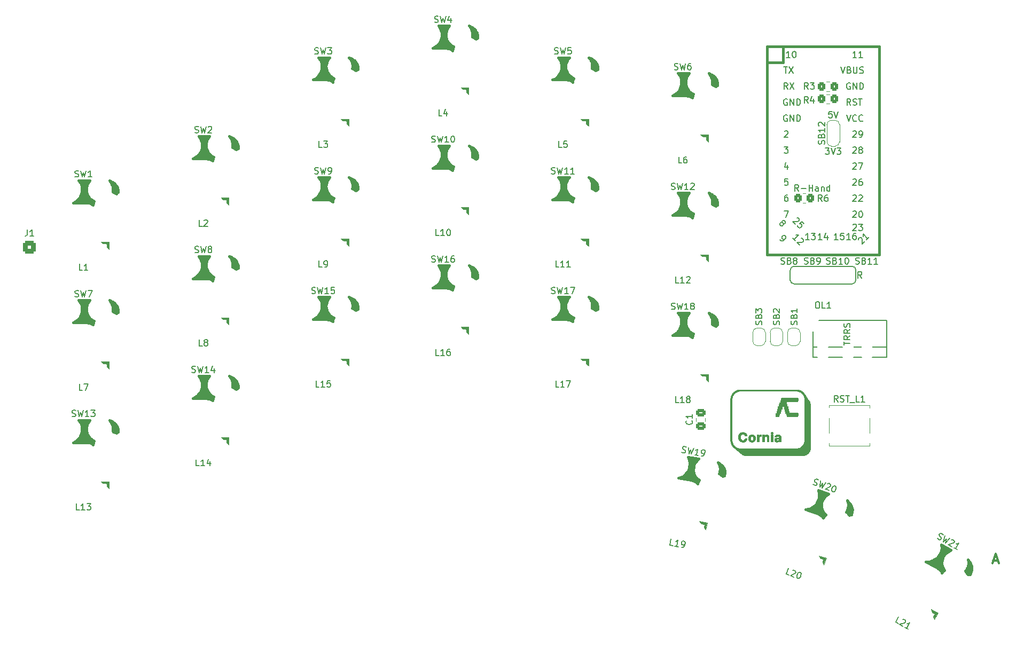
<source format=gto>
G04 #@! TF.GenerationSoftware,KiCad,Pcbnew,8.0.1*
G04 #@! TF.CreationDate,2024-09-02T23:28:27+02:00*
G04 #@! TF.ProjectId,cornia,636f726e-6961-42e6-9b69-6361645f7063,rev?*
G04 #@! TF.SameCoordinates,Original*
G04 #@! TF.FileFunction,Legend,Top*
G04 #@! TF.FilePolarity,Positive*
%FSLAX46Y46*%
G04 Gerber Fmt 4.6, Leading zero omitted, Abs format (unit mm)*
G04 Created by KiCad (PCBNEW 8.0.1) date 2024-09-02 23:28:27*
%MOMM*%
%LPD*%
G01*
G04 APERTURE LIST*
G04 Aperture macros list*
%AMRoundRect*
0 Rectangle with rounded corners*
0 $1 Rounding radius*
0 $2 $3 $4 $5 $6 $7 $8 $9 X,Y pos of 4 corners*
0 Add a 4 corners polygon primitive as box body*
4,1,4,$2,$3,$4,$5,$6,$7,$8,$9,$2,$3,0*
0 Add four circle primitives for the rounded corners*
1,1,$1+$1,$2,$3*
1,1,$1+$1,$4,$5*
1,1,$1+$1,$6,$7*
1,1,$1+$1,$8,$9*
0 Add four rect primitives between the rounded corners*
20,1,$1+$1,$2,$3,$4,$5,0*
20,1,$1+$1,$4,$5,$6,$7,0*
20,1,$1+$1,$6,$7,$8,$9,0*
20,1,$1+$1,$8,$9,$2,$3,0*%
%AMRotRect*
0 Rectangle, with rotation*
0 The origin of the aperture is its center*
0 $1 length*
0 $2 width*
0 $3 Rotation angle, in degrees counterclockwise*
0 Add horizontal line*
21,1,$1,$2,0,0,$3*%
%AMOutline5P*
0 Free polygon, 5 corners , with rotation*
0 The origin of the aperture is its center*
0 number of corners: always 5*
0 $1 to $10 corner X, Y*
0 $11 Rotation angle, in degrees counterclockwise*
0 create outline with 5 corners*
4,1,5,$1,$2,$3,$4,$5,$6,$7,$8,$9,$10,$1,$2,$11*%
%AMOutline6P*
0 Free polygon, 6 corners , with rotation*
0 The origin of the aperture is its center*
0 number of corners: always 6*
0 $1 to $12 corner X, Y*
0 $13 Rotation angle, in degrees counterclockwise*
0 create outline with 6 corners*
4,1,6,$1,$2,$3,$4,$5,$6,$7,$8,$9,$10,$11,$12,$1,$2,$13*%
%AMOutline7P*
0 Free polygon, 7 corners , with rotation*
0 The origin of the aperture is its center*
0 number of corners: always 7*
0 $1 to $14 corner X, Y*
0 $15 Rotation angle, in degrees counterclockwise*
0 create outline with 7 corners*
4,1,7,$1,$2,$3,$4,$5,$6,$7,$8,$9,$10,$11,$12,$13,$14,$1,$2,$15*%
%AMOutline8P*
0 Free polygon, 8 corners , with rotation*
0 The origin of the aperture is its center*
0 number of corners: always 8*
0 $1 to $16 corner X, Y*
0 $17 Rotation angle, in degrees counterclockwise*
0 create outline with 8 corners*
4,1,8,$1,$2,$3,$4,$5,$6,$7,$8,$9,$10,$11,$12,$13,$14,$15,$16,$1,$2,$17*%
%AMFreePoly0*
4,1,19,0.500000,-0.750000,0.000000,-0.750000,0.000000,-0.744911,-0.071157,-0.744911,-0.207708,-0.704816,-0.327430,-0.627875,-0.420627,-0.520320,-0.479746,-0.390866,-0.500000,-0.250000,-0.500000,0.250000,-0.479746,0.390866,-0.420627,0.520320,-0.327430,0.627875,-0.207708,0.704816,-0.071157,0.744911,0.000000,0.744911,0.000000,0.750000,0.500000,0.750000,0.500000,-0.750000,0.500000,-0.750000,
$1*%
%AMFreePoly1*
4,1,19,0.000000,0.744911,0.071157,0.744911,0.207708,0.704816,0.327430,0.627875,0.420627,0.520320,0.479746,0.390866,0.500000,0.250000,0.500000,-0.250000,0.479746,-0.390866,0.420627,-0.520320,0.327430,-0.627875,0.207708,-0.704816,0.071157,-0.744911,0.000000,-0.744911,0.000000,-0.750000,-0.500000,-0.750000,-0.500000,0.750000,0.000000,0.750000,0.000000,0.744911,0.000000,0.744911,
$1*%
%AMFreePoly2*
4,1,19,0.550000,-0.750000,0.000000,-0.750000,0.000000,-0.744911,-0.071157,-0.744911,-0.207708,-0.704816,-0.327430,-0.627875,-0.420627,-0.520320,-0.479746,-0.390866,-0.500000,-0.250000,-0.500000,0.250000,-0.479746,0.390866,-0.420627,0.520320,-0.327430,0.627875,-0.207708,0.704816,-0.071157,0.744911,0.000000,0.744911,0.000000,0.750000,0.550000,0.750000,0.550000,-0.750000,0.550000,-0.750000,
$1*%
%AMFreePoly3*
4,1,19,0.000000,0.744911,0.071157,0.744911,0.207708,0.704816,0.327430,0.627875,0.420627,0.520320,0.479746,0.390866,0.500000,0.250000,0.500000,-0.250000,0.479746,-0.390866,0.420627,-0.520320,0.327430,-0.627875,0.207708,-0.704816,0.071157,-0.744911,0.000000,-0.744911,0.000000,-0.750000,-0.550000,-0.750000,-0.550000,0.750000,0.000000,0.750000,0.000000,0.744911,0.000000,0.744911,
$1*%
G04 Aperture macros list end*
%ADD10C,0.200000*%
%ADD11C,0.008466*%
%ADD12C,0.160000*%
%ADD13C,0.300000*%
%ADD14C,0.400000*%
%ADD15C,0.120000*%
%ADD16C,0.050000*%
%ADD17C,0.150000*%
%ADD18C,0.381000*%
%ADD19FreePoly0,270.000000*%
%ADD20FreePoly1,270.000000*%
%ADD21C,1.900000*%
%ADD22C,3.000000*%
%ADD23C,4.100000*%
%ADD24R,2.550000X2.500000*%
%ADD25Outline5P,-1.275000X0.800000X-0.825000X1.250000X1.275000X1.250000X1.275000X-1.250000X-1.275000X-1.250000X180.000000*%
%ADD26RoundRect,0.250000X-0.475000X0.337500X-0.475000X-0.337500X0.475000X-0.337500X0.475000X0.337500X0*%
%ADD27R,1.540000X0.825000*%
%ADD28R,1.540000X0.822500*%
%ADD29R,2.800000X1.000000*%
%ADD30C,2.200000*%
%ADD31RotRect,1.540000X0.825000X150.970000*%
%ADD32RotRect,1.540000X0.822500X150.970000*%
%ADD33RotRect,2.550000X2.500000X150.970000*%
%ADD34Outline5P,-1.275000X0.800000X-0.825000X1.250000X1.275000X1.250000X1.275000X-1.250000X-1.275000X-1.250000X150.970000*%
%ADD35RoundRect,0.400000X-0.650000X-0.650000X0.650000X-0.650000X0.650000X0.650000X-0.650000X0.650000X0*%
%ADD36FreePoly2,90.000000*%
%ADD37R,1.500000X1.000000*%
%ADD38FreePoly3,90.000000*%
%ADD39RotRect,1.540000X0.825000X170.170000*%
%ADD40RotRect,1.540000X0.822500X170.170000*%
%ADD41RotRect,2.550000X2.500000X160.570000*%
%ADD42Outline5P,-1.275000X0.800000X-0.825000X1.250000X1.275000X1.250000X1.275000X-1.250000X-1.275000X-1.250000X160.570000*%
%ADD43C,1.752600*%
%ADD44C,1.200000*%
%ADD45O,2.500000X1.700000*%
%ADD46RotRect,1.540000X0.825000X160.570000*%
%ADD47RotRect,1.540000X0.822500X160.570000*%
%ADD48RoundRect,0.250000X0.350000X0.450000X-0.350000X0.450000X-0.350000X-0.450000X0.350000X-0.450000X0*%
%ADD49RotRect,2.550000X2.500000X170.171000*%
%ADD50Outline5P,-1.275000X0.800000X-0.825000X1.250000X1.275000X1.250000X1.275000X-1.250000X-1.275000X-1.250000X170.171000*%
%ADD51R,1.752600X1.752600*%
%ADD52RoundRect,0.250000X-0.350000X-0.450000X0.350000X-0.450000X0.350000X0.450000X-0.350000X0.450000X0*%
G04 APERTURE END LIST*
D10*
X152600000Y-64000000D02*
G75*
G02*
X152000000Y-64600000I-600000J0D01*
G01*
X142800000Y-61800000D02*
X152000000Y-61800000D01*
X142800000Y-64600000D02*
G75*
G02*
X142200000Y-64000000I0J600000D01*
G01*
D11*
X139272202Y-88096900D02*
X139282502Y-88097515D01*
X139292563Y-88098503D01*
X139302382Y-88099895D01*
X139311956Y-88101722D01*
X139321280Y-88104015D01*
X139330352Y-88106805D01*
X139339169Y-88110122D01*
X139347726Y-88113998D01*
X139356021Y-88118464D01*
X139364051Y-88123550D01*
X139371812Y-88129288D01*
X139379300Y-88135707D01*
X139386512Y-88142839D01*
X139393446Y-88150716D01*
X139400097Y-88159367D01*
X139406110Y-88168319D01*
X139411424Y-88177500D01*
X139416049Y-88186879D01*
X139419996Y-88196425D01*
X139423273Y-88206107D01*
X139425892Y-88215892D01*
X139427862Y-88225750D01*
X139429193Y-88235649D01*
X139429895Y-88245557D01*
X139429979Y-88255444D01*
X139429454Y-88265278D01*
X139428330Y-88275027D01*
X139426617Y-88284660D01*
X139424325Y-88294146D01*
X139421465Y-88303453D01*
X139418046Y-88312550D01*
X139414079Y-88321405D01*
X139409573Y-88329987D01*
X139404538Y-88338265D01*
X139398984Y-88346207D01*
X139392922Y-88353782D01*
X139386361Y-88360958D01*
X139379312Y-88367704D01*
X139371784Y-88373989D01*
X139363787Y-88379780D01*
X139355332Y-88385048D01*
X139346429Y-88389760D01*
X139337087Y-88393884D01*
X139327316Y-88397390D01*
X139317127Y-88400247D01*
X139306530Y-88402422D01*
X139295534Y-88403884D01*
X139285618Y-88404679D01*
X139275785Y-88405112D01*
X139266047Y-88405161D01*
X139256415Y-88404803D01*
X139246901Y-88404017D01*
X139237518Y-88402778D01*
X139228275Y-88401066D01*
X139219186Y-88398857D01*
X139210261Y-88396129D01*
X139201513Y-88392860D01*
X139192952Y-88389027D01*
X139184592Y-88384607D01*
X139176442Y-88379580D01*
X139168516Y-88373920D01*
X139160824Y-88367608D01*
X139153379Y-88360619D01*
X139147270Y-88354108D01*
X139141624Y-88347338D01*
X139136441Y-88340327D01*
X139131717Y-88333096D01*
X139127451Y-88325665D01*
X139123640Y-88318054D01*
X139120282Y-88310283D01*
X139117375Y-88302372D01*
X139114917Y-88294342D01*
X139112905Y-88286212D01*
X139111337Y-88278003D01*
X139110211Y-88269734D01*
X139109525Y-88261426D01*
X139109276Y-88253099D01*
X139109462Y-88244772D01*
X139110082Y-88236466D01*
X139111132Y-88228201D01*
X139112612Y-88219997D01*
X139114517Y-88211874D01*
X139116847Y-88203853D01*
X139119599Y-88195952D01*
X139122770Y-88188193D01*
X139126359Y-88180596D01*
X139130364Y-88173179D01*
X139134781Y-88165965D01*
X139139610Y-88158971D01*
X139144847Y-88152220D01*
X139150490Y-88145730D01*
X139156538Y-88139523D01*
X139162988Y-88133617D01*
X139169838Y-88128033D01*
X139177085Y-88122791D01*
X139181984Y-88119623D01*
X139186935Y-88116742D01*
X139191938Y-88114132D01*
X139196992Y-88111773D01*
X139202098Y-88109649D01*
X139207255Y-88107741D01*
X139212464Y-88106031D01*
X139217725Y-88104502D01*
X139223037Y-88103136D01*
X139228401Y-88101915D01*
X139233816Y-88100820D01*
X139239283Y-88099835D01*
X139250372Y-88098121D01*
X139261667Y-88096628D01*
X139272202Y-88096900D01*
G36*
X139272202Y-88096900D02*
G01*
X139282502Y-88097515D01*
X139292563Y-88098503D01*
X139302382Y-88099895D01*
X139311956Y-88101722D01*
X139321280Y-88104015D01*
X139330352Y-88106805D01*
X139339169Y-88110122D01*
X139347726Y-88113998D01*
X139356021Y-88118464D01*
X139364051Y-88123550D01*
X139371812Y-88129288D01*
X139379300Y-88135707D01*
X139386512Y-88142839D01*
X139393446Y-88150716D01*
X139400097Y-88159367D01*
X139406110Y-88168319D01*
X139411424Y-88177500D01*
X139416049Y-88186879D01*
X139419996Y-88196425D01*
X139423273Y-88206107D01*
X139425892Y-88215892D01*
X139427862Y-88225750D01*
X139429193Y-88235649D01*
X139429895Y-88245557D01*
X139429979Y-88255444D01*
X139429454Y-88265278D01*
X139428330Y-88275027D01*
X139426617Y-88284660D01*
X139424325Y-88294146D01*
X139421465Y-88303453D01*
X139418046Y-88312550D01*
X139414079Y-88321405D01*
X139409573Y-88329987D01*
X139404538Y-88338265D01*
X139398984Y-88346207D01*
X139392922Y-88353782D01*
X139386361Y-88360958D01*
X139379312Y-88367704D01*
X139371784Y-88373989D01*
X139363787Y-88379780D01*
X139355332Y-88385048D01*
X139346429Y-88389760D01*
X139337087Y-88393884D01*
X139327316Y-88397390D01*
X139317127Y-88400247D01*
X139306530Y-88402422D01*
X139295534Y-88403884D01*
X139285618Y-88404679D01*
X139275785Y-88405112D01*
X139266047Y-88405161D01*
X139256415Y-88404803D01*
X139246901Y-88404017D01*
X139237518Y-88402778D01*
X139228275Y-88401066D01*
X139219186Y-88398857D01*
X139210261Y-88396129D01*
X139201513Y-88392860D01*
X139192952Y-88389027D01*
X139184592Y-88384607D01*
X139176442Y-88379580D01*
X139168516Y-88373920D01*
X139160824Y-88367608D01*
X139153379Y-88360619D01*
X139147270Y-88354108D01*
X139141624Y-88347338D01*
X139136441Y-88340327D01*
X139131717Y-88333096D01*
X139127451Y-88325665D01*
X139123640Y-88318054D01*
X139120282Y-88310283D01*
X139117375Y-88302372D01*
X139114917Y-88294342D01*
X139112905Y-88286212D01*
X139111337Y-88278003D01*
X139110211Y-88269734D01*
X139109525Y-88261426D01*
X139109276Y-88253099D01*
X139109462Y-88244772D01*
X139110082Y-88236466D01*
X139111132Y-88228201D01*
X139112612Y-88219997D01*
X139114517Y-88211874D01*
X139116847Y-88203853D01*
X139119599Y-88195952D01*
X139122770Y-88188193D01*
X139126359Y-88180596D01*
X139130364Y-88173179D01*
X139134781Y-88165965D01*
X139139610Y-88158971D01*
X139144847Y-88152220D01*
X139150490Y-88145730D01*
X139156538Y-88139523D01*
X139162988Y-88133617D01*
X139169838Y-88128033D01*
X139177085Y-88122791D01*
X139181984Y-88119623D01*
X139186935Y-88116742D01*
X139191938Y-88114132D01*
X139196992Y-88111773D01*
X139202098Y-88109649D01*
X139207255Y-88107741D01*
X139212464Y-88106031D01*
X139217725Y-88104502D01*
X139223037Y-88103136D01*
X139228401Y-88101915D01*
X139233816Y-88100820D01*
X139239283Y-88099835D01*
X139250372Y-88098121D01*
X139261667Y-88096628D01*
X139272202Y-88096900D01*
G37*
X143334134Y-82748997D02*
X143452667Y-82748997D01*
X143452667Y-83113064D01*
X143334134Y-83113064D01*
X143334134Y-83231597D01*
X141446067Y-83231597D01*
X141446067Y-83333197D01*
X141564600Y-83333197D01*
X141564600Y-83688797D01*
X141683133Y-83688797D01*
X141683133Y-84044397D01*
X141801667Y-84044397D01*
X141801667Y-84399997D01*
X141911734Y-84399997D01*
X141911734Y-84755597D01*
X142030267Y-84755597D01*
X142030267Y-84992664D01*
X143334134Y-84992664D01*
X143334134Y-85111197D01*
X143452667Y-85111197D01*
X143452667Y-85466797D01*
X143334134Y-85466797D01*
X143334134Y-85585331D01*
X141666200Y-85585331D01*
X141666200Y-85356731D01*
X141547667Y-85356731D01*
X141547667Y-85119664D01*
X141437601Y-85119664D01*
X141437601Y-84764064D01*
X141319067Y-84764064D01*
X141319067Y-84408464D01*
X141200534Y-84408464D01*
X141200534Y-84052864D01*
X141082001Y-84052864D01*
X141082001Y-83815797D01*
X140971934Y-83815797D01*
X140971934Y-84052864D01*
X140853400Y-84052864D01*
X140853400Y-84408464D01*
X140734867Y-84408464D01*
X140734867Y-84764064D01*
X140616334Y-84764064D01*
X140616334Y-85119664D01*
X140497800Y-85119664D01*
X140497800Y-85356731D01*
X140379267Y-85356731D01*
X140379267Y-85585331D01*
X139896667Y-85585331D01*
X139896667Y-85111197D01*
X140015201Y-85111197D01*
X140015201Y-84755597D01*
X140133734Y-84755597D01*
X140133734Y-84399997D01*
X140252267Y-84399997D01*
X140252267Y-84044397D01*
X140370801Y-84044397D01*
X140370801Y-83688797D01*
X140489334Y-83688797D01*
X140489334Y-83451731D01*
X140607867Y-83451731D01*
X140607867Y-83104597D01*
X140726401Y-83104597D01*
X140726401Y-82748997D01*
X140844934Y-82748997D01*
X140844934Y-82630464D01*
X143334134Y-82630464D01*
X143334134Y-82748997D01*
G36*
X143334134Y-82748997D02*
G01*
X143452667Y-82748997D01*
X143452667Y-83113064D01*
X143334134Y-83113064D01*
X143334134Y-83231597D01*
X141446067Y-83231597D01*
X141446067Y-83333197D01*
X141564600Y-83333197D01*
X141564600Y-83688797D01*
X141683133Y-83688797D01*
X141683133Y-84044397D01*
X141801667Y-84044397D01*
X141801667Y-84399997D01*
X141911734Y-84399997D01*
X141911734Y-84755597D01*
X142030267Y-84755597D01*
X142030267Y-84992664D01*
X143334134Y-84992664D01*
X143334134Y-85111197D01*
X143452667Y-85111197D01*
X143452667Y-85466797D01*
X143334134Y-85466797D01*
X143334134Y-85585331D01*
X141666200Y-85585331D01*
X141666200Y-85356731D01*
X141547667Y-85356731D01*
X141547667Y-85119664D01*
X141437601Y-85119664D01*
X141437601Y-84764064D01*
X141319067Y-84764064D01*
X141319067Y-84408464D01*
X141200534Y-84408464D01*
X141200534Y-84052864D01*
X141082001Y-84052864D01*
X141082001Y-83815797D01*
X140971934Y-83815797D01*
X140971934Y-84052864D01*
X140853400Y-84052864D01*
X140853400Y-84408464D01*
X140734867Y-84408464D01*
X140734867Y-84764064D01*
X140616334Y-84764064D01*
X140616334Y-85119664D01*
X140497800Y-85119664D01*
X140497800Y-85356731D01*
X140379267Y-85356731D01*
X140379267Y-85585331D01*
X139896667Y-85585331D01*
X139896667Y-85111197D01*
X140015201Y-85111197D01*
X140015201Y-84755597D01*
X140133734Y-84755597D01*
X140133734Y-84399997D01*
X140252267Y-84399997D01*
X140252267Y-84044397D01*
X140370801Y-84044397D01*
X140370801Y-83688797D01*
X140489334Y-83688797D01*
X140489334Y-83451731D01*
X140607867Y-83451731D01*
X140607867Y-83104597D01*
X140726401Y-83104597D01*
X140726401Y-82748997D01*
X140844934Y-82748997D01*
X140844934Y-82630464D01*
X143334134Y-82630464D01*
X143334134Y-82748997D01*
G37*
X137490643Y-88513958D02*
X137502270Y-88514566D01*
X137513315Y-88515633D01*
X137523540Y-88517208D01*
X137532707Y-88519336D01*
X137540578Y-88522068D01*
X137543954Y-88523674D01*
X137546917Y-88525449D01*
X137549437Y-88527399D01*
X137551485Y-88529529D01*
X137552373Y-88530711D01*
X137553197Y-88531968D01*
X137553959Y-88533295D01*
X137554662Y-88534689D01*
X137555898Y-88537656D01*
X137556926Y-88540835D01*
X137557764Y-88544189D01*
X137558431Y-88547683D01*
X137558945Y-88551282D01*
X137559327Y-88554950D01*
X137559595Y-88558652D01*
X137559767Y-88562352D01*
X137559903Y-88569605D01*
X137559867Y-88582531D01*
X137559867Y-88785730D01*
X137495594Y-88776642D01*
X137480191Y-88774819D01*
X137464974Y-88773422D01*
X137449904Y-88772573D01*
X137434941Y-88772395D01*
X137420046Y-88773011D01*
X137405179Y-88774543D01*
X137390299Y-88777115D01*
X137375368Y-88780849D01*
X137360346Y-88785867D01*
X137345192Y-88792293D01*
X137337554Y-88796073D01*
X137329868Y-88800250D01*
X137322130Y-88804841D01*
X137314334Y-88809860D01*
X137307468Y-88814661D01*
X137300884Y-88819662D01*
X137294578Y-88824857D01*
X137288545Y-88830239D01*
X137282782Y-88835803D01*
X137277283Y-88841541D01*
X137272045Y-88847447D01*
X137267062Y-88853515D01*
X137262331Y-88859739D01*
X137257846Y-88866112D01*
X137253605Y-88872628D01*
X137249601Y-88879281D01*
X137242291Y-88892971D01*
X137235880Y-88907132D01*
X137230333Y-88921712D01*
X137225615Y-88936661D01*
X137221690Y-88951929D01*
X137218524Y-88967463D01*
X137216081Y-88983215D01*
X137214325Y-88999133D01*
X137213221Y-89015166D01*
X137212734Y-89031264D01*
X137212734Y-89640863D01*
X136916400Y-89640863D01*
X136916400Y-88531730D01*
X137204267Y-88531730D01*
X137212734Y-88726464D01*
X137217532Y-88708150D01*
X137223231Y-88690326D01*
X137229831Y-88673044D01*
X137237337Y-88656356D01*
X137245751Y-88640313D01*
X137255075Y-88624967D01*
X137265313Y-88610371D01*
X137276467Y-88596574D01*
X137288539Y-88583631D01*
X137301533Y-88571591D01*
X137315451Y-88560507D01*
X137330296Y-88550430D01*
X137346071Y-88541412D01*
X137362778Y-88533506D01*
X137371482Y-88529985D01*
X137380420Y-88526762D01*
X137389593Y-88523842D01*
X137399000Y-88521232D01*
X137405176Y-88519865D01*
X137412907Y-88518526D01*
X137432089Y-88516123D01*
X137454644Y-88514407D01*
X137466593Y-88513926D01*
X137478672Y-88513760D01*
X137490643Y-88513958D01*
G36*
X137490643Y-88513958D02*
G01*
X137502270Y-88514566D01*
X137513315Y-88515633D01*
X137523540Y-88517208D01*
X137532707Y-88519336D01*
X137540578Y-88522068D01*
X137543954Y-88523674D01*
X137546917Y-88525449D01*
X137549437Y-88527399D01*
X137551485Y-88529529D01*
X137552373Y-88530711D01*
X137553197Y-88531968D01*
X137553959Y-88533295D01*
X137554662Y-88534689D01*
X137555898Y-88537656D01*
X137556926Y-88540835D01*
X137557764Y-88544189D01*
X137558431Y-88547683D01*
X137558945Y-88551282D01*
X137559327Y-88554950D01*
X137559595Y-88558652D01*
X137559767Y-88562352D01*
X137559903Y-88569605D01*
X137559867Y-88582531D01*
X137559867Y-88785730D01*
X137495594Y-88776642D01*
X137480191Y-88774819D01*
X137464974Y-88773422D01*
X137449904Y-88772573D01*
X137434941Y-88772395D01*
X137420046Y-88773011D01*
X137405179Y-88774543D01*
X137390299Y-88777115D01*
X137375368Y-88780849D01*
X137360346Y-88785867D01*
X137345192Y-88792293D01*
X137337554Y-88796073D01*
X137329868Y-88800250D01*
X137322130Y-88804841D01*
X137314334Y-88809860D01*
X137307468Y-88814661D01*
X137300884Y-88819662D01*
X137294578Y-88824857D01*
X137288545Y-88830239D01*
X137282782Y-88835803D01*
X137277283Y-88841541D01*
X137272045Y-88847447D01*
X137267062Y-88853515D01*
X137262331Y-88859739D01*
X137257846Y-88866112D01*
X137253605Y-88872628D01*
X137249601Y-88879281D01*
X137242291Y-88892971D01*
X137235880Y-88907132D01*
X137230333Y-88921712D01*
X137225615Y-88936661D01*
X137221690Y-88951929D01*
X137218524Y-88967463D01*
X137216081Y-88983215D01*
X137214325Y-88999133D01*
X137213221Y-89015166D01*
X137212734Y-89031264D01*
X137212734Y-89640863D01*
X136916400Y-89640863D01*
X136916400Y-88531730D01*
X137204267Y-88531730D01*
X137212734Y-88726464D01*
X137217532Y-88708150D01*
X137223231Y-88690326D01*
X137229831Y-88673044D01*
X137237337Y-88656356D01*
X137245751Y-88640313D01*
X137255075Y-88624967D01*
X137265313Y-88610371D01*
X137276467Y-88596574D01*
X137288539Y-88583631D01*
X137301533Y-88571591D01*
X137315451Y-88560507D01*
X137330296Y-88550430D01*
X137346071Y-88541412D01*
X137362778Y-88533506D01*
X137371482Y-88529985D01*
X137380420Y-88526762D01*
X137389593Y-88523842D01*
X137399000Y-88521232D01*
X137405176Y-88519865D01*
X137412907Y-88518526D01*
X137432089Y-88516123D01*
X137454644Y-88514407D01*
X137466593Y-88513926D01*
X137478672Y-88513760D01*
X137490643Y-88513958D01*
G37*
D10*
X152600000Y-62400000D02*
X152600000Y-64000000D01*
D11*
X140267152Y-88506850D02*
X140291102Y-88508356D01*
X140315501Y-88510865D01*
X140340199Y-88514394D01*
X140365045Y-88518957D01*
X140389890Y-88524572D01*
X140414584Y-88531255D01*
X140438978Y-88539022D01*
X140462921Y-88547890D01*
X140486264Y-88557874D01*
X140508857Y-88568990D01*
X140530550Y-88581256D01*
X140551194Y-88594687D01*
X140570637Y-88609300D01*
X140588732Y-88625111D01*
X140605327Y-88642135D01*
X140614344Y-88652578D01*
X140622728Y-88663048D01*
X140630501Y-88673549D01*
X140637685Y-88684084D01*
X140644304Y-88694656D01*
X140650379Y-88705268D01*
X140655935Y-88715924D01*
X140660994Y-88726626D01*
X140669711Y-88748185D01*
X140676712Y-88769969D01*
X140682181Y-88792004D01*
X140686300Y-88814316D01*
X140689251Y-88836931D01*
X140691216Y-88859874D01*
X140692379Y-88883171D01*
X140692921Y-88906847D01*
X140692534Y-89005864D01*
X140692534Y-89640863D01*
X140404667Y-89640863D01*
X140404667Y-89471531D01*
X140320000Y-89561954D01*
X140306531Y-89572753D01*
X140292591Y-89582866D01*
X140278213Y-89592299D01*
X140263430Y-89601060D01*
X140248272Y-89609153D01*
X140232772Y-89616586D01*
X140216962Y-89623365D01*
X140200874Y-89629497D01*
X140184540Y-89634988D01*
X140167992Y-89639844D01*
X140151262Y-89644073D01*
X140134382Y-89647679D01*
X140117383Y-89650671D01*
X140100299Y-89653054D01*
X140083161Y-89654834D01*
X140066000Y-89656019D01*
X140061942Y-89656182D01*
X140058012Y-89656234D01*
X140054192Y-89656184D01*
X140050465Y-89656042D01*
X140046814Y-89655816D01*
X140043222Y-89655518D01*
X140036145Y-89654739D01*
X140006733Y-89650601D01*
X139983452Y-89647522D01*
X139961213Y-89643798D01*
X139950416Y-89641629D01*
X139939798Y-89639221D01*
X139929331Y-89636548D01*
X139918987Y-89633583D01*
X139908740Y-89630300D01*
X139898561Y-89626674D01*
X139888424Y-89622678D01*
X139878301Y-89618287D01*
X139868165Y-89613474D01*
X139857987Y-89608213D01*
X139847742Y-89602479D01*
X139837401Y-89596244D01*
X139825333Y-89588322D01*
X139813710Y-89579902D01*
X139802539Y-89571008D01*
X139791826Y-89561658D01*
X139781578Y-89551876D01*
X139771801Y-89541681D01*
X139762504Y-89531094D01*
X139753693Y-89520137D01*
X139745374Y-89508830D01*
X139737556Y-89497195D01*
X139730243Y-89485253D01*
X139723444Y-89473024D01*
X139717166Y-89460529D01*
X139711414Y-89447790D01*
X139706197Y-89434827D01*
X139701521Y-89421662D01*
X139697393Y-89408315D01*
X139693819Y-89394807D01*
X139690808Y-89381160D01*
X139688365Y-89367395D01*
X139686497Y-89353531D01*
X139685212Y-89339591D01*
X139684516Y-89325596D01*
X139684417Y-89311566D01*
X139684714Y-89303277D01*
X139987633Y-89303277D01*
X139987714Y-89311078D01*
X139988273Y-89318830D01*
X139989305Y-89326506D01*
X139990805Y-89334081D01*
X139992768Y-89341529D01*
X139995189Y-89348825D01*
X139998065Y-89355943D01*
X140001391Y-89362857D01*
X140005161Y-89369541D01*
X140009372Y-89375970D01*
X140014018Y-89382118D01*
X140019095Y-89387959D01*
X140024598Y-89393468D01*
X140032712Y-89400415D01*
X140041510Y-89406762D01*
X140050942Y-89412508D01*
X140060959Y-89417650D01*
X140071512Y-89422187D01*
X140082550Y-89426118D01*
X140094025Y-89429441D01*
X140105886Y-89432155D01*
X140118085Y-89434259D01*
X140130571Y-89435750D01*
X140143295Y-89436627D01*
X140156207Y-89436890D01*
X140169258Y-89436536D01*
X140182398Y-89435563D01*
X140195578Y-89433971D01*
X140208748Y-89431758D01*
X140221859Y-89428922D01*
X140234860Y-89425463D01*
X140247703Y-89421377D01*
X140260337Y-89416665D01*
X140272713Y-89411324D01*
X140284782Y-89405353D01*
X140296495Y-89398751D01*
X140307800Y-89391515D01*
X140318649Y-89383645D01*
X140328993Y-89375139D01*
X140338781Y-89365996D01*
X140347965Y-89356213D01*
X140356494Y-89345790D01*
X140364319Y-89334725D01*
X140371390Y-89323017D01*
X140377658Y-89310664D01*
X140381829Y-89300888D01*
X140385358Y-89291087D01*
X140388298Y-89281257D01*
X140390699Y-89271396D01*
X140392613Y-89261501D01*
X140394092Y-89251572D01*
X140395186Y-89241604D01*
X140395946Y-89231596D01*
X140396425Y-89221545D01*
X140396674Y-89211449D01*
X140396685Y-89191113D01*
X140396200Y-89149797D01*
X140209933Y-89160635D01*
X140145703Y-89166752D01*
X140129628Y-89168802D01*
X140121656Y-89170062D01*
X140113743Y-89171517D01*
X140105902Y-89173195D01*
X140098145Y-89175125D01*
X140090485Y-89177335D01*
X140082934Y-89179853D01*
X140073066Y-89183709D01*
X140063763Y-89188004D01*
X140055022Y-89192712D01*
X140046836Y-89197808D01*
X140039202Y-89203266D01*
X140032115Y-89209060D01*
X140025569Y-89215164D01*
X140019562Y-89221553D01*
X140014087Y-89228202D01*
X140009141Y-89235084D01*
X140004718Y-89242173D01*
X140000815Y-89249444D01*
X139997425Y-89256872D01*
X139994546Y-89264430D01*
X139992172Y-89272093D01*
X139990298Y-89279835D01*
X139988920Y-89287630D01*
X139988033Y-89295453D01*
X139987633Y-89303277D01*
X139684714Y-89303277D01*
X139684920Y-89297522D01*
X139686034Y-89283486D01*
X139687764Y-89269478D01*
X139690119Y-89255519D01*
X139693104Y-89241630D01*
X139696727Y-89227833D01*
X139700994Y-89214148D01*
X139705913Y-89200597D01*
X139713518Y-89182794D01*
X139722052Y-89166004D01*
X139731472Y-89150196D01*
X139741736Y-89135339D01*
X139752802Y-89121402D01*
X139764627Y-89108355D01*
X139777172Y-89096166D01*
X139790392Y-89084805D01*
X139804246Y-89074240D01*
X139818693Y-89064442D01*
X139833690Y-89055378D01*
X139849196Y-89047018D01*
X139865168Y-89039332D01*
X139881564Y-89032288D01*
X139898343Y-89025855D01*
X139915463Y-89020003D01*
X139950556Y-89009917D01*
X139986509Y-89001783D01*
X140022984Y-88995353D01*
X140059648Y-88990380D01*
X140096163Y-88986618D01*
X140132195Y-88983820D01*
X140201467Y-88980125D01*
X140294600Y-88971997D01*
X140314063Y-88972184D01*
X140325426Y-88972233D01*
X140337145Y-88971965D01*
X140342968Y-88971643D01*
X140348674Y-88971161D01*
X140354196Y-88970490D01*
X140359466Y-88969604D01*
X140364413Y-88968475D01*
X140368971Y-88967076D01*
X140373070Y-88965381D01*
X140374926Y-88964413D01*
X140376642Y-88963361D01*
X140378683Y-88961885D01*
X140380585Y-88960287D01*
X140382354Y-88958573D01*
X140383993Y-88956750D01*
X140385506Y-88954824D01*
X140386900Y-88952802D01*
X140388177Y-88950689D01*
X140389342Y-88948493D01*
X140390401Y-88946219D01*
X140391357Y-88943875D01*
X140392214Y-88941466D01*
X140392978Y-88938999D01*
X140394242Y-88933917D01*
X140395184Y-88928680D01*
X140395841Y-88923338D01*
X140396248Y-88917943D01*
X140396441Y-88912546D01*
X140396454Y-88907199D01*
X140396325Y-88901953D01*
X140396089Y-88896858D01*
X140395438Y-88887330D01*
X140394694Y-88879931D01*
X140393657Y-88872643D01*
X140392332Y-88865473D01*
X140390724Y-88858428D01*
X140388838Y-88851512D01*
X140386680Y-88844733D01*
X140384256Y-88838097D01*
X140381569Y-88831609D01*
X140378626Y-88825276D01*
X140375431Y-88819104D01*
X140371991Y-88813099D01*
X140368310Y-88807267D01*
X140364394Y-88801614D01*
X140360247Y-88796147D01*
X140355876Y-88790872D01*
X140351285Y-88785794D01*
X140346480Y-88780920D01*
X140341465Y-88776256D01*
X140336247Y-88771809D01*
X140330831Y-88767583D01*
X140325221Y-88763586D01*
X140319423Y-88759824D01*
X140313443Y-88756303D01*
X140307285Y-88753028D01*
X140300955Y-88750006D01*
X140294458Y-88747244D01*
X140287799Y-88744746D01*
X140280984Y-88742521D01*
X140274019Y-88740572D01*
X140266907Y-88738908D01*
X140259655Y-88737533D01*
X140252267Y-88736454D01*
X140240159Y-88735157D01*
X140227929Y-88734269D01*
X140215616Y-88733816D01*
X140203261Y-88733827D01*
X140190904Y-88734329D01*
X140178585Y-88735350D01*
X140166345Y-88736917D01*
X140154223Y-88739058D01*
X140142260Y-88741800D01*
X140130496Y-88745171D01*
X140118971Y-88749198D01*
X140107725Y-88753909D01*
X140096799Y-88759332D01*
X140086232Y-88765493D01*
X140076066Y-88772421D01*
X140066339Y-88780143D01*
X140060548Y-88785284D01*
X140055310Y-88790292D01*
X140050584Y-88795167D01*
X140046329Y-88799905D01*
X140042507Y-88804505D01*
X140039076Y-88808966D01*
X140033229Y-88817462D01*
X140028468Y-88825380D01*
X140024471Y-88832706D01*
X140020917Y-88839426D01*
X140017486Y-88845526D01*
X140013857Y-88850994D01*
X140011867Y-88853486D01*
X140009708Y-88855815D01*
X140007339Y-88857979D01*
X140004719Y-88859976D01*
X140001809Y-88861804D01*
X139998568Y-88863462D01*
X139994957Y-88864949D01*
X139990936Y-88866261D01*
X139986463Y-88867399D01*
X139981500Y-88868359D01*
X139976005Y-88869141D01*
X139969939Y-88869742D01*
X139963262Y-88870161D01*
X139955934Y-88870397D01*
X139735800Y-88870397D01*
X139737719Y-88844605D01*
X139741017Y-88819954D01*
X139745644Y-88796421D01*
X139751555Y-88773986D01*
X139758699Y-88752629D01*
X139767031Y-88732327D01*
X139776502Y-88713059D01*
X139787065Y-88694806D01*
X139798671Y-88677546D01*
X139811273Y-88661258D01*
X139824823Y-88645920D01*
X139839273Y-88631513D01*
X139854576Y-88618015D01*
X139870684Y-88605404D01*
X139887549Y-88593661D01*
X139905123Y-88582763D01*
X139923359Y-88572691D01*
X139942208Y-88563422D01*
X139961624Y-88554937D01*
X139981558Y-88547214D01*
X140001962Y-88540231D01*
X140022789Y-88533969D01*
X140043991Y-88528406D01*
X140065520Y-88523520D01*
X140109369Y-88515700D01*
X140153953Y-88510341D01*
X140198891Y-88507273D01*
X140243800Y-88506330D01*
X140267152Y-88506850D01*
G36*
X140267152Y-88506850D02*
G01*
X140291102Y-88508356D01*
X140315501Y-88510865D01*
X140340199Y-88514394D01*
X140365045Y-88518957D01*
X140389890Y-88524572D01*
X140414584Y-88531255D01*
X140438978Y-88539022D01*
X140462921Y-88547890D01*
X140486264Y-88557874D01*
X140508857Y-88568990D01*
X140530550Y-88581256D01*
X140551194Y-88594687D01*
X140570637Y-88609300D01*
X140588732Y-88625111D01*
X140605327Y-88642135D01*
X140614344Y-88652578D01*
X140622728Y-88663048D01*
X140630501Y-88673549D01*
X140637685Y-88684084D01*
X140644304Y-88694656D01*
X140650379Y-88705268D01*
X140655935Y-88715924D01*
X140660994Y-88726626D01*
X140669711Y-88748185D01*
X140676712Y-88769969D01*
X140682181Y-88792004D01*
X140686300Y-88814316D01*
X140689251Y-88836931D01*
X140691216Y-88859874D01*
X140692379Y-88883171D01*
X140692921Y-88906847D01*
X140692534Y-89005864D01*
X140692534Y-89640863D01*
X140404667Y-89640863D01*
X140404667Y-89471531D01*
X140320000Y-89561954D01*
X140306531Y-89572753D01*
X140292591Y-89582866D01*
X140278213Y-89592299D01*
X140263430Y-89601060D01*
X140248272Y-89609153D01*
X140232772Y-89616586D01*
X140216962Y-89623365D01*
X140200874Y-89629497D01*
X140184540Y-89634988D01*
X140167992Y-89639844D01*
X140151262Y-89644073D01*
X140134382Y-89647679D01*
X140117383Y-89650671D01*
X140100299Y-89653054D01*
X140083161Y-89654834D01*
X140066000Y-89656019D01*
X140061942Y-89656182D01*
X140058012Y-89656234D01*
X140054192Y-89656184D01*
X140050465Y-89656042D01*
X140046814Y-89655816D01*
X140043222Y-89655518D01*
X140036145Y-89654739D01*
X140006733Y-89650601D01*
X139983452Y-89647522D01*
X139961213Y-89643798D01*
X139950416Y-89641629D01*
X139939798Y-89639221D01*
X139929331Y-89636548D01*
X139918987Y-89633583D01*
X139908740Y-89630300D01*
X139898561Y-89626674D01*
X139888424Y-89622678D01*
X139878301Y-89618287D01*
X139868165Y-89613474D01*
X139857987Y-89608213D01*
X139847742Y-89602479D01*
X139837401Y-89596244D01*
X139825333Y-89588322D01*
X139813710Y-89579902D01*
X139802539Y-89571008D01*
X139791826Y-89561658D01*
X139781578Y-89551876D01*
X139771801Y-89541681D01*
X139762504Y-89531094D01*
X139753693Y-89520137D01*
X139745374Y-89508830D01*
X139737556Y-89497195D01*
X139730243Y-89485253D01*
X139723444Y-89473024D01*
X139717166Y-89460529D01*
X139711414Y-89447790D01*
X139706197Y-89434827D01*
X139701521Y-89421662D01*
X139697393Y-89408315D01*
X139693819Y-89394807D01*
X139690808Y-89381160D01*
X139688365Y-89367395D01*
X139686497Y-89353531D01*
X139685212Y-89339591D01*
X139684516Y-89325596D01*
X139684417Y-89311566D01*
X139684714Y-89303277D01*
X139987633Y-89303277D01*
X139987714Y-89311078D01*
X139988273Y-89318830D01*
X139989305Y-89326506D01*
X139990805Y-89334081D01*
X139992768Y-89341529D01*
X139995189Y-89348825D01*
X139998065Y-89355943D01*
X140001391Y-89362857D01*
X140005161Y-89369541D01*
X140009372Y-89375970D01*
X140014018Y-89382118D01*
X140019095Y-89387959D01*
X140024598Y-89393468D01*
X140032712Y-89400415D01*
X140041510Y-89406762D01*
X140050942Y-89412508D01*
X140060959Y-89417650D01*
X140071512Y-89422187D01*
X140082550Y-89426118D01*
X140094025Y-89429441D01*
X140105886Y-89432155D01*
X140118085Y-89434259D01*
X140130571Y-89435750D01*
X140143295Y-89436627D01*
X140156207Y-89436890D01*
X140169258Y-89436536D01*
X140182398Y-89435563D01*
X140195578Y-89433971D01*
X140208748Y-89431758D01*
X140221859Y-89428922D01*
X140234860Y-89425463D01*
X140247703Y-89421377D01*
X140260337Y-89416665D01*
X140272713Y-89411324D01*
X140284782Y-89405353D01*
X140296495Y-89398751D01*
X140307800Y-89391515D01*
X140318649Y-89383645D01*
X140328993Y-89375139D01*
X140338781Y-89365996D01*
X140347965Y-89356213D01*
X140356494Y-89345790D01*
X140364319Y-89334725D01*
X140371390Y-89323017D01*
X140377658Y-89310664D01*
X140381829Y-89300888D01*
X140385358Y-89291087D01*
X140388298Y-89281257D01*
X140390699Y-89271396D01*
X140392613Y-89261501D01*
X140394092Y-89251572D01*
X140395186Y-89241604D01*
X140395946Y-89231596D01*
X140396425Y-89221545D01*
X140396674Y-89211449D01*
X140396685Y-89191113D01*
X140396200Y-89149797D01*
X140209933Y-89160635D01*
X140145703Y-89166752D01*
X140129628Y-89168802D01*
X140121656Y-89170062D01*
X140113743Y-89171517D01*
X140105902Y-89173195D01*
X140098145Y-89175125D01*
X140090485Y-89177335D01*
X140082934Y-89179853D01*
X140073066Y-89183709D01*
X140063763Y-89188004D01*
X140055022Y-89192712D01*
X140046836Y-89197808D01*
X140039202Y-89203266D01*
X140032115Y-89209060D01*
X140025569Y-89215164D01*
X140019562Y-89221553D01*
X140014087Y-89228202D01*
X140009141Y-89235084D01*
X140004718Y-89242173D01*
X140000815Y-89249444D01*
X139997425Y-89256872D01*
X139994546Y-89264430D01*
X139992172Y-89272093D01*
X139990298Y-89279835D01*
X139988920Y-89287630D01*
X139988033Y-89295453D01*
X139987633Y-89303277D01*
X139684714Y-89303277D01*
X139684920Y-89297522D01*
X139686034Y-89283486D01*
X139687764Y-89269478D01*
X139690119Y-89255519D01*
X139693104Y-89241630D01*
X139696727Y-89227833D01*
X139700994Y-89214148D01*
X139705913Y-89200597D01*
X139713518Y-89182794D01*
X139722052Y-89166004D01*
X139731472Y-89150196D01*
X139741736Y-89135339D01*
X139752802Y-89121402D01*
X139764627Y-89108355D01*
X139777172Y-89096166D01*
X139790392Y-89084805D01*
X139804246Y-89074240D01*
X139818693Y-89064442D01*
X139833690Y-89055378D01*
X139849196Y-89047018D01*
X139865168Y-89039332D01*
X139881564Y-89032288D01*
X139898343Y-89025855D01*
X139915463Y-89020003D01*
X139950556Y-89009917D01*
X139986509Y-89001783D01*
X140022984Y-88995353D01*
X140059648Y-88990380D01*
X140096163Y-88986618D01*
X140132195Y-88983820D01*
X140201467Y-88980125D01*
X140294600Y-88971997D01*
X140314063Y-88972184D01*
X140325426Y-88972233D01*
X140337145Y-88971965D01*
X140342968Y-88971643D01*
X140348674Y-88971161D01*
X140354196Y-88970490D01*
X140359466Y-88969604D01*
X140364413Y-88968475D01*
X140368971Y-88967076D01*
X140373070Y-88965381D01*
X140374926Y-88964413D01*
X140376642Y-88963361D01*
X140378683Y-88961885D01*
X140380585Y-88960287D01*
X140382354Y-88958573D01*
X140383993Y-88956750D01*
X140385506Y-88954824D01*
X140386900Y-88952802D01*
X140388177Y-88950689D01*
X140389342Y-88948493D01*
X140390401Y-88946219D01*
X140391357Y-88943875D01*
X140392214Y-88941466D01*
X140392978Y-88938999D01*
X140394242Y-88933917D01*
X140395184Y-88928680D01*
X140395841Y-88923338D01*
X140396248Y-88917943D01*
X140396441Y-88912546D01*
X140396454Y-88907199D01*
X140396325Y-88901953D01*
X140396089Y-88896858D01*
X140395438Y-88887330D01*
X140394694Y-88879931D01*
X140393657Y-88872643D01*
X140392332Y-88865473D01*
X140390724Y-88858428D01*
X140388838Y-88851512D01*
X140386680Y-88844733D01*
X140384256Y-88838097D01*
X140381569Y-88831609D01*
X140378626Y-88825276D01*
X140375431Y-88819104D01*
X140371991Y-88813099D01*
X140368310Y-88807267D01*
X140364394Y-88801614D01*
X140360247Y-88796147D01*
X140355876Y-88790872D01*
X140351285Y-88785794D01*
X140346480Y-88780920D01*
X140341465Y-88776256D01*
X140336247Y-88771809D01*
X140330831Y-88767583D01*
X140325221Y-88763586D01*
X140319423Y-88759824D01*
X140313443Y-88756303D01*
X140307285Y-88753028D01*
X140300955Y-88750006D01*
X140294458Y-88747244D01*
X140287799Y-88744746D01*
X140280984Y-88742521D01*
X140274019Y-88740572D01*
X140266907Y-88738908D01*
X140259655Y-88737533D01*
X140252267Y-88736454D01*
X140240159Y-88735157D01*
X140227929Y-88734269D01*
X140215616Y-88733816D01*
X140203261Y-88733827D01*
X140190904Y-88734329D01*
X140178585Y-88735350D01*
X140166345Y-88736917D01*
X140154223Y-88739058D01*
X140142260Y-88741800D01*
X140130496Y-88745171D01*
X140118971Y-88749198D01*
X140107725Y-88753909D01*
X140096799Y-88759332D01*
X140086232Y-88765493D01*
X140076066Y-88772421D01*
X140066339Y-88780143D01*
X140060548Y-88785284D01*
X140055310Y-88790292D01*
X140050584Y-88795167D01*
X140046329Y-88799905D01*
X140042507Y-88804505D01*
X140039076Y-88808966D01*
X140033229Y-88817462D01*
X140028468Y-88825380D01*
X140024471Y-88832706D01*
X140020917Y-88839426D01*
X140017486Y-88845526D01*
X140013857Y-88850994D01*
X140011867Y-88853486D01*
X140009708Y-88855815D01*
X140007339Y-88857979D01*
X140004719Y-88859976D01*
X140001809Y-88861804D01*
X139998568Y-88863462D01*
X139994957Y-88864949D01*
X139990936Y-88866261D01*
X139986463Y-88867399D01*
X139981500Y-88868359D01*
X139976005Y-88869141D01*
X139969939Y-88869742D01*
X139963262Y-88870161D01*
X139955934Y-88870397D01*
X139735800Y-88870397D01*
X139737719Y-88844605D01*
X139741017Y-88819954D01*
X139745644Y-88796421D01*
X139751555Y-88773986D01*
X139758699Y-88752629D01*
X139767031Y-88732327D01*
X139776502Y-88713059D01*
X139787065Y-88694806D01*
X139798671Y-88677546D01*
X139811273Y-88661258D01*
X139824823Y-88645920D01*
X139839273Y-88631513D01*
X139854576Y-88618015D01*
X139870684Y-88605404D01*
X139887549Y-88593661D01*
X139905123Y-88582763D01*
X139923359Y-88572691D01*
X139942208Y-88563422D01*
X139961624Y-88554937D01*
X139981558Y-88547214D01*
X140001962Y-88540231D01*
X140022789Y-88533969D01*
X140043991Y-88528406D01*
X140065520Y-88523520D01*
X140109369Y-88515700D01*
X140153953Y-88510341D01*
X140198891Y-88507273D01*
X140243800Y-88506330D01*
X140267152Y-88506850D01*
G37*
D10*
X152000000Y-61800000D02*
G75*
G02*
X152600000Y-62400000I0J-600000D01*
G01*
X152000000Y-64600000D02*
X142800000Y-64600000D01*
D11*
X139422534Y-89573130D02*
X139413898Y-89627317D01*
X139346334Y-89640863D01*
X139177000Y-89640863D01*
X139126370Y-89627317D01*
X139117734Y-89564664D01*
X139117734Y-88531730D01*
X139422534Y-88531730D01*
X139422534Y-89573130D01*
G36*
X139422534Y-89573130D02*
G01*
X139413898Y-89627317D01*
X139346334Y-89640863D01*
X139177000Y-89640863D01*
X139126370Y-89627317D01*
X139117734Y-89564664D01*
X139117734Y-88531730D01*
X139422534Y-88531730D01*
X139422534Y-89573130D01*
G37*
D10*
X142200000Y-62400000D02*
X142200000Y-64000000D01*
D11*
X143249320Y-81353046D02*
X143275678Y-81354502D01*
X143302759Y-81356888D01*
X143330186Y-81360051D01*
X143357576Y-81363838D01*
X143384551Y-81368093D01*
X143410730Y-81372665D01*
X143435734Y-81377397D01*
X143494339Y-81390127D01*
X143552461Y-81405144D01*
X143610009Y-81422413D01*
X143666892Y-81441894D01*
X143723020Y-81463550D01*
X143778303Y-81487344D01*
X143832650Y-81513239D01*
X143885970Y-81541196D01*
X143938172Y-81571178D01*
X143989167Y-81603147D01*
X144038864Y-81637067D01*
X144087172Y-81672899D01*
X144134000Y-81710605D01*
X144179259Y-81750149D01*
X144222857Y-81791492D01*
X144264705Y-81834597D01*
X144283435Y-81855148D01*
X144301359Y-81875667D01*
X144318559Y-81896179D01*
X144335118Y-81916708D01*
X144366643Y-81957916D01*
X144396594Y-81999486D01*
X144425632Y-82041611D01*
X144454419Y-82084486D01*
X144513878Y-82173264D01*
X144782103Y-82562731D01*
X145061503Y-82969131D01*
X145092965Y-83014172D01*
X145119985Y-83052202D01*
X145143717Y-83085886D01*
X145165315Y-83117890D01*
X145175674Y-83134094D01*
X145185932Y-83150878D01*
X145196234Y-83168574D01*
X145206723Y-83187515D01*
X145217544Y-83208035D01*
X145228842Y-83230467D01*
X145240759Y-83255143D01*
X145253441Y-83282397D01*
X145265413Y-83309457D01*
X145276329Y-83336050D01*
X145286265Y-83362259D01*
X145295299Y-83388167D01*
X145303507Y-83413857D01*
X145310967Y-83439411D01*
X145317755Y-83464913D01*
X145323948Y-83490444D01*
X145334858Y-83541930D01*
X145344311Y-83594532D01*
X145352923Y-83648911D01*
X145361308Y-83705731D01*
X145381214Y-83831080D01*
X145385132Y-83860492D01*
X145388275Y-83891087D01*
X145390467Y-83923841D01*
X145391152Y-83941333D01*
X145391533Y-83959731D01*
X145400000Y-84086731D01*
X145400000Y-90453663D01*
X145391194Y-90555263D01*
X145391194Y-90639930D01*
X145385074Y-90689227D01*
X145376808Y-90739921D01*
X145366487Y-90791377D01*
X145354206Y-90842961D01*
X145340055Y-90894036D01*
X145324126Y-90943968D01*
X145315525Y-90968307D01*
X145306514Y-90992122D01*
X145297104Y-91015334D01*
X145287308Y-91037863D01*
X145274685Y-91065082D01*
X145261460Y-91092084D01*
X145247643Y-91118847D01*
X145233241Y-91145350D01*
X145218265Y-91171572D01*
X145202724Y-91197493D01*
X145186626Y-91223091D01*
X145169982Y-91248344D01*
X145152800Y-91273233D01*
X145135089Y-91297735D01*
X145116859Y-91321830D01*
X145098119Y-91345497D01*
X145078877Y-91368714D01*
X145059144Y-91391460D01*
X145038928Y-91413715D01*
X145018239Y-91435457D01*
X144976985Y-91475495D01*
X144932658Y-91514125D01*
X144885540Y-91551186D01*
X144835912Y-91586517D01*
X144784056Y-91619956D01*
X144730251Y-91651343D01*
X144674780Y-91680515D01*
X144617923Y-91707311D01*
X144559963Y-91731571D01*
X144501179Y-91753132D01*
X144441853Y-91771833D01*
X144382266Y-91787513D01*
X144322699Y-91800011D01*
X144263434Y-91809165D01*
X144204752Y-91814814D01*
X144146934Y-91816796D01*
X135163801Y-91816796D01*
X135119488Y-91815623D01*
X135074541Y-91812290D01*
X135029123Y-91806884D01*
X134983396Y-91799494D01*
X134937521Y-91790207D01*
X134891661Y-91779112D01*
X134845978Y-91766295D01*
X134800634Y-91751846D01*
X134755790Y-91735853D01*
X134711610Y-91718402D01*
X134668256Y-91699582D01*
X134625888Y-91679481D01*
X134584670Y-91658188D01*
X134544764Y-91635789D01*
X134506331Y-91612372D01*
X134469534Y-91588027D01*
X134012334Y-91200000D01*
X133385801Y-90658303D01*
X133347610Y-90626216D01*
X133310606Y-90595923D01*
X133274555Y-90566548D01*
X133239221Y-90537218D01*
X133204373Y-90507059D01*
X133187056Y-90491395D01*
X133169774Y-90475196D01*
X133152495Y-90458352D01*
X133135191Y-90440755D01*
X133117832Y-90422295D01*
X133100389Y-90402863D01*
X133060133Y-90354802D01*
X133021290Y-90304059D01*
X132984025Y-90250874D01*
X132948499Y-90195485D01*
X132914874Y-90138134D01*
X132883313Y-90079058D01*
X132853978Y-90018497D01*
X132827032Y-89956691D01*
X132802637Y-89893879D01*
X132780955Y-89830300D01*
X132762149Y-89766194D01*
X132746381Y-89701800D01*
X132733813Y-89637357D01*
X132724607Y-89573105D01*
X132718927Y-89509283D01*
X132716934Y-89446131D01*
X132716934Y-89336064D01*
X132954001Y-89336064D01*
X132962806Y-89437664D01*
X132962806Y-89513864D01*
X132966484Y-89545304D01*
X132971088Y-89576910D01*
X132976590Y-89608627D01*
X132982963Y-89640397D01*
X132990180Y-89672162D01*
X132998214Y-89703865D01*
X133007037Y-89735450D01*
X133016622Y-89766858D01*
X133026943Y-89798034D01*
X133037972Y-89828919D01*
X133049681Y-89859456D01*
X133062045Y-89889589D01*
X133075034Y-89919260D01*
X133088624Y-89948412D01*
X133102785Y-89976988D01*
X133117492Y-90004930D01*
X133138293Y-90041726D01*
X133160409Y-90077814D01*
X133183800Y-90113164D01*
X133208424Y-90147747D01*
X133234241Y-90181531D01*
X133261209Y-90214488D01*
X133289288Y-90246586D01*
X133318436Y-90277796D01*
X133348614Y-90308089D01*
X133379779Y-90337433D01*
X133411891Y-90365798D01*
X133444909Y-90393156D01*
X133513500Y-90444725D01*
X133585222Y-90491901D01*
X133622156Y-90513766D01*
X133659750Y-90534442D01*
X133697963Y-90553899D01*
X133736755Y-90572108D01*
X133776084Y-90589038D01*
X133815910Y-90604659D01*
X133856191Y-90618941D01*
X133896887Y-90631853D01*
X133937957Y-90643367D01*
X133979359Y-90653452D01*
X134021053Y-90662077D01*
X134062998Y-90669213D01*
X134105153Y-90674830D01*
X134147476Y-90678897D01*
X134189928Y-90681385D01*
X134232467Y-90682263D01*
X143156334Y-90682263D01*
X143207372Y-90681094D01*
X143258062Y-90677774D01*
X143308352Y-90672348D01*
X143358194Y-90664858D01*
X143456333Y-90643860D01*
X143552080Y-90615128D01*
X143645039Y-90579007D01*
X143734812Y-90535846D01*
X143821001Y-90485990D01*
X143903210Y-90429787D01*
X143981040Y-90367583D01*
X144054093Y-90299725D01*
X144121974Y-90226560D01*
X144184283Y-90148435D01*
X144240624Y-90065695D01*
X144290599Y-89978689D01*
X144333810Y-89887763D01*
X144369861Y-89793264D01*
X144382586Y-89753241D01*
X144394593Y-89710854D01*
X144405581Y-89666805D01*
X144415253Y-89621793D01*
X144423309Y-89576519D01*
X144426638Y-89554003D01*
X144429451Y-89531684D01*
X144431711Y-89509649D01*
X144433381Y-89487988D01*
X144434423Y-89466785D01*
X144434800Y-89446131D01*
X144434800Y-82825197D01*
X144434423Y-82804543D01*
X144433381Y-82783341D01*
X144431711Y-82761679D01*
X144429451Y-82739644D01*
X144423309Y-82694809D01*
X144415253Y-82649535D01*
X144405581Y-82604523D01*
X144394593Y-82560474D01*
X144382586Y-82518087D01*
X144369861Y-82478064D01*
X144352599Y-82429957D01*
X144333485Y-82382755D01*
X144312571Y-82336499D01*
X144289905Y-82291229D01*
X144265539Y-82246986D01*
X144239521Y-82203812D01*
X144211903Y-82161746D01*
X144182734Y-82120829D01*
X144152065Y-82081102D01*
X144119945Y-82042607D01*
X144086426Y-82005382D01*
X144051556Y-81969471D01*
X144015386Y-81934912D01*
X143977967Y-81901747D01*
X143939348Y-81870017D01*
X143899580Y-81839762D01*
X143858712Y-81811023D01*
X143816795Y-81783841D01*
X143773879Y-81758257D01*
X143730014Y-81734310D01*
X143685250Y-81712043D01*
X143639637Y-81691496D01*
X143593227Y-81672709D01*
X143546067Y-81655723D01*
X143498210Y-81640580D01*
X143449704Y-81627319D01*
X143400600Y-81615981D01*
X143350949Y-81606608D01*
X143300799Y-81599240D01*
X143250202Y-81593917D01*
X143199208Y-81590681D01*
X143147867Y-81589572D01*
X134190134Y-81589572D01*
X134097001Y-81601171D01*
X134048643Y-81608819D01*
X133999857Y-81617978D01*
X133950963Y-81628740D01*
X133902278Y-81641198D01*
X133854121Y-81655441D01*
X133830339Y-81663261D01*
X133806810Y-81671561D01*
X133783571Y-81680354D01*
X133760663Y-81689650D01*
X133738127Y-81699461D01*
X133716001Y-81709799D01*
X133673082Y-81731202D01*
X133630511Y-81753815D01*
X133588500Y-81777730D01*
X133547260Y-81803038D01*
X133526996Y-81816243D01*
X133507005Y-81829830D01*
X133487312Y-81843812D01*
X133467946Y-81858198D01*
X133448931Y-81873002D01*
X133430296Y-81888233D01*
X133412066Y-81903904D01*
X133394267Y-81920026D01*
X133362694Y-81950101D01*
X133332239Y-81980603D01*
X133302905Y-82011577D01*
X133274693Y-82043069D01*
X133247607Y-82075126D01*
X133221649Y-82107792D01*
X133196822Y-82141114D01*
X133173129Y-82175137D01*
X133150571Y-82209908D01*
X133129152Y-82245471D01*
X133108875Y-82281873D01*
X133089741Y-82319159D01*
X133071754Y-82357376D01*
X133054916Y-82396568D01*
X133039229Y-82436782D01*
X133024697Y-82478064D01*
X133012420Y-82517269D01*
X133001654Y-82556470D01*
X132992298Y-82595683D01*
X132984254Y-82634921D01*
X132977424Y-82674199D01*
X132971707Y-82713532D01*
X132967005Y-82752935D01*
X132963219Y-82792421D01*
X132957997Y-82871702D01*
X132955248Y-82951492D01*
X132954180Y-83031908D01*
X132954001Y-83113064D01*
X132954001Y-89336064D01*
X132716934Y-89336064D01*
X132716934Y-82825197D01*
X132717210Y-82808078D01*
X132717953Y-82790139D01*
X132720720Y-82752283D01*
X132724992Y-82712594D01*
X132730523Y-82672035D01*
X132737070Y-82631572D01*
X132744390Y-82592168D01*
X132752237Y-82554788D01*
X132760368Y-82520397D01*
X132783255Y-82438569D01*
X132810321Y-82358590D01*
X132841465Y-82280594D01*
X132876588Y-82204712D01*
X132915589Y-82131079D01*
X132958370Y-82059828D01*
X133004831Y-81991090D01*
X133054870Y-81925000D01*
X133108390Y-81861690D01*
X133165289Y-81801293D01*
X133225468Y-81743942D01*
X133288827Y-81689770D01*
X133355266Y-81638910D01*
X133424686Y-81591494D01*
X133496986Y-81547657D01*
X133572067Y-81507530D01*
X133606008Y-81491072D01*
X133639326Y-81475929D01*
X133672138Y-81462012D01*
X133704560Y-81449234D01*
X133736708Y-81437507D01*
X133768699Y-81426743D01*
X133800648Y-81416854D01*
X133832671Y-81407750D01*
X133897406Y-81391552D01*
X133963830Y-81377442D01*
X134032875Y-81364718D01*
X134105467Y-81352675D01*
X143224067Y-81352675D01*
X143249320Y-81353046D01*
G36*
X143249320Y-81353046D02*
G01*
X143275678Y-81354502D01*
X143302759Y-81356888D01*
X143330186Y-81360051D01*
X143357576Y-81363838D01*
X143384551Y-81368093D01*
X143410730Y-81372665D01*
X143435734Y-81377397D01*
X143494339Y-81390127D01*
X143552461Y-81405144D01*
X143610009Y-81422413D01*
X143666892Y-81441894D01*
X143723020Y-81463550D01*
X143778303Y-81487344D01*
X143832650Y-81513239D01*
X143885970Y-81541196D01*
X143938172Y-81571178D01*
X143989167Y-81603147D01*
X144038864Y-81637067D01*
X144087172Y-81672899D01*
X144134000Y-81710605D01*
X144179259Y-81750149D01*
X144222857Y-81791492D01*
X144264705Y-81834597D01*
X144283435Y-81855148D01*
X144301359Y-81875667D01*
X144318559Y-81896179D01*
X144335118Y-81916708D01*
X144366643Y-81957916D01*
X144396594Y-81999486D01*
X144425632Y-82041611D01*
X144454419Y-82084486D01*
X144513878Y-82173264D01*
X144782103Y-82562731D01*
X145061503Y-82969131D01*
X145092965Y-83014172D01*
X145119985Y-83052202D01*
X145143717Y-83085886D01*
X145165315Y-83117890D01*
X145175674Y-83134094D01*
X145185932Y-83150878D01*
X145196234Y-83168574D01*
X145206723Y-83187515D01*
X145217544Y-83208035D01*
X145228842Y-83230467D01*
X145240759Y-83255143D01*
X145253441Y-83282397D01*
X145265413Y-83309457D01*
X145276329Y-83336050D01*
X145286265Y-83362259D01*
X145295299Y-83388167D01*
X145303507Y-83413857D01*
X145310967Y-83439411D01*
X145317755Y-83464913D01*
X145323948Y-83490444D01*
X145334858Y-83541930D01*
X145344311Y-83594532D01*
X145352923Y-83648911D01*
X145361308Y-83705731D01*
X145381214Y-83831080D01*
X145385132Y-83860492D01*
X145388275Y-83891087D01*
X145390467Y-83923841D01*
X145391152Y-83941333D01*
X145391533Y-83959731D01*
X145400000Y-84086731D01*
X145400000Y-90453663D01*
X145391194Y-90555263D01*
X145391194Y-90639930D01*
X145385074Y-90689227D01*
X145376808Y-90739921D01*
X145366487Y-90791377D01*
X145354206Y-90842961D01*
X145340055Y-90894036D01*
X145324126Y-90943968D01*
X145315525Y-90968307D01*
X145306514Y-90992122D01*
X145297104Y-91015334D01*
X145287308Y-91037863D01*
X145274685Y-91065082D01*
X145261460Y-91092084D01*
X145247643Y-91118847D01*
X145233241Y-91145350D01*
X145218265Y-91171572D01*
X145202724Y-91197493D01*
X145186626Y-91223091D01*
X145169982Y-91248344D01*
X145152800Y-91273233D01*
X145135089Y-91297735D01*
X145116859Y-91321830D01*
X145098119Y-91345497D01*
X145078877Y-91368714D01*
X145059144Y-91391460D01*
X145038928Y-91413715D01*
X145018239Y-91435457D01*
X144976985Y-91475495D01*
X144932658Y-91514125D01*
X144885540Y-91551186D01*
X144835912Y-91586517D01*
X144784056Y-91619956D01*
X144730251Y-91651343D01*
X144674780Y-91680515D01*
X144617923Y-91707311D01*
X144559963Y-91731571D01*
X144501179Y-91753132D01*
X144441853Y-91771833D01*
X144382266Y-91787513D01*
X144322699Y-91800011D01*
X144263434Y-91809165D01*
X144204752Y-91814814D01*
X144146934Y-91816796D01*
X135163801Y-91816796D01*
X135119488Y-91815623D01*
X135074541Y-91812290D01*
X135029123Y-91806884D01*
X134983396Y-91799494D01*
X134937521Y-91790207D01*
X134891661Y-91779112D01*
X134845978Y-91766295D01*
X134800634Y-91751846D01*
X134755790Y-91735853D01*
X134711610Y-91718402D01*
X134668256Y-91699582D01*
X134625888Y-91679481D01*
X134584670Y-91658188D01*
X134544764Y-91635789D01*
X134506331Y-91612372D01*
X134469534Y-91588027D01*
X134012334Y-91200000D01*
X133385801Y-90658303D01*
X133347610Y-90626216D01*
X133310606Y-90595923D01*
X133274555Y-90566548D01*
X133239221Y-90537218D01*
X133204373Y-90507059D01*
X133187056Y-90491395D01*
X133169774Y-90475196D01*
X133152495Y-90458352D01*
X133135191Y-90440755D01*
X133117832Y-90422295D01*
X133100389Y-90402863D01*
X133060133Y-90354802D01*
X133021290Y-90304059D01*
X132984025Y-90250874D01*
X132948499Y-90195485D01*
X132914874Y-90138134D01*
X132883313Y-90079058D01*
X132853978Y-90018497D01*
X132827032Y-89956691D01*
X132802637Y-89893879D01*
X132780955Y-89830300D01*
X132762149Y-89766194D01*
X132746381Y-89701800D01*
X132733813Y-89637357D01*
X132724607Y-89573105D01*
X132718927Y-89509283D01*
X132716934Y-89446131D01*
X132716934Y-89336064D01*
X132954001Y-89336064D01*
X132962806Y-89437664D01*
X132962806Y-89513864D01*
X132966484Y-89545304D01*
X132971088Y-89576910D01*
X132976590Y-89608627D01*
X132982963Y-89640397D01*
X132990180Y-89672162D01*
X132998214Y-89703865D01*
X133007037Y-89735450D01*
X133016622Y-89766858D01*
X133026943Y-89798034D01*
X133037972Y-89828919D01*
X133049681Y-89859456D01*
X133062045Y-89889589D01*
X133075034Y-89919260D01*
X133088624Y-89948412D01*
X133102785Y-89976988D01*
X133117492Y-90004930D01*
X133138293Y-90041726D01*
X133160409Y-90077814D01*
X133183800Y-90113164D01*
X133208424Y-90147747D01*
X133234241Y-90181531D01*
X133261209Y-90214488D01*
X133289288Y-90246586D01*
X133318436Y-90277796D01*
X133348614Y-90308089D01*
X133379779Y-90337433D01*
X133411891Y-90365798D01*
X133444909Y-90393156D01*
X133513500Y-90444725D01*
X133585222Y-90491901D01*
X133622156Y-90513766D01*
X133659750Y-90534442D01*
X133697963Y-90553899D01*
X133736755Y-90572108D01*
X133776084Y-90589038D01*
X133815910Y-90604659D01*
X133856191Y-90618941D01*
X133896887Y-90631853D01*
X133937957Y-90643367D01*
X133979359Y-90653452D01*
X134021053Y-90662077D01*
X134062998Y-90669213D01*
X134105153Y-90674830D01*
X134147476Y-90678897D01*
X134189928Y-90681385D01*
X134232467Y-90682263D01*
X143156334Y-90682263D01*
X143207372Y-90681094D01*
X143258062Y-90677774D01*
X143308352Y-90672348D01*
X143358194Y-90664858D01*
X143456333Y-90643860D01*
X143552080Y-90615128D01*
X143645039Y-90579007D01*
X143734812Y-90535846D01*
X143821001Y-90485990D01*
X143903210Y-90429787D01*
X143981040Y-90367583D01*
X144054093Y-90299725D01*
X144121974Y-90226560D01*
X144184283Y-90148435D01*
X144240624Y-90065695D01*
X144290599Y-89978689D01*
X144333810Y-89887763D01*
X144369861Y-89793264D01*
X144382586Y-89753241D01*
X144394593Y-89710854D01*
X144405581Y-89666805D01*
X144415253Y-89621793D01*
X144423309Y-89576519D01*
X144426638Y-89554003D01*
X144429451Y-89531684D01*
X144431711Y-89509649D01*
X144433381Y-89487988D01*
X144434423Y-89466785D01*
X144434800Y-89446131D01*
X144434800Y-82825197D01*
X144434423Y-82804543D01*
X144433381Y-82783341D01*
X144431711Y-82761679D01*
X144429451Y-82739644D01*
X144423309Y-82694809D01*
X144415253Y-82649535D01*
X144405581Y-82604523D01*
X144394593Y-82560474D01*
X144382586Y-82518087D01*
X144369861Y-82478064D01*
X144352599Y-82429957D01*
X144333485Y-82382755D01*
X144312571Y-82336499D01*
X144289905Y-82291229D01*
X144265539Y-82246986D01*
X144239521Y-82203812D01*
X144211903Y-82161746D01*
X144182734Y-82120829D01*
X144152065Y-82081102D01*
X144119945Y-82042607D01*
X144086426Y-82005382D01*
X144051556Y-81969471D01*
X144015386Y-81934912D01*
X143977967Y-81901747D01*
X143939348Y-81870017D01*
X143899580Y-81839762D01*
X143858712Y-81811023D01*
X143816795Y-81783841D01*
X143773879Y-81758257D01*
X143730014Y-81734310D01*
X143685250Y-81712043D01*
X143639637Y-81691496D01*
X143593227Y-81672709D01*
X143546067Y-81655723D01*
X143498210Y-81640580D01*
X143449704Y-81627319D01*
X143400600Y-81615981D01*
X143350949Y-81606608D01*
X143300799Y-81599240D01*
X143250202Y-81593917D01*
X143199208Y-81590681D01*
X143147867Y-81589572D01*
X134190134Y-81589572D01*
X134097001Y-81601171D01*
X134048643Y-81608819D01*
X133999857Y-81617978D01*
X133950963Y-81628740D01*
X133902278Y-81641198D01*
X133854121Y-81655441D01*
X133830339Y-81663261D01*
X133806810Y-81671561D01*
X133783571Y-81680354D01*
X133760663Y-81689650D01*
X133738127Y-81699461D01*
X133716001Y-81709799D01*
X133673082Y-81731202D01*
X133630511Y-81753815D01*
X133588500Y-81777730D01*
X133547260Y-81803038D01*
X133526996Y-81816243D01*
X133507005Y-81829830D01*
X133487312Y-81843812D01*
X133467946Y-81858198D01*
X133448931Y-81873002D01*
X133430296Y-81888233D01*
X133412066Y-81903904D01*
X133394267Y-81920026D01*
X133362694Y-81950101D01*
X133332239Y-81980603D01*
X133302905Y-82011577D01*
X133274693Y-82043069D01*
X133247607Y-82075126D01*
X133221649Y-82107792D01*
X133196822Y-82141114D01*
X133173129Y-82175137D01*
X133150571Y-82209908D01*
X133129152Y-82245471D01*
X133108875Y-82281873D01*
X133089741Y-82319159D01*
X133071754Y-82357376D01*
X133054916Y-82396568D01*
X133039229Y-82436782D01*
X133024697Y-82478064D01*
X133012420Y-82517269D01*
X133001654Y-82556470D01*
X132992298Y-82595683D01*
X132984254Y-82634921D01*
X132977424Y-82674199D01*
X132971707Y-82713532D01*
X132967005Y-82752935D01*
X132963219Y-82792421D01*
X132957997Y-82871702D01*
X132955248Y-82951492D01*
X132954180Y-83031908D01*
X132954001Y-83113064D01*
X132954001Y-89336064D01*
X132716934Y-89336064D01*
X132716934Y-82825197D01*
X132717210Y-82808078D01*
X132717953Y-82790139D01*
X132720720Y-82752283D01*
X132724992Y-82712594D01*
X132730523Y-82672035D01*
X132737070Y-82631572D01*
X132744390Y-82592168D01*
X132752237Y-82554788D01*
X132760368Y-82520397D01*
X132783255Y-82438569D01*
X132810321Y-82358590D01*
X132841465Y-82280594D01*
X132876588Y-82204712D01*
X132915589Y-82131079D01*
X132958370Y-82059828D01*
X133004831Y-81991090D01*
X133054870Y-81925000D01*
X133108390Y-81861690D01*
X133165289Y-81801293D01*
X133225468Y-81743942D01*
X133288827Y-81689770D01*
X133355266Y-81638910D01*
X133424686Y-81591494D01*
X133496986Y-81547657D01*
X133572067Y-81507530D01*
X133606008Y-81491072D01*
X133639326Y-81475929D01*
X133672138Y-81462012D01*
X133704560Y-81449234D01*
X133736708Y-81437507D01*
X133768699Y-81426743D01*
X133800648Y-81416854D01*
X133832671Y-81407750D01*
X133897406Y-81391552D01*
X133963830Y-81377442D01*
X134032875Y-81364718D01*
X134105467Y-81352675D01*
X143224067Y-81352675D01*
X143249320Y-81353046D01*
G37*
D10*
X142200000Y-62400000D02*
G75*
G02*
X142800000Y-61800000I600000J0D01*
G01*
D11*
X134760647Y-88124897D02*
X134828585Y-88136121D01*
X134894751Y-88153345D01*
X134926974Y-88164226D01*
X134958518Y-88176632D01*
X134989306Y-88190569D01*
X135019259Y-88206046D01*
X135048297Y-88223071D01*
X135076344Y-88241651D01*
X135103319Y-88261796D01*
X135129145Y-88283513D01*
X135153744Y-88306809D01*
X135177036Y-88331694D01*
X135198943Y-88358174D01*
X135219387Y-88386259D01*
X135238289Y-88415955D01*
X135255570Y-88447272D01*
X135271153Y-88480216D01*
X135284958Y-88514797D01*
X135292979Y-88537683D01*
X135299639Y-88558722D01*
X135302488Y-88568761D01*
X135305031Y-88578592D01*
X135307280Y-88588301D01*
X135309247Y-88597972D01*
X135310943Y-88607689D01*
X135312380Y-88617537D01*
X135313569Y-88627602D01*
X135314522Y-88637967D01*
X135315250Y-88648718D01*
X135315764Y-88659939D01*
X135316200Y-88684130D01*
X135011401Y-88684130D01*
X135008519Y-88661205D01*
X135004107Y-88638976D01*
X134998232Y-88617470D01*
X134990960Y-88596713D01*
X134982355Y-88576733D01*
X134972483Y-88557556D01*
X134961411Y-88539208D01*
X134949204Y-88521717D01*
X134935927Y-88505109D01*
X134921646Y-88489410D01*
X134906427Y-88474648D01*
X134890336Y-88460848D01*
X134873438Y-88448038D01*
X134855800Y-88436244D01*
X134837485Y-88425493D01*
X134818562Y-88415811D01*
X134799094Y-88407226D01*
X134779148Y-88399763D01*
X134758789Y-88393450D01*
X134738083Y-88388312D01*
X134717097Y-88384378D01*
X134695894Y-88381672D01*
X134674542Y-88380223D01*
X134653106Y-88380057D01*
X134631651Y-88381200D01*
X134610243Y-88383678D01*
X134588949Y-88387520D01*
X134567832Y-88392750D01*
X134546960Y-88399397D01*
X134526398Y-88407486D01*
X134506212Y-88417044D01*
X134486467Y-88428099D01*
X134472467Y-88437048D01*
X134459004Y-88446591D01*
X134446074Y-88456704D01*
X134433669Y-88467362D01*
X134421784Y-88478540D01*
X134410412Y-88490214D01*
X134399548Y-88502359D01*
X134389185Y-88514951D01*
X134379317Y-88527965D01*
X134369939Y-88541377D01*
X134361043Y-88555162D01*
X134352623Y-88569295D01*
X134337190Y-88598509D01*
X134323590Y-88628822D01*
X134311774Y-88660038D01*
X134301692Y-88691961D01*
X134293296Y-88724394D01*
X134286537Y-88757140D01*
X134281366Y-88790003D01*
X134277733Y-88822787D01*
X134275589Y-88855295D01*
X134274885Y-88887330D01*
X134281913Y-88963530D01*
X134285455Y-88993393D01*
X134289777Y-89022979D01*
X134294991Y-89052202D01*
X134301207Y-89080978D01*
X134308540Y-89109219D01*
X134317100Y-89136839D01*
X134327001Y-89163754D01*
X134338354Y-89189876D01*
X134351271Y-89215120D01*
X134365866Y-89239401D01*
X134382249Y-89262631D01*
X134400535Y-89284725D01*
X134420833Y-89305598D01*
X134443258Y-89325162D01*
X134455303Y-89334428D01*
X134467921Y-89343333D01*
X134481126Y-89351869D01*
X134494934Y-89360025D01*
X134513792Y-89369842D01*
X134533158Y-89378350D01*
X134552963Y-89385568D01*
X134573140Y-89391514D01*
X134593619Y-89396206D01*
X134614332Y-89399662D01*
X134635212Y-89401902D01*
X134656190Y-89402943D01*
X134677197Y-89402803D01*
X134698165Y-89401501D01*
X134719026Y-89399055D01*
X134739712Y-89395484D01*
X134760154Y-89390806D01*
X134780284Y-89385039D01*
X134800033Y-89378201D01*
X134819334Y-89370311D01*
X134838118Y-89361388D01*
X134856317Y-89351448D01*
X134873863Y-89340512D01*
X134890686Y-89328597D01*
X134906719Y-89315721D01*
X134921894Y-89301903D01*
X134936142Y-89287161D01*
X134949395Y-89271513D01*
X134961585Y-89254978D01*
X134972643Y-89237575D01*
X134982501Y-89219320D01*
X134991091Y-89200234D01*
X134998344Y-89180333D01*
X135004192Y-89159637D01*
X135008567Y-89138163D01*
X135011401Y-89115931D01*
X135316200Y-89115931D01*
X135316017Y-89126965D01*
X135315652Y-89137477D01*
X135315100Y-89147536D01*
X135314354Y-89157210D01*
X135313407Y-89166567D01*
X135312254Y-89175678D01*
X135310887Y-89184610D01*
X135309300Y-89193432D01*
X135307487Y-89202214D01*
X135305442Y-89211024D01*
X135303157Y-89219931D01*
X135300627Y-89229004D01*
X135294804Y-89247923D01*
X135287922Y-89268331D01*
X135273512Y-89305571D01*
X135256940Y-89341108D01*
X135238285Y-89374915D01*
X135217626Y-89406967D01*
X135195042Y-89437239D01*
X135170611Y-89465706D01*
X135144412Y-89492343D01*
X135116525Y-89517124D01*
X135087027Y-89540023D01*
X135055997Y-89561016D01*
X135023515Y-89580077D01*
X134989658Y-89597181D01*
X134954507Y-89612303D01*
X134918138Y-89625417D01*
X134880632Y-89636498D01*
X134842067Y-89645520D01*
X134822129Y-89649352D01*
X134805340Y-89652058D01*
X134790707Y-89653888D01*
X134777234Y-89655088D01*
X134715067Y-89658559D01*
X134655801Y-89664740D01*
X134636795Y-89664402D01*
X134616894Y-89663402D01*
X134596244Y-89661762D01*
X134574989Y-89659502D01*
X134553275Y-89656643D01*
X134531246Y-89653207D01*
X134509049Y-89649214D01*
X134486827Y-89644684D01*
X134464726Y-89639640D01*
X134442892Y-89634102D01*
X134421469Y-89628090D01*
X134400602Y-89621627D01*
X134380437Y-89614733D01*
X134361118Y-89607428D01*
X134342791Y-89599734D01*
X134325601Y-89591672D01*
X134303849Y-89580287D01*
X134282728Y-89568074D01*
X134262243Y-89555062D01*
X134242397Y-89541277D01*
X134223193Y-89526748D01*
X134204636Y-89511503D01*
X134186729Y-89495569D01*
X134169477Y-89478974D01*
X134152882Y-89461747D01*
X134136949Y-89443916D01*
X134121682Y-89425507D01*
X134107084Y-89406550D01*
X134093159Y-89387071D01*
X134079911Y-89367099D01*
X134067344Y-89346662D01*
X134055461Y-89325787D01*
X134044267Y-89304503D01*
X134033764Y-89282838D01*
X134023958Y-89260818D01*
X134014852Y-89238473D01*
X133998753Y-89192916D01*
X133985499Y-89146391D01*
X133975119Y-89099120D01*
X133967645Y-89051326D01*
X133963106Y-89003233D01*
X133961534Y-88955064D01*
X133961534Y-88811130D01*
X133963741Y-88763353D01*
X133969205Y-88715281D01*
X133977862Y-88667217D01*
X133989646Y-88619459D01*
X134004491Y-88572311D01*
X134022330Y-88526072D01*
X134043099Y-88481044D01*
X134066732Y-88437528D01*
X134093163Y-88395825D01*
X134122326Y-88356235D01*
X134154156Y-88319060D01*
X134188586Y-88284600D01*
X134225551Y-88253158D01*
X134264986Y-88225033D01*
X134285609Y-88212309D01*
X134306824Y-88200527D01*
X134328624Y-88189725D01*
X134351001Y-88179940D01*
X134416375Y-88156517D01*
X134483747Y-88138707D01*
X134552489Y-88126577D01*
X134621971Y-88120188D01*
X134691566Y-88119607D01*
X134760647Y-88124897D01*
G36*
X134760647Y-88124897D02*
G01*
X134828585Y-88136121D01*
X134894751Y-88153345D01*
X134926974Y-88164226D01*
X134958518Y-88176632D01*
X134989306Y-88190569D01*
X135019259Y-88206046D01*
X135048297Y-88223071D01*
X135076344Y-88241651D01*
X135103319Y-88261796D01*
X135129145Y-88283513D01*
X135153744Y-88306809D01*
X135177036Y-88331694D01*
X135198943Y-88358174D01*
X135219387Y-88386259D01*
X135238289Y-88415955D01*
X135255570Y-88447272D01*
X135271153Y-88480216D01*
X135284958Y-88514797D01*
X135292979Y-88537683D01*
X135299639Y-88558722D01*
X135302488Y-88568761D01*
X135305031Y-88578592D01*
X135307280Y-88588301D01*
X135309247Y-88597972D01*
X135310943Y-88607689D01*
X135312380Y-88617537D01*
X135313569Y-88627602D01*
X135314522Y-88637967D01*
X135315250Y-88648718D01*
X135315764Y-88659939D01*
X135316200Y-88684130D01*
X135011401Y-88684130D01*
X135008519Y-88661205D01*
X135004107Y-88638976D01*
X134998232Y-88617470D01*
X134990960Y-88596713D01*
X134982355Y-88576733D01*
X134972483Y-88557556D01*
X134961411Y-88539208D01*
X134949204Y-88521717D01*
X134935927Y-88505109D01*
X134921646Y-88489410D01*
X134906427Y-88474648D01*
X134890336Y-88460848D01*
X134873438Y-88448038D01*
X134855800Y-88436244D01*
X134837485Y-88425493D01*
X134818562Y-88415811D01*
X134799094Y-88407226D01*
X134779148Y-88399763D01*
X134758789Y-88393450D01*
X134738083Y-88388312D01*
X134717097Y-88384378D01*
X134695894Y-88381672D01*
X134674542Y-88380223D01*
X134653106Y-88380057D01*
X134631651Y-88381200D01*
X134610243Y-88383678D01*
X134588949Y-88387520D01*
X134567832Y-88392750D01*
X134546960Y-88399397D01*
X134526398Y-88407486D01*
X134506212Y-88417044D01*
X134486467Y-88428099D01*
X134472467Y-88437048D01*
X134459004Y-88446591D01*
X134446074Y-88456704D01*
X134433669Y-88467362D01*
X134421784Y-88478540D01*
X134410412Y-88490214D01*
X134399548Y-88502359D01*
X134389185Y-88514951D01*
X134379317Y-88527965D01*
X134369939Y-88541377D01*
X134361043Y-88555162D01*
X134352623Y-88569295D01*
X134337190Y-88598509D01*
X134323590Y-88628822D01*
X134311774Y-88660038D01*
X134301692Y-88691961D01*
X134293296Y-88724394D01*
X134286537Y-88757140D01*
X134281366Y-88790003D01*
X134277733Y-88822787D01*
X134275589Y-88855295D01*
X134274885Y-88887330D01*
X134281913Y-88963530D01*
X134285455Y-88993393D01*
X134289777Y-89022979D01*
X134294991Y-89052202D01*
X134301207Y-89080978D01*
X134308540Y-89109219D01*
X134317100Y-89136839D01*
X134327001Y-89163754D01*
X134338354Y-89189876D01*
X134351271Y-89215120D01*
X134365866Y-89239401D01*
X134382249Y-89262631D01*
X134400535Y-89284725D01*
X134420833Y-89305598D01*
X134443258Y-89325162D01*
X134455303Y-89334428D01*
X134467921Y-89343333D01*
X134481126Y-89351869D01*
X134494934Y-89360025D01*
X134513792Y-89369842D01*
X134533158Y-89378350D01*
X134552963Y-89385568D01*
X134573140Y-89391514D01*
X134593619Y-89396206D01*
X134614332Y-89399662D01*
X134635212Y-89401902D01*
X134656190Y-89402943D01*
X134677197Y-89402803D01*
X134698165Y-89401501D01*
X134719026Y-89399055D01*
X134739712Y-89395484D01*
X134760154Y-89390806D01*
X134780284Y-89385039D01*
X134800033Y-89378201D01*
X134819334Y-89370311D01*
X134838118Y-89361388D01*
X134856317Y-89351448D01*
X134873863Y-89340512D01*
X134890686Y-89328597D01*
X134906719Y-89315721D01*
X134921894Y-89301903D01*
X134936142Y-89287161D01*
X134949395Y-89271513D01*
X134961585Y-89254978D01*
X134972643Y-89237575D01*
X134982501Y-89219320D01*
X134991091Y-89200234D01*
X134998344Y-89180333D01*
X135004192Y-89159637D01*
X135008567Y-89138163D01*
X135011401Y-89115931D01*
X135316200Y-89115931D01*
X135316017Y-89126965D01*
X135315652Y-89137477D01*
X135315100Y-89147536D01*
X135314354Y-89157210D01*
X135313407Y-89166567D01*
X135312254Y-89175678D01*
X135310887Y-89184610D01*
X135309300Y-89193432D01*
X135307487Y-89202214D01*
X135305442Y-89211024D01*
X135303157Y-89219931D01*
X135300627Y-89229004D01*
X135294804Y-89247923D01*
X135287922Y-89268331D01*
X135273512Y-89305571D01*
X135256940Y-89341108D01*
X135238285Y-89374915D01*
X135217626Y-89406967D01*
X135195042Y-89437239D01*
X135170611Y-89465706D01*
X135144412Y-89492343D01*
X135116525Y-89517124D01*
X135087027Y-89540023D01*
X135055997Y-89561016D01*
X135023515Y-89580077D01*
X134989658Y-89597181D01*
X134954507Y-89612303D01*
X134918138Y-89625417D01*
X134880632Y-89636498D01*
X134842067Y-89645520D01*
X134822129Y-89649352D01*
X134805340Y-89652058D01*
X134790707Y-89653888D01*
X134777234Y-89655088D01*
X134715067Y-89658559D01*
X134655801Y-89664740D01*
X134636795Y-89664402D01*
X134616894Y-89663402D01*
X134596244Y-89661762D01*
X134574989Y-89659502D01*
X134553275Y-89656643D01*
X134531246Y-89653207D01*
X134509049Y-89649214D01*
X134486827Y-89644684D01*
X134464726Y-89639640D01*
X134442892Y-89634102D01*
X134421469Y-89628090D01*
X134400602Y-89621627D01*
X134380437Y-89614733D01*
X134361118Y-89607428D01*
X134342791Y-89599734D01*
X134325601Y-89591672D01*
X134303849Y-89580287D01*
X134282728Y-89568074D01*
X134262243Y-89555062D01*
X134242397Y-89541277D01*
X134223193Y-89526748D01*
X134204636Y-89511503D01*
X134186729Y-89495569D01*
X134169477Y-89478974D01*
X134152882Y-89461747D01*
X134136949Y-89443916D01*
X134121682Y-89425507D01*
X134107084Y-89406550D01*
X134093159Y-89387071D01*
X134079911Y-89367099D01*
X134067344Y-89346662D01*
X134055461Y-89325787D01*
X134044267Y-89304503D01*
X134033764Y-89282838D01*
X134023958Y-89260818D01*
X134014852Y-89238473D01*
X133998753Y-89192916D01*
X133985499Y-89146391D01*
X133975119Y-89099120D01*
X133967645Y-89051326D01*
X133963106Y-89003233D01*
X133961534Y-88955064D01*
X133961534Y-88811130D01*
X133963741Y-88763353D01*
X133969205Y-88715281D01*
X133977862Y-88667217D01*
X133989646Y-88619459D01*
X134004491Y-88572311D01*
X134022330Y-88526072D01*
X134043099Y-88481044D01*
X134066732Y-88437528D01*
X134093163Y-88395825D01*
X134122326Y-88356235D01*
X134154156Y-88319060D01*
X134188586Y-88284600D01*
X134225551Y-88253158D01*
X134264986Y-88225033D01*
X134285609Y-88212309D01*
X134306824Y-88200527D01*
X134328624Y-88189725D01*
X134351001Y-88179940D01*
X134416375Y-88156517D01*
X134483747Y-88138707D01*
X134552489Y-88126577D01*
X134621971Y-88120188D01*
X134691566Y-88119607D01*
X134760647Y-88124897D01*
G37*
X136125262Y-88504686D02*
X136160186Y-88506549D01*
X136194714Y-88510279D01*
X136228768Y-88515911D01*
X136262266Y-88523477D01*
X136295127Y-88533011D01*
X136327271Y-88544546D01*
X136358617Y-88558116D01*
X136389084Y-88573754D01*
X136418591Y-88591493D01*
X136447058Y-88611367D01*
X136474404Y-88633409D01*
X136500548Y-88657652D01*
X136525410Y-88684130D01*
X136541969Y-88704389D01*
X136557357Y-88725956D01*
X136571576Y-88748740D01*
X136584629Y-88772650D01*
X136596517Y-88797595D01*
X136607242Y-88823484D01*
X136616806Y-88850225D01*
X136625212Y-88877729D01*
X136638555Y-88934655D01*
X136647287Y-88993535D01*
X136651423Y-89053639D01*
X136650981Y-89114237D01*
X136645976Y-89174601D01*
X136636423Y-89234002D01*
X136622340Y-89291711D01*
X136603741Y-89346999D01*
X136592753Y-89373507D01*
X136580643Y-89399136D01*
X136567412Y-89423796D01*
X136553062Y-89447395D01*
X136537596Y-89469841D01*
X136521015Y-89491045D01*
X136503320Y-89510914D01*
X136484516Y-89529358D01*
X136460565Y-89549894D01*
X136436239Y-89568183D01*
X136411532Y-89584349D01*
X136386437Y-89598516D01*
X136360948Y-89610808D01*
X136335059Y-89621350D01*
X136308764Y-89630265D01*
X136282057Y-89637678D01*
X136254930Y-89643713D01*
X136227379Y-89648494D01*
X136199396Y-89652144D01*
X136170977Y-89654790D01*
X136142113Y-89656553D01*
X136112800Y-89657560D01*
X136052801Y-89657797D01*
X136017780Y-89656177D01*
X135983215Y-89652181D01*
X135949222Y-89645865D01*
X135915914Y-89637286D01*
X135883408Y-89626501D01*
X135851819Y-89613565D01*
X135821260Y-89598536D01*
X135791847Y-89581470D01*
X135763696Y-89562423D01*
X135736920Y-89541453D01*
X135711636Y-89518615D01*
X135687957Y-89493967D01*
X135666000Y-89467564D01*
X135645878Y-89439464D01*
X135627707Y-89409723D01*
X135611603Y-89378397D01*
X135602980Y-89358941D01*
X135595188Y-89339227D01*
X135588189Y-89319276D01*
X135581949Y-89299110D01*
X135576432Y-89278750D01*
X135571602Y-89258218D01*
X135567423Y-89237537D01*
X135563861Y-89216726D01*
X135560879Y-89195808D01*
X135558442Y-89174805D01*
X135556514Y-89153738D01*
X135555060Y-89132628D01*
X135553430Y-89090368D01*
X135553383Y-89078201D01*
X135858006Y-89078201D01*
X135858346Y-89111455D01*
X135860374Y-89144006D01*
X135864034Y-89175488D01*
X135869268Y-89205535D01*
X135876018Y-89233783D01*
X135884229Y-89259864D01*
X135892762Y-89281560D01*
X135902385Y-89302059D01*
X135907601Y-89311839D01*
X135913087Y-89321295D01*
X135918840Y-89330418D01*
X135924858Y-89339202D01*
X135931142Y-89347636D01*
X135937690Y-89355713D01*
X135944500Y-89363426D01*
X135951571Y-89370764D01*
X135958902Y-89377721D01*
X135966492Y-89384288D01*
X135974339Y-89390457D01*
X135982442Y-89396219D01*
X135990801Y-89401567D01*
X135999413Y-89406491D01*
X136008278Y-89410984D01*
X136017394Y-89415038D01*
X136026760Y-89418644D01*
X136036375Y-89421794D01*
X136046237Y-89424480D01*
X136056346Y-89426694D01*
X136066700Y-89428426D01*
X136077297Y-89429670D01*
X136088137Y-89430417D01*
X136099219Y-89430658D01*
X136110541Y-89430385D01*
X136122101Y-89429591D01*
X136133899Y-89428266D01*
X136145934Y-89426403D01*
X136155241Y-89424564D01*
X136164275Y-89422355D01*
X136173039Y-89419787D01*
X136181536Y-89416871D01*
X136189770Y-89413615D01*
X136197745Y-89410030D01*
X136205464Y-89406126D01*
X136212932Y-89401913D01*
X136220150Y-89397402D01*
X136227124Y-89392602D01*
X136233856Y-89387524D01*
X136240350Y-89382177D01*
X136246611Y-89376573D01*
X136252640Y-89370720D01*
X136258443Y-89364629D01*
X136264023Y-89358310D01*
X136274526Y-89345029D01*
X136284178Y-89330958D01*
X136293010Y-89316177D01*
X136301048Y-89300768D01*
X136308323Y-89284812D01*
X136314862Y-89268388D01*
X136320695Y-89251579D01*
X136325850Y-89234464D01*
X136329179Y-89221746D01*
X136332012Y-89209081D01*
X136334389Y-89196458D01*
X136336345Y-89183866D01*
X136337919Y-89171294D01*
X136339148Y-89158732D01*
X136340069Y-89146169D01*
X136340720Y-89133594D01*
X136341359Y-89108364D01*
X136341364Y-89082957D01*
X136340667Y-89031264D01*
X136339281Y-89001068D01*
X136335849Y-88971398D01*
X136330366Y-88942481D01*
X136322825Y-88914540D01*
X136313221Y-88887803D01*
X136307643Y-88874955D01*
X136301548Y-88862493D01*
X136294933Y-88850444D01*
X136287800Y-88838836D01*
X136280146Y-88827698D01*
X136271971Y-88817057D01*
X136263274Y-88806943D01*
X136254055Y-88797382D01*
X136244313Y-88788404D01*
X136234047Y-88780035D01*
X136223257Y-88772306D01*
X136211941Y-88765243D01*
X136200100Y-88758874D01*
X136187731Y-88753229D01*
X136174836Y-88748335D01*
X136161411Y-88744220D01*
X136147458Y-88740912D01*
X136132976Y-88738440D01*
X136117963Y-88736832D01*
X136102419Y-88736115D01*
X136086343Y-88736319D01*
X136069734Y-88737471D01*
X136053976Y-88740822D01*
X136046422Y-88742664D01*
X136039063Y-88744646D01*
X136031883Y-88746791D01*
X136024865Y-88749121D01*
X136017993Y-88751658D01*
X136011250Y-88754425D01*
X136004621Y-88757444D01*
X135998088Y-88760737D01*
X135991636Y-88764327D01*
X135985247Y-88768236D01*
X135978906Y-88772486D01*
X135972597Y-88777100D01*
X135966302Y-88782100D01*
X135960006Y-88787509D01*
X135949880Y-88797195D01*
X135940326Y-88807667D01*
X135931337Y-88818877D01*
X135922905Y-88830780D01*
X135915024Y-88843331D01*
X135907686Y-88856484D01*
X135900884Y-88870193D01*
X135894611Y-88884412D01*
X135883624Y-88914199D01*
X135874668Y-88945478D01*
X135867685Y-88977884D01*
X135862618Y-89011050D01*
X135859411Y-89044611D01*
X135858006Y-89078201D01*
X135553383Y-89078201D01*
X135553267Y-89048197D01*
X135553905Y-89028381D01*
X135555329Y-89008053D01*
X135557522Y-88987315D01*
X135560462Y-88966267D01*
X135564133Y-88945012D01*
X135568515Y-88923650D01*
X135573588Y-88902283D01*
X135579334Y-88881012D01*
X135585734Y-88859939D01*
X135592769Y-88839164D01*
X135600419Y-88818789D01*
X135608667Y-88798916D01*
X135617493Y-88779646D01*
X135626877Y-88761079D01*
X135636802Y-88743318D01*
X135647247Y-88726464D01*
X135655875Y-88713662D01*
X135664692Y-88701363D01*
X135673700Y-88689556D01*
X135682898Y-88678229D01*
X135692286Y-88667372D01*
X135701866Y-88656971D01*
X135711637Y-88647018D01*
X135721599Y-88637499D01*
X135731753Y-88628403D01*
X135742100Y-88619720D01*
X135763370Y-88603545D01*
X135785413Y-88588882D01*
X135808230Y-88575641D01*
X135831824Y-88563730D01*
X135856198Y-88553058D01*
X135881353Y-88543536D01*
X135907292Y-88535071D01*
X135934017Y-88527573D01*
X135961531Y-88520951D01*
X135989835Y-88515114D01*
X136018934Y-88509971D01*
X136054556Y-88506431D01*
X136090025Y-88504658D01*
X136125262Y-88504686D01*
G36*
X136125262Y-88504686D02*
G01*
X136160186Y-88506549D01*
X136194714Y-88510279D01*
X136228768Y-88515911D01*
X136262266Y-88523477D01*
X136295127Y-88533011D01*
X136327271Y-88544546D01*
X136358617Y-88558116D01*
X136389084Y-88573754D01*
X136418591Y-88591493D01*
X136447058Y-88611367D01*
X136474404Y-88633409D01*
X136500548Y-88657652D01*
X136525410Y-88684130D01*
X136541969Y-88704389D01*
X136557357Y-88725956D01*
X136571576Y-88748740D01*
X136584629Y-88772650D01*
X136596517Y-88797595D01*
X136607242Y-88823484D01*
X136616806Y-88850225D01*
X136625212Y-88877729D01*
X136638555Y-88934655D01*
X136647287Y-88993535D01*
X136651423Y-89053639D01*
X136650981Y-89114237D01*
X136645976Y-89174601D01*
X136636423Y-89234002D01*
X136622340Y-89291711D01*
X136603741Y-89346999D01*
X136592753Y-89373507D01*
X136580643Y-89399136D01*
X136567412Y-89423796D01*
X136553062Y-89447395D01*
X136537596Y-89469841D01*
X136521015Y-89491045D01*
X136503320Y-89510914D01*
X136484516Y-89529358D01*
X136460565Y-89549894D01*
X136436239Y-89568183D01*
X136411532Y-89584349D01*
X136386437Y-89598516D01*
X136360948Y-89610808D01*
X136335059Y-89621350D01*
X136308764Y-89630265D01*
X136282057Y-89637678D01*
X136254930Y-89643713D01*
X136227379Y-89648494D01*
X136199396Y-89652144D01*
X136170977Y-89654790D01*
X136142113Y-89656553D01*
X136112800Y-89657560D01*
X136052801Y-89657797D01*
X136017780Y-89656177D01*
X135983215Y-89652181D01*
X135949222Y-89645865D01*
X135915914Y-89637286D01*
X135883408Y-89626501D01*
X135851819Y-89613565D01*
X135821260Y-89598536D01*
X135791847Y-89581470D01*
X135763696Y-89562423D01*
X135736920Y-89541453D01*
X135711636Y-89518615D01*
X135687957Y-89493967D01*
X135666000Y-89467564D01*
X135645878Y-89439464D01*
X135627707Y-89409723D01*
X135611603Y-89378397D01*
X135602980Y-89358941D01*
X135595188Y-89339227D01*
X135588189Y-89319276D01*
X135581949Y-89299110D01*
X135576432Y-89278750D01*
X135571602Y-89258218D01*
X135567423Y-89237537D01*
X135563861Y-89216726D01*
X135560879Y-89195808D01*
X135558442Y-89174805D01*
X135556514Y-89153738D01*
X135555060Y-89132628D01*
X135553430Y-89090368D01*
X135553383Y-89078201D01*
X135858006Y-89078201D01*
X135858346Y-89111455D01*
X135860374Y-89144006D01*
X135864034Y-89175488D01*
X135869268Y-89205535D01*
X135876018Y-89233783D01*
X135884229Y-89259864D01*
X135892762Y-89281560D01*
X135902385Y-89302059D01*
X135907601Y-89311839D01*
X135913087Y-89321295D01*
X135918840Y-89330418D01*
X135924858Y-89339202D01*
X135931142Y-89347636D01*
X135937690Y-89355713D01*
X135944500Y-89363426D01*
X135951571Y-89370764D01*
X135958902Y-89377721D01*
X135966492Y-89384288D01*
X135974339Y-89390457D01*
X135982442Y-89396219D01*
X135990801Y-89401567D01*
X135999413Y-89406491D01*
X136008278Y-89410984D01*
X136017394Y-89415038D01*
X136026760Y-89418644D01*
X136036375Y-89421794D01*
X136046237Y-89424480D01*
X136056346Y-89426694D01*
X136066700Y-89428426D01*
X136077297Y-89429670D01*
X136088137Y-89430417D01*
X136099219Y-89430658D01*
X136110541Y-89430385D01*
X136122101Y-89429591D01*
X136133899Y-89428266D01*
X136145934Y-89426403D01*
X136155241Y-89424564D01*
X136164275Y-89422355D01*
X136173039Y-89419787D01*
X136181536Y-89416871D01*
X136189770Y-89413615D01*
X136197745Y-89410030D01*
X136205464Y-89406126D01*
X136212932Y-89401913D01*
X136220150Y-89397402D01*
X136227124Y-89392602D01*
X136233856Y-89387524D01*
X136240350Y-89382177D01*
X136246611Y-89376573D01*
X136252640Y-89370720D01*
X136258443Y-89364629D01*
X136264023Y-89358310D01*
X136274526Y-89345029D01*
X136284178Y-89330958D01*
X136293010Y-89316177D01*
X136301048Y-89300768D01*
X136308323Y-89284812D01*
X136314862Y-89268388D01*
X136320695Y-89251579D01*
X136325850Y-89234464D01*
X136329179Y-89221746D01*
X136332012Y-89209081D01*
X136334389Y-89196458D01*
X136336345Y-89183866D01*
X136337919Y-89171294D01*
X136339148Y-89158732D01*
X136340069Y-89146169D01*
X136340720Y-89133594D01*
X136341359Y-89108364D01*
X136341364Y-89082957D01*
X136340667Y-89031264D01*
X136339281Y-89001068D01*
X136335849Y-88971398D01*
X136330366Y-88942481D01*
X136322825Y-88914540D01*
X136313221Y-88887803D01*
X136307643Y-88874955D01*
X136301548Y-88862493D01*
X136294933Y-88850444D01*
X136287800Y-88838836D01*
X136280146Y-88827698D01*
X136271971Y-88817057D01*
X136263274Y-88806943D01*
X136254055Y-88797382D01*
X136244313Y-88788404D01*
X136234047Y-88780035D01*
X136223257Y-88772306D01*
X136211941Y-88765243D01*
X136200100Y-88758874D01*
X136187731Y-88753229D01*
X136174836Y-88748335D01*
X136161411Y-88744220D01*
X136147458Y-88740912D01*
X136132976Y-88738440D01*
X136117963Y-88736832D01*
X136102419Y-88736115D01*
X136086343Y-88736319D01*
X136069734Y-88737471D01*
X136053976Y-88740822D01*
X136046422Y-88742664D01*
X136039063Y-88744646D01*
X136031883Y-88746791D01*
X136024865Y-88749121D01*
X136017993Y-88751658D01*
X136011250Y-88754425D01*
X136004621Y-88757444D01*
X135998088Y-88760737D01*
X135991636Y-88764327D01*
X135985247Y-88768236D01*
X135978906Y-88772486D01*
X135972597Y-88777100D01*
X135966302Y-88782100D01*
X135960006Y-88787509D01*
X135949880Y-88797195D01*
X135940326Y-88807667D01*
X135931337Y-88818877D01*
X135922905Y-88830780D01*
X135915024Y-88843331D01*
X135907686Y-88856484D01*
X135900884Y-88870193D01*
X135894611Y-88884412D01*
X135883624Y-88914199D01*
X135874668Y-88945478D01*
X135867685Y-88977884D01*
X135862618Y-89011050D01*
X135859411Y-89044611D01*
X135858006Y-89078201D01*
X135553383Y-89078201D01*
X135553267Y-89048197D01*
X135553905Y-89028381D01*
X135555329Y-89008053D01*
X135557522Y-88987315D01*
X135560462Y-88966267D01*
X135564133Y-88945012D01*
X135568515Y-88923650D01*
X135573588Y-88902283D01*
X135579334Y-88881012D01*
X135585734Y-88859939D01*
X135592769Y-88839164D01*
X135600419Y-88818789D01*
X135608667Y-88798916D01*
X135617493Y-88779646D01*
X135626877Y-88761079D01*
X135636802Y-88743318D01*
X135647247Y-88726464D01*
X135655875Y-88713662D01*
X135664692Y-88701363D01*
X135673700Y-88689556D01*
X135682898Y-88678229D01*
X135692286Y-88667372D01*
X135701866Y-88656971D01*
X135711637Y-88647018D01*
X135721599Y-88637499D01*
X135731753Y-88628403D01*
X135742100Y-88619720D01*
X135763370Y-88603545D01*
X135785413Y-88588882D01*
X135808230Y-88575641D01*
X135831824Y-88563730D01*
X135856198Y-88553058D01*
X135881353Y-88543536D01*
X135907292Y-88535071D01*
X135934017Y-88527573D01*
X135961531Y-88520951D01*
X135989835Y-88515114D01*
X136018934Y-88509971D01*
X136054556Y-88506431D01*
X136090025Y-88504658D01*
X136125262Y-88504686D01*
G37*
X138487105Y-88510154D02*
X138524294Y-88516258D01*
X138560673Y-88525427D01*
X138595847Y-88537665D01*
X138612859Y-88544935D01*
X138629422Y-88552973D01*
X138645487Y-88561780D01*
X138661003Y-88571355D01*
X138675923Y-88581699D01*
X138690197Y-88592812D01*
X138703775Y-88604695D01*
X138716609Y-88617348D01*
X138728648Y-88630771D01*
X138739844Y-88644964D01*
X138750148Y-88659929D01*
X138759509Y-88675664D01*
X138771466Y-88698997D01*
X138781592Y-88722047D01*
X138790031Y-88744871D01*
X138796932Y-88767531D01*
X138802439Y-88790085D01*
X138806699Y-88812593D01*
X138809860Y-88835114D01*
X138812066Y-88857708D01*
X138813464Y-88880433D01*
X138814202Y-88903350D01*
X138814278Y-88949996D01*
X138812934Y-89048197D01*
X138812934Y-89640863D01*
X138516600Y-89640863D01*
X138516600Y-88997397D01*
X138516305Y-88985969D01*
X138515690Y-88974383D01*
X138514734Y-88962686D01*
X138513415Y-88950923D01*
X138511710Y-88939139D01*
X138509599Y-88927379D01*
X138507060Y-88915690D01*
X138504070Y-88904115D01*
X138500607Y-88892702D01*
X138496651Y-88881495D01*
X138492178Y-88870539D01*
X138487168Y-88859880D01*
X138481598Y-88849563D01*
X138475447Y-88839634D01*
X138468692Y-88830138D01*
X138461313Y-88821121D01*
X138453410Y-88812692D01*
X138445103Y-88804910D01*
X138436420Y-88797768D01*
X138427389Y-88791259D01*
X138418038Y-88785375D01*
X138408394Y-88780110D01*
X138398487Y-88775456D01*
X138388343Y-88771406D01*
X138377992Y-88767953D01*
X138367460Y-88765089D01*
X138356776Y-88762808D01*
X138345968Y-88761102D01*
X138335064Y-88759964D01*
X138324092Y-88759387D01*
X138313079Y-88759363D01*
X138302055Y-88759886D01*
X138291046Y-88760948D01*
X138280082Y-88762542D01*
X138269189Y-88764662D01*
X138258396Y-88767298D01*
X138247731Y-88770446D01*
X138237221Y-88774096D01*
X138226896Y-88778243D01*
X138216782Y-88782878D01*
X138206909Y-88787996D01*
X138197303Y-88793587D01*
X138187993Y-88799646D01*
X138179007Y-88806166D01*
X138170373Y-88813138D01*
X138162118Y-88820556D01*
X138154272Y-88828412D01*
X138146861Y-88836700D01*
X138139231Y-88846197D01*
X138132320Y-88855803D01*
X138126098Y-88865526D01*
X138120532Y-88875371D01*
X138115590Y-88885348D01*
X138111240Y-88895463D01*
X138107451Y-88905724D01*
X138104189Y-88916138D01*
X138101423Y-88926713D01*
X138099122Y-88937456D01*
X138097252Y-88948375D01*
X138095783Y-88959477D01*
X138094682Y-88970769D01*
X138093917Y-88982260D01*
X138093456Y-88993955D01*
X138093267Y-89005864D01*
X138093267Y-89581597D01*
X138093031Y-89594866D01*
X138092874Y-89598354D01*
X138092627Y-89601859D01*
X138092265Y-89605355D01*
X138091764Y-89608818D01*
X138091098Y-89612221D01*
X138090242Y-89615538D01*
X138089172Y-89618746D01*
X138087862Y-89621817D01*
X138087109Y-89623293D01*
X138086286Y-89624726D01*
X138085391Y-89626112D01*
X138084421Y-89627448D01*
X138083372Y-89628731D01*
X138082241Y-89629957D01*
X138081025Y-89631124D01*
X138079720Y-89632228D01*
X138078404Y-89633184D01*
X138076983Y-89634069D01*
X138075465Y-89634886D01*
X138073854Y-89635637D01*
X138070383Y-89636955D01*
X138066621Y-89638042D01*
X138062617Y-89638920D01*
X138058423Y-89639611D01*
X138054088Y-89640135D01*
X138049664Y-89640514D01*
X138045199Y-89640769D01*
X138040746Y-89640922D01*
X138032072Y-89641002D01*
X138017067Y-89640863D01*
X137847734Y-89640863D01*
X137834465Y-89640628D01*
X137830977Y-89640471D01*
X137827472Y-89640224D01*
X137823976Y-89639862D01*
X137820513Y-89639361D01*
X137817110Y-89638695D01*
X137813793Y-89637839D01*
X137810585Y-89636769D01*
X137807514Y-89635458D01*
X137806038Y-89634705D01*
X137804605Y-89633883D01*
X137803219Y-89632988D01*
X137801883Y-89632018D01*
X137800600Y-89630969D01*
X137799374Y-89629838D01*
X137798207Y-89628622D01*
X137797103Y-89627317D01*
X137796290Y-89626227D01*
X137795530Y-89625085D01*
X137794823Y-89623894D01*
X137794166Y-89622658D01*
X137792995Y-89620060D01*
X137792003Y-89617316D01*
X137791175Y-89614448D01*
X137790494Y-89611482D01*
X137789946Y-89608440D01*
X137789515Y-89605346D01*
X137789186Y-89602225D01*
X137788945Y-89599099D01*
X137788662Y-89592932D01*
X137788467Y-89581597D01*
X137788467Y-88531730D01*
X138076334Y-88531730D01*
X138084801Y-88726464D01*
X138091328Y-88712352D01*
X138098107Y-88698712D01*
X138105167Y-88685537D01*
X138112542Y-88672820D01*
X138120263Y-88660552D01*
X138128362Y-88648725D01*
X138136872Y-88637333D01*
X138145824Y-88626367D01*
X138155250Y-88615820D01*
X138165182Y-88605684D01*
X138175653Y-88595951D01*
X138186694Y-88586613D01*
X138198337Y-88577664D01*
X138210615Y-88569095D01*
X138223558Y-88560898D01*
X138237200Y-88553067D01*
X138252844Y-88545042D01*
X138269024Y-88537778D01*
X138285692Y-88531277D01*
X138302798Y-88525539D01*
X138338126Y-88516350D01*
X138374616Y-88510215D01*
X138411871Y-88507135D01*
X138449499Y-88507114D01*
X138487105Y-88510154D01*
G36*
X138487105Y-88510154D02*
G01*
X138524294Y-88516258D01*
X138560673Y-88525427D01*
X138595847Y-88537665D01*
X138612859Y-88544935D01*
X138629422Y-88552973D01*
X138645487Y-88561780D01*
X138661003Y-88571355D01*
X138675923Y-88581699D01*
X138690197Y-88592812D01*
X138703775Y-88604695D01*
X138716609Y-88617348D01*
X138728648Y-88630771D01*
X138739844Y-88644964D01*
X138750148Y-88659929D01*
X138759509Y-88675664D01*
X138771466Y-88698997D01*
X138781592Y-88722047D01*
X138790031Y-88744871D01*
X138796932Y-88767531D01*
X138802439Y-88790085D01*
X138806699Y-88812593D01*
X138809860Y-88835114D01*
X138812066Y-88857708D01*
X138813464Y-88880433D01*
X138814202Y-88903350D01*
X138814278Y-88949996D01*
X138812934Y-89048197D01*
X138812934Y-89640863D01*
X138516600Y-89640863D01*
X138516600Y-88997397D01*
X138516305Y-88985969D01*
X138515690Y-88974383D01*
X138514734Y-88962686D01*
X138513415Y-88950923D01*
X138511710Y-88939139D01*
X138509599Y-88927379D01*
X138507060Y-88915690D01*
X138504070Y-88904115D01*
X138500607Y-88892702D01*
X138496651Y-88881495D01*
X138492178Y-88870539D01*
X138487168Y-88859880D01*
X138481598Y-88849563D01*
X138475447Y-88839634D01*
X138468692Y-88830138D01*
X138461313Y-88821121D01*
X138453410Y-88812692D01*
X138445103Y-88804910D01*
X138436420Y-88797768D01*
X138427389Y-88791259D01*
X138418038Y-88785375D01*
X138408394Y-88780110D01*
X138398487Y-88775456D01*
X138388343Y-88771406D01*
X138377992Y-88767953D01*
X138367460Y-88765089D01*
X138356776Y-88762808D01*
X138345968Y-88761102D01*
X138335064Y-88759964D01*
X138324092Y-88759387D01*
X138313079Y-88759363D01*
X138302055Y-88759886D01*
X138291046Y-88760948D01*
X138280082Y-88762542D01*
X138269189Y-88764662D01*
X138258396Y-88767298D01*
X138247731Y-88770446D01*
X138237221Y-88774096D01*
X138226896Y-88778243D01*
X138216782Y-88782878D01*
X138206909Y-88787996D01*
X138197303Y-88793587D01*
X138187993Y-88799646D01*
X138179007Y-88806166D01*
X138170373Y-88813138D01*
X138162118Y-88820556D01*
X138154272Y-88828412D01*
X138146861Y-88836700D01*
X138139231Y-88846197D01*
X138132320Y-88855803D01*
X138126098Y-88865526D01*
X138120532Y-88875371D01*
X138115590Y-88885348D01*
X138111240Y-88895463D01*
X138107451Y-88905724D01*
X138104189Y-88916138D01*
X138101423Y-88926713D01*
X138099122Y-88937456D01*
X138097252Y-88948375D01*
X138095783Y-88959477D01*
X138094682Y-88970769D01*
X138093917Y-88982260D01*
X138093456Y-88993955D01*
X138093267Y-89005864D01*
X138093267Y-89581597D01*
X138093031Y-89594866D01*
X138092874Y-89598354D01*
X138092627Y-89601859D01*
X138092265Y-89605355D01*
X138091764Y-89608818D01*
X138091098Y-89612221D01*
X138090242Y-89615538D01*
X138089172Y-89618746D01*
X138087862Y-89621817D01*
X138087109Y-89623293D01*
X138086286Y-89624726D01*
X138085391Y-89626112D01*
X138084421Y-89627448D01*
X138083372Y-89628731D01*
X138082241Y-89629957D01*
X138081025Y-89631124D01*
X138079720Y-89632228D01*
X138078404Y-89633184D01*
X138076983Y-89634069D01*
X138075465Y-89634886D01*
X138073854Y-89635637D01*
X138070383Y-89636955D01*
X138066621Y-89638042D01*
X138062617Y-89638920D01*
X138058423Y-89639611D01*
X138054088Y-89640135D01*
X138049664Y-89640514D01*
X138045199Y-89640769D01*
X138040746Y-89640922D01*
X138032072Y-89641002D01*
X138017067Y-89640863D01*
X137847734Y-89640863D01*
X137834465Y-89640628D01*
X137830977Y-89640471D01*
X137827472Y-89640224D01*
X137823976Y-89639862D01*
X137820513Y-89639361D01*
X137817110Y-89638695D01*
X137813793Y-89637839D01*
X137810585Y-89636769D01*
X137807514Y-89635458D01*
X137806038Y-89634705D01*
X137804605Y-89633883D01*
X137803219Y-89632988D01*
X137801883Y-89632018D01*
X137800600Y-89630969D01*
X137799374Y-89629838D01*
X137798207Y-89628622D01*
X137797103Y-89627317D01*
X137796290Y-89626227D01*
X137795530Y-89625085D01*
X137794823Y-89623894D01*
X137794166Y-89622658D01*
X137792995Y-89620060D01*
X137792003Y-89617316D01*
X137791175Y-89614448D01*
X137790494Y-89611482D01*
X137789946Y-89608440D01*
X137789515Y-89605346D01*
X137789186Y-89602225D01*
X137788945Y-89599099D01*
X137788662Y-89592932D01*
X137788467Y-89581597D01*
X137788467Y-88531730D01*
X138076334Y-88531730D01*
X138084801Y-88726464D01*
X138091328Y-88712352D01*
X138098107Y-88698712D01*
X138105167Y-88685537D01*
X138112542Y-88672820D01*
X138120263Y-88660552D01*
X138128362Y-88648725D01*
X138136872Y-88637333D01*
X138145824Y-88626367D01*
X138155250Y-88615820D01*
X138165182Y-88605684D01*
X138175653Y-88595951D01*
X138186694Y-88586613D01*
X138198337Y-88577664D01*
X138210615Y-88569095D01*
X138223558Y-88560898D01*
X138237200Y-88553067D01*
X138252844Y-88545042D01*
X138269024Y-88537778D01*
X138285692Y-88531277D01*
X138302798Y-88525539D01*
X138338126Y-88516350D01*
X138374616Y-88510215D01*
X138411871Y-88507135D01*
X138449499Y-88507114D01*
X138487105Y-88510154D01*
G37*
D12*
X153514786Y-63669299D02*
X153181453Y-63193108D01*
X152943358Y-63669299D02*
X152943358Y-62669299D01*
X152943358Y-62669299D02*
X153324310Y-62669299D01*
X153324310Y-62669299D02*
X153419548Y-62716918D01*
X153419548Y-62716918D02*
X153467167Y-62764537D01*
X153467167Y-62764537D02*
X153514786Y-62859775D01*
X153514786Y-62859775D02*
X153514786Y-63002632D01*
X153514786Y-63002632D02*
X153467167Y-63097870D01*
X153467167Y-63097870D02*
X153419548Y-63145489D01*
X153419548Y-63145489D02*
X153324310Y-63193108D01*
X153324310Y-63193108D02*
X152943358Y-63193108D01*
D13*
X175085517Y-108461007D02*
X174371232Y-108461007D01*
X175228374Y-108889578D02*
X174728374Y-107389578D01*
X174728374Y-107389578D02*
X174228374Y-108889578D01*
D12*
X143509523Y-49869299D02*
X143176190Y-49393108D01*
X142938095Y-49869299D02*
X142938095Y-48869299D01*
X142938095Y-48869299D02*
X143319047Y-48869299D01*
X143319047Y-48869299D02*
X143414285Y-48916918D01*
X143414285Y-48916918D02*
X143461904Y-48964537D01*
X143461904Y-48964537D02*
X143509523Y-49059775D01*
X143509523Y-49059775D02*
X143509523Y-49202632D01*
X143509523Y-49202632D02*
X143461904Y-49297870D01*
X143461904Y-49297870D02*
X143414285Y-49345489D01*
X143414285Y-49345489D02*
X143319047Y-49393108D01*
X143319047Y-49393108D02*
X142938095Y-49393108D01*
X143938095Y-49488346D02*
X144700000Y-49488346D01*
X145176190Y-49869299D02*
X145176190Y-48869299D01*
X145176190Y-49345489D02*
X145747618Y-49345489D01*
X145747618Y-49869299D02*
X145747618Y-48869299D01*
X146652380Y-49869299D02*
X146652380Y-49345489D01*
X146652380Y-49345489D02*
X146604761Y-49250251D01*
X146604761Y-49250251D02*
X146509523Y-49202632D01*
X146509523Y-49202632D02*
X146319047Y-49202632D01*
X146319047Y-49202632D02*
X146223809Y-49250251D01*
X146652380Y-49821680D02*
X146557142Y-49869299D01*
X146557142Y-49869299D02*
X146319047Y-49869299D01*
X146319047Y-49869299D02*
X146223809Y-49821680D01*
X146223809Y-49821680D02*
X146176190Y-49726441D01*
X146176190Y-49726441D02*
X146176190Y-49631203D01*
X146176190Y-49631203D02*
X146223809Y-49535965D01*
X146223809Y-49535965D02*
X146319047Y-49488346D01*
X146319047Y-49488346D02*
X146557142Y-49488346D01*
X146557142Y-49488346D02*
X146652380Y-49440727D01*
X147128571Y-49202632D02*
X147128571Y-49869299D01*
X147128571Y-49297870D02*
X147176190Y-49250251D01*
X147176190Y-49250251D02*
X147271428Y-49202632D01*
X147271428Y-49202632D02*
X147414285Y-49202632D01*
X147414285Y-49202632D02*
X147509523Y-49250251D01*
X147509523Y-49250251D02*
X147557142Y-49345489D01*
X147557142Y-49345489D02*
X147557142Y-49869299D01*
X148461904Y-49869299D02*
X148461904Y-48869299D01*
X148461904Y-49821680D02*
X148366666Y-49869299D01*
X148366666Y-49869299D02*
X148176190Y-49869299D01*
X148176190Y-49869299D02*
X148080952Y-49821680D01*
X148080952Y-49821680D02*
X148033333Y-49774060D01*
X148033333Y-49774060D02*
X147985714Y-49678822D01*
X147985714Y-49678822D02*
X147985714Y-49393108D01*
X147985714Y-49393108D02*
X148033333Y-49297870D01*
X148033333Y-49297870D02*
X148080952Y-49250251D01*
X148080952Y-49250251D02*
X148176190Y-49202632D01*
X148176190Y-49202632D02*
X148366666Y-49202632D01*
X148366666Y-49202632D02*
X148461904Y-49250251D01*
X144438095Y-61406680D02*
X144580952Y-61454299D01*
X144580952Y-61454299D02*
X144819047Y-61454299D01*
X144819047Y-61454299D02*
X144914285Y-61406680D01*
X144914285Y-61406680D02*
X144961904Y-61359060D01*
X144961904Y-61359060D02*
X145009523Y-61263822D01*
X145009523Y-61263822D02*
X145009523Y-61168584D01*
X145009523Y-61168584D02*
X144961904Y-61073346D01*
X144961904Y-61073346D02*
X144914285Y-61025727D01*
X144914285Y-61025727D02*
X144819047Y-60978108D01*
X144819047Y-60978108D02*
X144628571Y-60930489D01*
X144628571Y-60930489D02*
X144533333Y-60882870D01*
X144533333Y-60882870D02*
X144485714Y-60835251D01*
X144485714Y-60835251D02*
X144438095Y-60740013D01*
X144438095Y-60740013D02*
X144438095Y-60644775D01*
X144438095Y-60644775D02*
X144485714Y-60549537D01*
X144485714Y-60549537D02*
X144533333Y-60501918D01*
X144533333Y-60501918D02*
X144628571Y-60454299D01*
X144628571Y-60454299D02*
X144866666Y-60454299D01*
X144866666Y-60454299D02*
X145009523Y-60501918D01*
X145771428Y-60930489D02*
X145914285Y-60978108D01*
X145914285Y-60978108D02*
X145961904Y-61025727D01*
X145961904Y-61025727D02*
X146009523Y-61120965D01*
X146009523Y-61120965D02*
X146009523Y-61263822D01*
X146009523Y-61263822D02*
X145961904Y-61359060D01*
X145961904Y-61359060D02*
X145914285Y-61406680D01*
X145914285Y-61406680D02*
X145819047Y-61454299D01*
X145819047Y-61454299D02*
X145438095Y-61454299D01*
X145438095Y-61454299D02*
X145438095Y-60454299D01*
X145438095Y-60454299D02*
X145771428Y-60454299D01*
X145771428Y-60454299D02*
X145866666Y-60501918D01*
X145866666Y-60501918D02*
X145914285Y-60549537D01*
X145914285Y-60549537D02*
X145961904Y-60644775D01*
X145961904Y-60644775D02*
X145961904Y-60740013D01*
X145961904Y-60740013D02*
X145914285Y-60835251D01*
X145914285Y-60835251D02*
X145866666Y-60882870D01*
X145866666Y-60882870D02*
X145771428Y-60930489D01*
X145771428Y-60930489D02*
X145438095Y-60930489D01*
X146485714Y-61454299D02*
X146676190Y-61454299D01*
X146676190Y-61454299D02*
X146771428Y-61406680D01*
X146771428Y-61406680D02*
X146819047Y-61359060D01*
X146819047Y-61359060D02*
X146914285Y-61216203D01*
X146914285Y-61216203D02*
X146961904Y-61025727D01*
X146961904Y-61025727D02*
X146961904Y-60644775D01*
X146961904Y-60644775D02*
X146914285Y-60549537D01*
X146914285Y-60549537D02*
X146866666Y-60501918D01*
X146866666Y-60501918D02*
X146771428Y-60454299D01*
X146771428Y-60454299D02*
X146580952Y-60454299D01*
X146580952Y-60454299D02*
X146485714Y-60501918D01*
X146485714Y-60501918D02*
X146438095Y-60549537D01*
X146438095Y-60549537D02*
X146390476Y-60644775D01*
X146390476Y-60644775D02*
X146390476Y-60882870D01*
X146390476Y-60882870D02*
X146438095Y-60978108D01*
X146438095Y-60978108D02*
X146485714Y-61025727D01*
X146485714Y-61025727D02*
X146580952Y-61073346D01*
X146580952Y-61073346D02*
X146771428Y-61073346D01*
X146771428Y-61073346D02*
X146866666Y-61025727D01*
X146866666Y-61025727D02*
X146914285Y-60978108D01*
X146914285Y-60978108D02*
X146961904Y-60882870D01*
X28359076Y-85595430D02*
X28501933Y-85643049D01*
X28501933Y-85643049D02*
X28740028Y-85643049D01*
X28740028Y-85643049D02*
X28835266Y-85595430D01*
X28835266Y-85595430D02*
X28882885Y-85547810D01*
X28882885Y-85547810D02*
X28930504Y-85452572D01*
X28930504Y-85452572D02*
X28930504Y-85357334D01*
X28930504Y-85357334D02*
X28882885Y-85262096D01*
X28882885Y-85262096D02*
X28835266Y-85214477D01*
X28835266Y-85214477D02*
X28740028Y-85166858D01*
X28740028Y-85166858D02*
X28549552Y-85119239D01*
X28549552Y-85119239D02*
X28454314Y-85071620D01*
X28454314Y-85071620D02*
X28406695Y-85024001D01*
X28406695Y-85024001D02*
X28359076Y-84928763D01*
X28359076Y-84928763D02*
X28359076Y-84833525D01*
X28359076Y-84833525D02*
X28406695Y-84738287D01*
X28406695Y-84738287D02*
X28454314Y-84690668D01*
X28454314Y-84690668D02*
X28549552Y-84643049D01*
X28549552Y-84643049D02*
X28787647Y-84643049D01*
X28787647Y-84643049D02*
X28930504Y-84690668D01*
X29263838Y-84643049D02*
X29501933Y-85643049D01*
X29501933Y-85643049D02*
X29692409Y-84928763D01*
X29692409Y-84928763D02*
X29882885Y-85643049D01*
X29882885Y-85643049D02*
X30120981Y-84643049D01*
X31025742Y-85643049D02*
X30454314Y-85643049D01*
X30740028Y-85643049D02*
X30740028Y-84643049D01*
X30740028Y-84643049D02*
X30644790Y-84785906D01*
X30644790Y-84785906D02*
X30549552Y-84881144D01*
X30549552Y-84881144D02*
X30454314Y-84928763D01*
X31359076Y-84643049D02*
X31978123Y-84643049D01*
X31978123Y-84643049D02*
X31644790Y-85024001D01*
X31644790Y-85024001D02*
X31787647Y-85024001D01*
X31787647Y-85024001D02*
X31882885Y-85071620D01*
X31882885Y-85071620D02*
X31930504Y-85119239D01*
X31930504Y-85119239D02*
X31978123Y-85214477D01*
X31978123Y-85214477D02*
X31978123Y-85452572D01*
X31978123Y-85452572D02*
X31930504Y-85547810D01*
X31930504Y-85547810D02*
X31882885Y-85595430D01*
X31882885Y-85595430D02*
X31787647Y-85643049D01*
X31787647Y-85643049D02*
X31501933Y-85643049D01*
X31501933Y-85643049D02*
X31406695Y-85595430D01*
X31406695Y-85595430D02*
X31359076Y-85547810D01*
X123359076Y-68595430D02*
X123501933Y-68643049D01*
X123501933Y-68643049D02*
X123740028Y-68643049D01*
X123740028Y-68643049D02*
X123835266Y-68595430D01*
X123835266Y-68595430D02*
X123882885Y-68547810D01*
X123882885Y-68547810D02*
X123930504Y-68452572D01*
X123930504Y-68452572D02*
X123930504Y-68357334D01*
X123930504Y-68357334D02*
X123882885Y-68262096D01*
X123882885Y-68262096D02*
X123835266Y-68214477D01*
X123835266Y-68214477D02*
X123740028Y-68166858D01*
X123740028Y-68166858D02*
X123549552Y-68119239D01*
X123549552Y-68119239D02*
X123454314Y-68071620D01*
X123454314Y-68071620D02*
X123406695Y-68024001D01*
X123406695Y-68024001D02*
X123359076Y-67928763D01*
X123359076Y-67928763D02*
X123359076Y-67833525D01*
X123359076Y-67833525D02*
X123406695Y-67738287D01*
X123406695Y-67738287D02*
X123454314Y-67690668D01*
X123454314Y-67690668D02*
X123549552Y-67643049D01*
X123549552Y-67643049D02*
X123787647Y-67643049D01*
X123787647Y-67643049D02*
X123930504Y-67690668D01*
X124263838Y-67643049D02*
X124501933Y-68643049D01*
X124501933Y-68643049D02*
X124692409Y-67928763D01*
X124692409Y-67928763D02*
X124882885Y-68643049D01*
X124882885Y-68643049D02*
X125120981Y-67643049D01*
X126025742Y-68643049D02*
X125454314Y-68643049D01*
X125740028Y-68643049D02*
X125740028Y-67643049D01*
X125740028Y-67643049D02*
X125644790Y-67785906D01*
X125644790Y-67785906D02*
X125549552Y-67881144D01*
X125549552Y-67881144D02*
X125454314Y-67928763D01*
X126597171Y-68071620D02*
X126501933Y-68024001D01*
X126501933Y-68024001D02*
X126454314Y-67976382D01*
X126454314Y-67976382D02*
X126406695Y-67881144D01*
X126406695Y-67881144D02*
X126406695Y-67833525D01*
X126406695Y-67833525D02*
X126454314Y-67738287D01*
X126454314Y-67738287D02*
X126501933Y-67690668D01*
X126501933Y-67690668D02*
X126597171Y-67643049D01*
X126597171Y-67643049D02*
X126787647Y-67643049D01*
X126787647Y-67643049D02*
X126882885Y-67690668D01*
X126882885Y-67690668D02*
X126930504Y-67738287D01*
X126930504Y-67738287D02*
X126978123Y-67833525D01*
X126978123Y-67833525D02*
X126978123Y-67881144D01*
X126978123Y-67881144D02*
X126930504Y-67976382D01*
X126930504Y-67976382D02*
X126882885Y-68024001D01*
X126882885Y-68024001D02*
X126787647Y-68071620D01*
X126787647Y-68071620D02*
X126597171Y-68071620D01*
X126597171Y-68071620D02*
X126501933Y-68119239D01*
X126501933Y-68119239D02*
X126454314Y-68166858D01*
X126454314Y-68166858D02*
X126406695Y-68262096D01*
X126406695Y-68262096D02*
X126406695Y-68452572D01*
X126406695Y-68452572D02*
X126454314Y-68547810D01*
X126454314Y-68547810D02*
X126501933Y-68595430D01*
X126501933Y-68595430D02*
X126597171Y-68643049D01*
X126597171Y-68643049D02*
X126787647Y-68643049D01*
X126787647Y-68643049D02*
X126882885Y-68595430D01*
X126882885Y-68595430D02*
X126930504Y-68547810D01*
X126930504Y-68547810D02*
X126978123Y-68452572D01*
X126978123Y-68452572D02*
X126978123Y-68262096D01*
X126978123Y-68262096D02*
X126930504Y-68166858D01*
X126930504Y-68166858D02*
X126882885Y-68119239D01*
X126882885Y-68119239D02*
X126787647Y-68071620D01*
X126585400Y-86271194D02*
X126633020Y-86318813D01*
X126633020Y-86318813D02*
X126680639Y-86461670D01*
X126680639Y-86461670D02*
X126680639Y-86556908D01*
X126680639Y-86556908D02*
X126633020Y-86699765D01*
X126633020Y-86699765D02*
X126537781Y-86795003D01*
X126537781Y-86795003D02*
X126442543Y-86842622D01*
X126442543Y-86842622D02*
X126252067Y-86890241D01*
X126252067Y-86890241D02*
X126109210Y-86890241D01*
X126109210Y-86890241D02*
X125918734Y-86842622D01*
X125918734Y-86842622D02*
X125823496Y-86795003D01*
X125823496Y-86795003D02*
X125728258Y-86699765D01*
X125728258Y-86699765D02*
X125680639Y-86556908D01*
X125680639Y-86556908D02*
X125680639Y-86461670D01*
X125680639Y-86461670D02*
X125728258Y-86318813D01*
X125728258Y-86318813D02*
X125775877Y-86271194D01*
X126680639Y-85318813D02*
X126680639Y-85890241D01*
X126680639Y-85604527D02*
X125680639Y-85604527D01*
X125680639Y-85604527D02*
X125823496Y-85699765D01*
X125823496Y-85699765D02*
X125918734Y-85795003D01*
X125918734Y-85795003D02*
X125966353Y-85890241D01*
X30001933Y-81443049D02*
X29525743Y-81443049D01*
X29525743Y-81443049D02*
X29525743Y-80443049D01*
X30240029Y-80443049D02*
X30906695Y-80443049D01*
X30906695Y-80443049D02*
X30478124Y-81443049D01*
X28835267Y-66595430D02*
X28978124Y-66643049D01*
X28978124Y-66643049D02*
X29216219Y-66643049D01*
X29216219Y-66643049D02*
X29311457Y-66595430D01*
X29311457Y-66595430D02*
X29359076Y-66547810D01*
X29359076Y-66547810D02*
X29406695Y-66452572D01*
X29406695Y-66452572D02*
X29406695Y-66357334D01*
X29406695Y-66357334D02*
X29359076Y-66262096D01*
X29359076Y-66262096D02*
X29311457Y-66214477D01*
X29311457Y-66214477D02*
X29216219Y-66166858D01*
X29216219Y-66166858D02*
X29025743Y-66119239D01*
X29025743Y-66119239D02*
X28930505Y-66071620D01*
X28930505Y-66071620D02*
X28882886Y-66024001D01*
X28882886Y-66024001D02*
X28835267Y-65928763D01*
X28835267Y-65928763D02*
X28835267Y-65833525D01*
X28835267Y-65833525D02*
X28882886Y-65738287D01*
X28882886Y-65738287D02*
X28930505Y-65690668D01*
X28930505Y-65690668D02*
X29025743Y-65643049D01*
X29025743Y-65643049D02*
X29263838Y-65643049D01*
X29263838Y-65643049D02*
X29406695Y-65690668D01*
X29740029Y-65643049D02*
X29978124Y-66643049D01*
X29978124Y-66643049D02*
X30168600Y-65928763D01*
X30168600Y-65928763D02*
X30359076Y-66643049D01*
X30359076Y-66643049D02*
X30597172Y-65643049D01*
X30882886Y-65643049D02*
X31549552Y-65643049D01*
X31549552Y-65643049D02*
X31120981Y-66643049D01*
X149759075Y-83303049D02*
X149425742Y-82826858D01*
X149187647Y-83303049D02*
X149187647Y-82303049D01*
X149187647Y-82303049D02*
X149568599Y-82303049D01*
X149568599Y-82303049D02*
X149663837Y-82350668D01*
X149663837Y-82350668D02*
X149711456Y-82398287D01*
X149711456Y-82398287D02*
X149759075Y-82493525D01*
X149759075Y-82493525D02*
X149759075Y-82636382D01*
X149759075Y-82636382D02*
X149711456Y-82731620D01*
X149711456Y-82731620D02*
X149663837Y-82779239D01*
X149663837Y-82779239D02*
X149568599Y-82826858D01*
X149568599Y-82826858D02*
X149187647Y-82826858D01*
X150140028Y-83255430D02*
X150282885Y-83303049D01*
X150282885Y-83303049D02*
X150520980Y-83303049D01*
X150520980Y-83303049D02*
X150616218Y-83255430D01*
X150616218Y-83255430D02*
X150663837Y-83207810D01*
X150663837Y-83207810D02*
X150711456Y-83112572D01*
X150711456Y-83112572D02*
X150711456Y-83017334D01*
X150711456Y-83017334D02*
X150663837Y-82922096D01*
X150663837Y-82922096D02*
X150616218Y-82874477D01*
X150616218Y-82874477D02*
X150520980Y-82826858D01*
X150520980Y-82826858D02*
X150330504Y-82779239D01*
X150330504Y-82779239D02*
X150235266Y-82731620D01*
X150235266Y-82731620D02*
X150187647Y-82684001D01*
X150187647Y-82684001D02*
X150140028Y-82588763D01*
X150140028Y-82588763D02*
X150140028Y-82493525D01*
X150140028Y-82493525D02*
X150187647Y-82398287D01*
X150187647Y-82398287D02*
X150235266Y-82350668D01*
X150235266Y-82350668D02*
X150330504Y-82303049D01*
X150330504Y-82303049D02*
X150568599Y-82303049D01*
X150568599Y-82303049D02*
X150711456Y-82350668D01*
X150997171Y-82303049D02*
X151568599Y-82303049D01*
X151282885Y-83303049D02*
X151282885Y-82303049D01*
X151663838Y-83398287D02*
X152425742Y-83398287D01*
X153140028Y-83303049D02*
X152663838Y-83303049D01*
X152663838Y-83303049D02*
X152663838Y-82303049D01*
X153997171Y-83303049D02*
X153425743Y-83303049D01*
X153711457Y-83303049D02*
X153711457Y-82303049D01*
X153711457Y-82303049D02*
X153616219Y-82445906D01*
X153616219Y-82445906D02*
X153520981Y-82541144D01*
X153520981Y-82541144D02*
X153425743Y-82588763D01*
X159313598Y-118466885D02*
X158897233Y-118235806D01*
X158897233Y-118235806D02*
X159382500Y-117361440D01*
X160002468Y-117814440D02*
X160067212Y-117795912D01*
X160067212Y-117795912D02*
X160173593Y-117800491D01*
X160173593Y-117800491D02*
X160381776Y-117916031D01*
X160381776Y-117916031D02*
X160441941Y-118003884D01*
X160441941Y-118003884D02*
X160460469Y-118068628D01*
X160460469Y-118068628D02*
X160455890Y-118175009D01*
X160455890Y-118175009D02*
X160409674Y-118258282D01*
X160409674Y-118258282D02*
X160298713Y-118360083D01*
X160298713Y-118360083D02*
X159521780Y-118582425D01*
X159521780Y-118582425D02*
X160063054Y-118882829D01*
X160895783Y-119344988D02*
X160396146Y-119067693D01*
X160645965Y-119206341D02*
X161131232Y-118331975D01*
X161131232Y-118331975D02*
X160978635Y-118410668D01*
X160978635Y-118410668D02*
X160849146Y-118447725D01*
X160849146Y-118447725D02*
X160742765Y-118443146D01*
X147961905Y-61406680D02*
X148104762Y-61454299D01*
X148104762Y-61454299D02*
X148342857Y-61454299D01*
X148342857Y-61454299D02*
X148438095Y-61406680D01*
X148438095Y-61406680D02*
X148485714Y-61359060D01*
X148485714Y-61359060D02*
X148533333Y-61263822D01*
X148533333Y-61263822D02*
X148533333Y-61168584D01*
X148533333Y-61168584D02*
X148485714Y-61073346D01*
X148485714Y-61073346D02*
X148438095Y-61025727D01*
X148438095Y-61025727D02*
X148342857Y-60978108D01*
X148342857Y-60978108D02*
X148152381Y-60930489D01*
X148152381Y-60930489D02*
X148057143Y-60882870D01*
X148057143Y-60882870D02*
X148009524Y-60835251D01*
X148009524Y-60835251D02*
X147961905Y-60740013D01*
X147961905Y-60740013D02*
X147961905Y-60644775D01*
X147961905Y-60644775D02*
X148009524Y-60549537D01*
X148009524Y-60549537D02*
X148057143Y-60501918D01*
X148057143Y-60501918D02*
X148152381Y-60454299D01*
X148152381Y-60454299D02*
X148390476Y-60454299D01*
X148390476Y-60454299D02*
X148533333Y-60501918D01*
X149295238Y-60930489D02*
X149438095Y-60978108D01*
X149438095Y-60978108D02*
X149485714Y-61025727D01*
X149485714Y-61025727D02*
X149533333Y-61120965D01*
X149533333Y-61120965D02*
X149533333Y-61263822D01*
X149533333Y-61263822D02*
X149485714Y-61359060D01*
X149485714Y-61359060D02*
X149438095Y-61406680D01*
X149438095Y-61406680D02*
X149342857Y-61454299D01*
X149342857Y-61454299D02*
X148961905Y-61454299D01*
X148961905Y-61454299D02*
X148961905Y-60454299D01*
X148961905Y-60454299D02*
X149295238Y-60454299D01*
X149295238Y-60454299D02*
X149390476Y-60501918D01*
X149390476Y-60501918D02*
X149438095Y-60549537D01*
X149438095Y-60549537D02*
X149485714Y-60644775D01*
X149485714Y-60644775D02*
X149485714Y-60740013D01*
X149485714Y-60740013D02*
X149438095Y-60835251D01*
X149438095Y-60835251D02*
X149390476Y-60882870D01*
X149390476Y-60882870D02*
X149295238Y-60930489D01*
X149295238Y-60930489D02*
X148961905Y-60930489D01*
X150485714Y-61454299D02*
X149914286Y-61454299D01*
X150200000Y-61454299D02*
X150200000Y-60454299D01*
X150200000Y-60454299D02*
X150104762Y-60597156D01*
X150104762Y-60597156D02*
X150009524Y-60692394D01*
X150009524Y-60692394D02*
X149914286Y-60740013D01*
X151104762Y-60454299D02*
X151200000Y-60454299D01*
X151200000Y-60454299D02*
X151295238Y-60501918D01*
X151295238Y-60501918D02*
X151342857Y-60549537D01*
X151342857Y-60549537D02*
X151390476Y-60644775D01*
X151390476Y-60644775D02*
X151438095Y-60835251D01*
X151438095Y-60835251D02*
X151438095Y-61073346D01*
X151438095Y-61073346D02*
X151390476Y-61263822D01*
X151390476Y-61263822D02*
X151342857Y-61359060D01*
X151342857Y-61359060D02*
X151295238Y-61406680D01*
X151295238Y-61406680D02*
X151200000Y-61454299D01*
X151200000Y-61454299D02*
X151104762Y-61454299D01*
X151104762Y-61454299D02*
X151009524Y-61406680D01*
X151009524Y-61406680D02*
X150961905Y-61359060D01*
X150961905Y-61359060D02*
X150914286Y-61263822D01*
X150914286Y-61263822D02*
X150866667Y-61073346D01*
X150866667Y-61073346D02*
X150866667Y-60835251D01*
X150866667Y-60835251D02*
X150914286Y-60644775D01*
X150914286Y-60644775D02*
X150961905Y-60549537D01*
X150961905Y-60549537D02*
X151009524Y-60501918D01*
X151009524Y-60501918D02*
X151104762Y-60454299D01*
X49001933Y-55443049D02*
X48525743Y-55443049D01*
X48525743Y-55443049D02*
X48525743Y-54443049D01*
X49287648Y-54538287D02*
X49335267Y-54490668D01*
X49335267Y-54490668D02*
X49430505Y-54443049D01*
X49430505Y-54443049D02*
X49668600Y-54443049D01*
X49668600Y-54443049D02*
X49763838Y-54490668D01*
X49763838Y-54490668D02*
X49811457Y-54538287D01*
X49811457Y-54538287D02*
X49859076Y-54633525D01*
X49859076Y-54633525D02*
X49859076Y-54728763D01*
X49859076Y-54728763D02*
X49811457Y-54871620D01*
X49811457Y-54871620D02*
X49240029Y-55443049D01*
X49240029Y-55443049D02*
X49859076Y-55443049D01*
X165498571Y-104918490D02*
X165600373Y-105029451D01*
X165600373Y-105029451D02*
X165808555Y-105144991D01*
X165808555Y-105144991D02*
X165914936Y-105149570D01*
X165914936Y-105149570D02*
X165979680Y-105131042D01*
X165979680Y-105131042D02*
X166067533Y-105070877D01*
X166067533Y-105070877D02*
X166113749Y-104987604D01*
X166113749Y-104987604D02*
X166118328Y-104881223D01*
X166118328Y-104881223D02*
X166099800Y-104816479D01*
X166099800Y-104816479D02*
X166039635Y-104728626D01*
X166039635Y-104728626D02*
X165896197Y-104594558D01*
X165896197Y-104594558D02*
X165836032Y-104506705D01*
X165836032Y-104506705D02*
X165817503Y-104441961D01*
X165817503Y-104441961D02*
X165822083Y-104335580D01*
X165822083Y-104335580D02*
X165868299Y-104252307D01*
X165868299Y-104252307D02*
X165956151Y-104192142D01*
X165956151Y-104192142D02*
X166020896Y-104173614D01*
X166020896Y-104173614D02*
X166127277Y-104178193D01*
X166127277Y-104178193D02*
X166335459Y-104293733D01*
X166335459Y-104293733D02*
X166437260Y-104404693D01*
X166751824Y-104524813D02*
X166474738Y-105514718D01*
X166474738Y-105514718D02*
X166987904Y-104982603D01*
X166987904Y-104982603D02*
X166807830Y-105699582D01*
X166807830Y-105699582D02*
X167501280Y-104940756D01*
X167746519Y-105185785D02*
X167811264Y-105167257D01*
X167811264Y-105167257D02*
X167917645Y-105171836D01*
X167917645Y-105171836D02*
X168125827Y-105287376D01*
X168125827Y-105287376D02*
X168185992Y-105375228D01*
X168185992Y-105375228D02*
X168204520Y-105439973D01*
X168204520Y-105439973D02*
X168199941Y-105546354D01*
X168199941Y-105546354D02*
X168153725Y-105629627D01*
X168153725Y-105629627D02*
X168042764Y-105731428D01*
X168042764Y-105731428D02*
X167265831Y-105953770D01*
X167265831Y-105953770D02*
X167807105Y-106254174D01*
X168639835Y-106716333D02*
X168140197Y-106439037D01*
X168390016Y-106577685D02*
X168875283Y-105703320D01*
X168875283Y-105703320D02*
X168722686Y-105782013D01*
X168722686Y-105782013D02*
X168593198Y-105819070D01*
X168593198Y-105819070D02*
X168486817Y-105814490D01*
X105525742Y-80943049D02*
X105049552Y-80943049D01*
X105049552Y-80943049D02*
X105049552Y-79943049D01*
X106382885Y-80943049D02*
X105811457Y-80943049D01*
X106097171Y-80943049D02*
X106097171Y-79943049D01*
X106097171Y-79943049D02*
X106001933Y-80085906D01*
X106001933Y-80085906D02*
X105906695Y-80181144D01*
X105906695Y-80181144D02*
X105811457Y-80228763D01*
X106716219Y-79943049D02*
X107382885Y-79943049D01*
X107382885Y-79943049D02*
X106954314Y-80943049D01*
X137656680Y-71061904D02*
X137704299Y-70919047D01*
X137704299Y-70919047D02*
X137704299Y-70680952D01*
X137704299Y-70680952D02*
X137656680Y-70585714D01*
X137656680Y-70585714D02*
X137609060Y-70538095D01*
X137609060Y-70538095D02*
X137513822Y-70490476D01*
X137513822Y-70490476D02*
X137418584Y-70490476D01*
X137418584Y-70490476D02*
X137323346Y-70538095D01*
X137323346Y-70538095D02*
X137275727Y-70585714D01*
X137275727Y-70585714D02*
X137228108Y-70680952D01*
X137228108Y-70680952D02*
X137180489Y-70871428D01*
X137180489Y-70871428D02*
X137132870Y-70966666D01*
X137132870Y-70966666D02*
X137085251Y-71014285D01*
X137085251Y-71014285D02*
X136990013Y-71061904D01*
X136990013Y-71061904D02*
X136894775Y-71061904D01*
X136894775Y-71061904D02*
X136799537Y-71014285D01*
X136799537Y-71014285D02*
X136751918Y-70966666D01*
X136751918Y-70966666D02*
X136704299Y-70871428D01*
X136704299Y-70871428D02*
X136704299Y-70633333D01*
X136704299Y-70633333D02*
X136751918Y-70490476D01*
X137180489Y-69728571D02*
X137228108Y-69585714D01*
X137228108Y-69585714D02*
X137275727Y-69538095D01*
X137275727Y-69538095D02*
X137370965Y-69490476D01*
X137370965Y-69490476D02*
X137513822Y-69490476D01*
X137513822Y-69490476D02*
X137609060Y-69538095D01*
X137609060Y-69538095D02*
X137656680Y-69585714D01*
X137656680Y-69585714D02*
X137704299Y-69680952D01*
X137704299Y-69680952D02*
X137704299Y-70061904D01*
X137704299Y-70061904D02*
X136704299Y-70061904D01*
X136704299Y-70061904D02*
X136704299Y-69728571D01*
X136704299Y-69728571D02*
X136751918Y-69633333D01*
X136751918Y-69633333D02*
X136799537Y-69585714D01*
X136799537Y-69585714D02*
X136894775Y-69538095D01*
X136894775Y-69538095D02*
X136990013Y-69538095D01*
X136990013Y-69538095D02*
X137085251Y-69585714D01*
X137085251Y-69585714D02*
X137132870Y-69633333D01*
X137132870Y-69633333D02*
X137180489Y-69728571D01*
X137180489Y-69728571D02*
X137180489Y-70061904D01*
X136704299Y-69157142D02*
X136704299Y-68538095D01*
X136704299Y-68538095D02*
X137085251Y-68871428D01*
X137085251Y-68871428D02*
X137085251Y-68728571D01*
X137085251Y-68728571D02*
X137132870Y-68633333D01*
X137132870Y-68633333D02*
X137180489Y-68585714D01*
X137180489Y-68585714D02*
X137275727Y-68538095D01*
X137275727Y-68538095D02*
X137513822Y-68538095D01*
X137513822Y-68538095D02*
X137609060Y-68585714D01*
X137609060Y-68585714D02*
X137656680Y-68633333D01*
X137656680Y-68633333D02*
X137704299Y-68728571D01*
X137704299Y-68728571D02*
X137704299Y-69014285D01*
X137704299Y-69014285D02*
X137656680Y-69109523D01*
X137656680Y-69109523D02*
X137609060Y-69157142D01*
X21266666Y-56004299D02*
X21266666Y-56718584D01*
X21266666Y-56718584D02*
X21219047Y-56861441D01*
X21219047Y-56861441D02*
X21123809Y-56956680D01*
X21123809Y-56956680D02*
X20980952Y-57004299D01*
X20980952Y-57004299D02*
X20885714Y-57004299D01*
X22266666Y-57004299D02*
X21695238Y-57004299D01*
X21980952Y-57004299D02*
X21980952Y-56004299D01*
X21980952Y-56004299D02*
X21885714Y-56147156D01*
X21885714Y-56147156D02*
X21790476Y-56242394D01*
X21790476Y-56242394D02*
X21695238Y-56290013D01*
X147606680Y-42438094D02*
X147654299Y-42295237D01*
X147654299Y-42295237D02*
X147654299Y-42057142D01*
X147654299Y-42057142D02*
X147606680Y-41961904D01*
X147606680Y-41961904D02*
X147559060Y-41914285D01*
X147559060Y-41914285D02*
X147463822Y-41866666D01*
X147463822Y-41866666D02*
X147368584Y-41866666D01*
X147368584Y-41866666D02*
X147273346Y-41914285D01*
X147273346Y-41914285D02*
X147225727Y-41961904D01*
X147225727Y-41961904D02*
X147178108Y-42057142D01*
X147178108Y-42057142D02*
X147130489Y-42247618D01*
X147130489Y-42247618D02*
X147082870Y-42342856D01*
X147082870Y-42342856D02*
X147035251Y-42390475D01*
X147035251Y-42390475D02*
X146940013Y-42438094D01*
X146940013Y-42438094D02*
X146844775Y-42438094D01*
X146844775Y-42438094D02*
X146749537Y-42390475D01*
X146749537Y-42390475D02*
X146701918Y-42342856D01*
X146701918Y-42342856D02*
X146654299Y-42247618D01*
X146654299Y-42247618D02*
X146654299Y-42009523D01*
X146654299Y-42009523D02*
X146701918Y-41866666D01*
X147130489Y-41104761D02*
X147178108Y-40961904D01*
X147178108Y-40961904D02*
X147225727Y-40914285D01*
X147225727Y-40914285D02*
X147320965Y-40866666D01*
X147320965Y-40866666D02*
X147463822Y-40866666D01*
X147463822Y-40866666D02*
X147559060Y-40914285D01*
X147559060Y-40914285D02*
X147606680Y-40961904D01*
X147606680Y-40961904D02*
X147654299Y-41057142D01*
X147654299Y-41057142D02*
X147654299Y-41438094D01*
X147654299Y-41438094D02*
X146654299Y-41438094D01*
X146654299Y-41438094D02*
X146654299Y-41104761D01*
X146654299Y-41104761D02*
X146701918Y-41009523D01*
X146701918Y-41009523D02*
X146749537Y-40961904D01*
X146749537Y-40961904D02*
X146844775Y-40914285D01*
X146844775Y-40914285D02*
X146940013Y-40914285D01*
X146940013Y-40914285D02*
X147035251Y-40961904D01*
X147035251Y-40961904D02*
X147082870Y-41009523D01*
X147082870Y-41009523D02*
X147130489Y-41104761D01*
X147130489Y-41104761D02*
X147130489Y-41438094D01*
X147654299Y-39914285D02*
X147654299Y-40485713D01*
X147654299Y-40199999D02*
X146654299Y-40199999D01*
X146654299Y-40199999D02*
X146797156Y-40295237D01*
X146797156Y-40295237D02*
X146892394Y-40390475D01*
X146892394Y-40390475D02*
X146940013Y-40485713D01*
X146749537Y-39533332D02*
X146701918Y-39485713D01*
X146701918Y-39485713D02*
X146654299Y-39390475D01*
X146654299Y-39390475D02*
X146654299Y-39152380D01*
X146654299Y-39152380D02*
X146701918Y-39057142D01*
X146701918Y-39057142D02*
X146749537Y-39009523D01*
X146749537Y-39009523D02*
X146844775Y-38961904D01*
X146844775Y-38961904D02*
X146940013Y-38961904D01*
X146940013Y-38961904D02*
X147082870Y-39009523D01*
X147082870Y-39009523D02*
X147654299Y-39580951D01*
X147654299Y-39580951D02*
X147654299Y-38961904D01*
X148809523Y-37254299D02*
X148333333Y-37254299D01*
X148333333Y-37254299D02*
X148285714Y-37730489D01*
X148285714Y-37730489D02*
X148333333Y-37682870D01*
X148333333Y-37682870D02*
X148428571Y-37635251D01*
X148428571Y-37635251D02*
X148666666Y-37635251D01*
X148666666Y-37635251D02*
X148761904Y-37682870D01*
X148761904Y-37682870D02*
X148809523Y-37730489D01*
X148809523Y-37730489D02*
X148857142Y-37825727D01*
X148857142Y-37825727D02*
X148857142Y-38063822D01*
X148857142Y-38063822D02*
X148809523Y-38159060D01*
X148809523Y-38159060D02*
X148761904Y-38206680D01*
X148761904Y-38206680D02*
X148666666Y-38254299D01*
X148666666Y-38254299D02*
X148428571Y-38254299D01*
X148428571Y-38254299D02*
X148333333Y-38206680D01*
X148333333Y-38206680D02*
X148285714Y-38159060D01*
X149142857Y-37254299D02*
X149476190Y-38254299D01*
X149476190Y-38254299D02*
X149809523Y-37254299D01*
X147761905Y-43054299D02*
X148380952Y-43054299D01*
X148380952Y-43054299D02*
X148047619Y-43435251D01*
X148047619Y-43435251D02*
X148190476Y-43435251D01*
X148190476Y-43435251D02*
X148285714Y-43482870D01*
X148285714Y-43482870D02*
X148333333Y-43530489D01*
X148333333Y-43530489D02*
X148380952Y-43625727D01*
X148380952Y-43625727D02*
X148380952Y-43863822D01*
X148380952Y-43863822D02*
X148333333Y-43959060D01*
X148333333Y-43959060D02*
X148285714Y-44006680D01*
X148285714Y-44006680D02*
X148190476Y-44054299D01*
X148190476Y-44054299D02*
X147904762Y-44054299D01*
X147904762Y-44054299D02*
X147809524Y-44006680D01*
X147809524Y-44006680D02*
X147761905Y-43959060D01*
X148666667Y-43054299D02*
X149000000Y-44054299D01*
X149000000Y-44054299D02*
X149333333Y-43054299D01*
X149571429Y-43054299D02*
X150190476Y-43054299D01*
X150190476Y-43054299D02*
X149857143Y-43435251D01*
X149857143Y-43435251D02*
X150000000Y-43435251D01*
X150000000Y-43435251D02*
X150095238Y-43482870D01*
X150095238Y-43482870D02*
X150142857Y-43530489D01*
X150142857Y-43530489D02*
X150190476Y-43625727D01*
X150190476Y-43625727D02*
X150190476Y-43863822D01*
X150190476Y-43863822D02*
X150142857Y-43959060D01*
X150142857Y-43959060D02*
X150095238Y-44006680D01*
X150095238Y-44006680D02*
X150000000Y-44054299D01*
X150000000Y-44054299D02*
X149714286Y-44054299D01*
X149714286Y-44054299D02*
X149619048Y-44006680D01*
X149619048Y-44006680D02*
X149571429Y-43959060D01*
X86525742Y-75943049D02*
X86049552Y-75943049D01*
X86049552Y-75943049D02*
X86049552Y-74943049D01*
X87382885Y-75943049D02*
X86811457Y-75943049D01*
X87097171Y-75943049D02*
X87097171Y-74943049D01*
X87097171Y-74943049D02*
X87001933Y-75085906D01*
X87001933Y-75085906D02*
X86906695Y-75181144D01*
X86906695Y-75181144D02*
X86811457Y-75228763D01*
X88240028Y-74943049D02*
X88049552Y-74943049D01*
X88049552Y-74943049D02*
X87954314Y-74990668D01*
X87954314Y-74990668D02*
X87906695Y-75038287D01*
X87906695Y-75038287D02*
X87811457Y-75181144D01*
X87811457Y-75181144D02*
X87763838Y-75371620D01*
X87763838Y-75371620D02*
X87763838Y-75752572D01*
X87763838Y-75752572D02*
X87811457Y-75847810D01*
X87811457Y-75847810D02*
X87859076Y-75895430D01*
X87859076Y-75895430D02*
X87954314Y-75943049D01*
X87954314Y-75943049D02*
X88144790Y-75943049D01*
X88144790Y-75943049D02*
X88240028Y-75895430D01*
X88240028Y-75895430D02*
X88287647Y-75847810D01*
X88287647Y-75847810D02*
X88335266Y-75752572D01*
X88335266Y-75752572D02*
X88335266Y-75514477D01*
X88335266Y-75514477D02*
X88287647Y-75419239D01*
X88287647Y-75419239D02*
X88240028Y-75371620D01*
X88240028Y-75371620D02*
X88144790Y-75324001D01*
X88144790Y-75324001D02*
X87954314Y-75324001D01*
X87954314Y-75324001D02*
X87859076Y-75371620D01*
X87859076Y-75371620D02*
X87811457Y-75419239D01*
X87811457Y-75419239D02*
X87763838Y-75514477D01*
X125001933Y-45443049D02*
X124525743Y-45443049D01*
X124525743Y-45443049D02*
X124525743Y-44443049D01*
X125763838Y-44443049D02*
X125573362Y-44443049D01*
X125573362Y-44443049D02*
X125478124Y-44490668D01*
X125478124Y-44490668D02*
X125430505Y-44538287D01*
X125430505Y-44538287D02*
X125335267Y-44681144D01*
X125335267Y-44681144D02*
X125287648Y-44871620D01*
X125287648Y-44871620D02*
X125287648Y-45252572D01*
X125287648Y-45252572D02*
X125335267Y-45347810D01*
X125335267Y-45347810D02*
X125382886Y-45395430D01*
X125382886Y-45395430D02*
X125478124Y-45443049D01*
X125478124Y-45443049D02*
X125668600Y-45443049D01*
X125668600Y-45443049D02*
X125763838Y-45395430D01*
X125763838Y-45395430D02*
X125811457Y-45347810D01*
X125811457Y-45347810D02*
X125859076Y-45252572D01*
X125859076Y-45252572D02*
X125859076Y-45014477D01*
X125859076Y-45014477D02*
X125811457Y-44919239D01*
X125811457Y-44919239D02*
X125763838Y-44871620D01*
X125763838Y-44871620D02*
X125668600Y-44824001D01*
X125668600Y-44824001D02*
X125478124Y-44824001D01*
X125478124Y-44824001D02*
X125382886Y-44871620D01*
X125382886Y-44871620D02*
X125335267Y-44919239D01*
X125335267Y-44919239D02*
X125287648Y-45014477D01*
X123621324Y-106109454D02*
X123152124Y-106028156D01*
X123152124Y-106028156D02*
X123322850Y-105042837D01*
X124465883Y-106255790D02*
X123902844Y-106158232D01*
X124184363Y-106207011D02*
X124355089Y-105221693D01*
X124355089Y-105221693D02*
X124236859Y-105346193D01*
X124236859Y-105346193D02*
X124126760Y-105423773D01*
X124126760Y-105423773D02*
X124024790Y-105454433D01*
X124935082Y-106337088D02*
X125122762Y-106369607D01*
X125122762Y-106369607D02*
X125224732Y-106338946D01*
X125224732Y-106338946D02*
X125279781Y-106300156D01*
X125279781Y-106300156D02*
X125398011Y-106175656D01*
X125398011Y-106175656D02*
X125477450Y-105996106D01*
X125477450Y-105996106D02*
X125542488Y-105620747D01*
X125542488Y-105620747D02*
X125511828Y-105518777D01*
X125511828Y-105518777D02*
X125473037Y-105463727D01*
X125473037Y-105463727D02*
X125387327Y-105400548D01*
X125387327Y-105400548D02*
X125199648Y-105368029D01*
X125199648Y-105368029D02*
X125097678Y-105398689D01*
X125097678Y-105398689D02*
X125042628Y-105437479D01*
X125042628Y-105437479D02*
X124979449Y-105523189D01*
X124979449Y-105523189D02*
X124938800Y-105757789D01*
X124938800Y-105757789D02*
X124969460Y-105859759D01*
X124969460Y-105859759D02*
X125008250Y-105914808D01*
X125008250Y-105914808D02*
X125093960Y-105977988D01*
X125093960Y-105977988D02*
X125281640Y-106010507D01*
X125281640Y-106010507D02*
X125383610Y-105979847D01*
X125383610Y-105979847D02*
X125438659Y-105941056D01*
X125438659Y-105941056D02*
X125501839Y-105855346D01*
X85835267Y-23095430D02*
X85978124Y-23143049D01*
X85978124Y-23143049D02*
X86216219Y-23143049D01*
X86216219Y-23143049D02*
X86311457Y-23095430D01*
X86311457Y-23095430D02*
X86359076Y-23047810D01*
X86359076Y-23047810D02*
X86406695Y-22952572D01*
X86406695Y-22952572D02*
X86406695Y-22857334D01*
X86406695Y-22857334D02*
X86359076Y-22762096D01*
X86359076Y-22762096D02*
X86311457Y-22714477D01*
X86311457Y-22714477D02*
X86216219Y-22666858D01*
X86216219Y-22666858D02*
X86025743Y-22619239D01*
X86025743Y-22619239D02*
X85930505Y-22571620D01*
X85930505Y-22571620D02*
X85882886Y-22524001D01*
X85882886Y-22524001D02*
X85835267Y-22428763D01*
X85835267Y-22428763D02*
X85835267Y-22333525D01*
X85835267Y-22333525D02*
X85882886Y-22238287D01*
X85882886Y-22238287D02*
X85930505Y-22190668D01*
X85930505Y-22190668D02*
X86025743Y-22143049D01*
X86025743Y-22143049D02*
X86263838Y-22143049D01*
X86263838Y-22143049D02*
X86406695Y-22190668D01*
X86740029Y-22143049D02*
X86978124Y-23143049D01*
X86978124Y-23143049D02*
X87168600Y-22428763D01*
X87168600Y-22428763D02*
X87359076Y-23143049D01*
X87359076Y-23143049D02*
X87597172Y-22143049D01*
X88406695Y-22476382D02*
X88406695Y-23143049D01*
X88168600Y-22095430D02*
X87930505Y-22809715D01*
X87930505Y-22809715D02*
X88549552Y-22809715D01*
X68001933Y-61943049D02*
X67525743Y-61943049D01*
X67525743Y-61943049D02*
X67525743Y-60943049D01*
X68382886Y-61943049D02*
X68573362Y-61943049D01*
X68573362Y-61943049D02*
X68668600Y-61895430D01*
X68668600Y-61895430D02*
X68716219Y-61847810D01*
X68716219Y-61847810D02*
X68811457Y-61704953D01*
X68811457Y-61704953D02*
X68859076Y-61514477D01*
X68859076Y-61514477D02*
X68859076Y-61133525D01*
X68859076Y-61133525D02*
X68811457Y-61038287D01*
X68811457Y-61038287D02*
X68763838Y-60990668D01*
X68763838Y-60990668D02*
X68668600Y-60943049D01*
X68668600Y-60943049D02*
X68478124Y-60943049D01*
X68478124Y-60943049D02*
X68382886Y-60990668D01*
X68382886Y-60990668D02*
X68335267Y-61038287D01*
X68335267Y-61038287D02*
X68287648Y-61133525D01*
X68287648Y-61133525D02*
X68287648Y-61371620D01*
X68287648Y-61371620D02*
X68335267Y-61466858D01*
X68335267Y-61466858D02*
X68382886Y-61514477D01*
X68382886Y-61514477D02*
X68478124Y-61562096D01*
X68478124Y-61562096D02*
X68668600Y-61562096D01*
X68668600Y-61562096D02*
X68763838Y-61514477D01*
X68763838Y-61514477D02*
X68811457Y-61466858D01*
X68811457Y-61466858D02*
X68859076Y-61371620D01*
X145821758Y-96397456D02*
X145940639Y-96489886D01*
X145940639Y-96489886D02*
X146165174Y-96569089D01*
X146165174Y-96569089D02*
X146270829Y-96555864D01*
X146270829Y-96555864D02*
X146331577Y-96526797D01*
X146331577Y-96526797D02*
X146408166Y-96452824D01*
X146408166Y-96452824D02*
X146439847Y-96363010D01*
X146439847Y-96363010D02*
X146426621Y-96257355D01*
X146426621Y-96257355D02*
X146397555Y-96196607D01*
X146397555Y-96196607D02*
X146323581Y-96120018D01*
X146323581Y-96120018D02*
X146159794Y-96011749D01*
X146159794Y-96011749D02*
X146085820Y-95935160D01*
X146085820Y-95935160D02*
X146056754Y-95874412D01*
X146056754Y-95874412D02*
X146043528Y-95768757D01*
X146043528Y-95768757D02*
X146075210Y-95678943D01*
X146075210Y-95678943D02*
X146151798Y-95604970D01*
X146151798Y-95604970D02*
X146212546Y-95575903D01*
X146212546Y-95575903D02*
X146318201Y-95562678D01*
X146318201Y-95562678D02*
X146542736Y-95641881D01*
X146542736Y-95641881D02*
X146661617Y-95734311D01*
X146991807Y-95800288D02*
X146883688Y-96822541D01*
X146883688Y-96822541D02*
X147300927Y-96212297D01*
X147300927Y-96212297D02*
X147242944Y-96949266D01*
X147242944Y-96949266D02*
X147800135Y-96085421D01*
X148082803Y-96286120D02*
X148143550Y-96257054D01*
X148143550Y-96257054D02*
X148249205Y-96243828D01*
X148249205Y-96243828D02*
X148473741Y-96323032D01*
X148473741Y-96323032D02*
X148547714Y-96399620D01*
X148547714Y-96399620D02*
X148576780Y-96460368D01*
X148576780Y-96460368D02*
X148590006Y-96566023D01*
X148590006Y-96566023D02*
X148558325Y-96655837D01*
X148558325Y-96655837D02*
X148465895Y-96774718D01*
X148465895Y-96774718D02*
X147736922Y-97123514D01*
X147736922Y-97123514D02*
X148320714Y-97329443D01*
X149237161Y-96592324D02*
X149326975Y-96624005D01*
X149326975Y-96624005D02*
X149400949Y-96700594D01*
X149400949Y-96700594D02*
X149430015Y-96761342D01*
X149430015Y-96761342D02*
X149443241Y-96866997D01*
X149443241Y-96866997D02*
X149424785Y-97062466D01*
X149424785Y-97062466D02*
X149345581Y-97287001D01*
X149345581Y-97287001D02*
X149237311Y-97450789D01*
X149237311Y-97450789D02*
X149160723Y-97524762D01*
X149160723Y-97524762D02*
X149099975Y-97553828D01*
X149099975Y-97553828D02*
X148994320Y-97567054D01*
X148994320Y-97567054D02*
X148904506Y-97535373D01*
X148904506Y-97535373D02*
X148830533Y-97458784D01*
X148830533Y-97458784D02*
X148801466Y-97398036D01*
X148801466Y-97398036D02*
X148788241Y-97292381D01*
X148788241Y-97292381D02*
X148806696Y-97096912D01*
X148806696Y-97096912D02*
X148885900Y-96872377D01*
X148885900Y-96872377D02*
X148994170Y-96708589D01*
X148994170Y-96708589D02*
X149070758Y-96634616D01*
X149070758Y-96634616D02*
X149131506Y-96605550D01*
X149131506Y-96605550D02*
X149237161Y-96592324D01*
X66835267Y-28095430D02*
X66978124Y-28143049D01*
X66978124Y-28143049D02*
X67216219Y-28143049D01*
X67216219Y-28143049D02*
X67311457Y-28095430D01*
X67311457Y-28095430D02*
X67359076Y-28047810D01*
X67359076Y-28047810D02*
X67406695Y-27952572D01*
X67406695Y-27952572D02*
X67406695Y-27857334D01*
X67406695Y-27857334D02*
X67359076Y-27762096D01*
X67359076Y-27762096D02*
X67311457Y-27714477D01*
X67311457Y-27714477D02*
X67216219Y-27666858D01*
X67216219Y-27666858D02*
X67025743Y-27619239D01*
X67025743Y-27619239D02*
X66930505Y-27571620D01*
X66930505Y-27571620D02*
X66882886Y-27524001D01*
X66882886Y-27524001D02*
X66835267Y-27428763D01*
X66835267Y-27428763D02*
X66835267Y-27333525D01*
X66835267Y-27333525D02*
X66882886Y-27238287D01*
X66882886Y-27238287D02*
X66930505Y-27190668D01*
X66930505Y-27190668D02*
X67025743Y-27143049D01*
X67025743Y-27143049D02*
X67263838Y-27143049D01*
X67263838Y-27143049D02*
X67406695Y-27190668D01*
X67740029Y-27143049D02*
X67978124Y-28143049D01*
X67978124Y-28143049D02*
X68168600Y-27428763D01*
X68168600Y-27428763D02*
X68359076Y-28143049D01*
X68359076Y-28143049D02*
X68597172Y-27143049D01*
X68882886Y-27143049D02*
X69501933Y-27143049D01*
X69501933Y-27143049D02*
X69168600Y-27524001D01*
X69168600Y-27524001D02*
X69311457Y-27524001D01*
X69311457Y-27524001D02*
X69406695Y-27571620D01*
X69406695Y-27571620D02*
X69454314Y-27619239D01*
X69454314Y-27619239D02*
X69501933Y-27714477D01*
X69501933Y-27714477D02*
X69501933Y-27952572D01*
X69501933Y-27952572D02*
X69454314Y-28047810D01*
X69454314Y-28047810D02*
X69406695Y-28095430D01*
X69406695Y-28095430D02*
X69311457Y-28143049D01*
X69311457Y-28143049D02*
X69025743Y-28143049D01*
X69025743Y-28143049D02*
X68930505Y-28095430D01*
X68930505Y-28095430D02*
X68882886Y-28047810D01*
X85359076Y-61095430D02*
X85501933Y-61143049D01*
X85501933Y-61143049D02*
X85740028Y-61143049D01*
X85740028Y-61143049D02*
X85835266Y-61095430D01*
X85835266Y-61095430D02*
X85882885Y-61047810D01*
X85882885Y-61047810D02*
X85930504Y-60952572D01*
X85930504Y-60952572D02*
X85930504Y-60857334D01*
X85930504Y-60857334D02*
X85882885Y-60762096D01*
X85882885Y-60762096D02*
X85835266Y-60714477D01*
X85835266Y-60714477D02*
X85740028Y-60666858D01*
X85740028Y-60666858D02*
X85549552Y-60619239D01*
X85549552Y-60619239D02*
X85454314Y-60571620D01*
X85454314Y-60571620D02*
X85406695Y-60524001D01*
X85406695Y-60524001D02*
X85359076Y-60428763D01*
X85359076Y-60428763D02*
X85359076Y-60333525D01*
X85359076Y-60333525D02*
X85406695Y-60238287D01*
X85406695Y-60238287D02*
X85454314Y-60190668D01*
X85454314Y-60190668D02*
X85549552Y-60143049D01*
X85549552Y-60143049D02*
X85787647Y-60143049D01*
X85787647Y-60143049D02*
X85930504Y-60190668D01*
X86263838Y-60143049D02*
X86501933Y-61143049D01*
X86501933Y-61143049D02*
X86692409Y-60428763D01*
X86692409Y-60428763D02*
X86882885Y-61143049D01*
X86882885Y-61143049D02*
X87120981Y-60143049D01*
X88025742Y-61143049D02*
X87454314Y-61143049D01*
X87740028Y-61143049D02*
X87740028Y-60143049D01*
X87740028Y-60143049D02*
X87644790Y-60285906D01*
X87644790Y-60285906D02*
X87549552Y-60381144D01*
X87549552Y-60381144D02*
X87454314Y-60428763D01*
X88882885Y-60143049D02*
X88692409Y-60143049D01*
X88692409Y-60143049D02*
X88597171Y-60190668D01*
X88597171Y-60190668D02*
X88549552Y-60238287D01*
X88549552Y-60238287D02*
X88454314Y-60381144D01*
X88454314Y-60381144D02*
X88406695Y-60571620D01*
X88406695Y-60571620D02*
X88406695Y-60952572D01*
X88406695Y-60952572D02*
X88454314Y-61047810D01*
X88454314Y-61047810D02*
X88501933Y-61095430D01*
X88501933Y-61095430D02*
X88597171Y-61143049D01*
X88597171Y-61143049D02*
X88787647Y-61143049D01*
X88787647Y-61143049D02*
X88882885Y-61095430D01*
X88882885Y-61095430D02*
X88930504Y-61047810D01*
X88930504Y-61047810D02*
X88978123Y-60952572D01*
X88978123Y-60952572D02*
X88978123Y-60714477D01*
X88978123Y-60714477D02*
X88930504Y-60619239D01*
X88930504Y-60619239D02*
X88882885Y-60571620D01*
X88882885Y-60571620D02*
X88787647Y-60524001D01*
X88787647Y-60524001D02*
X88597171Y-60524001D01*
X88597171Y-60524001D02*
X88501933Y-60571620D01*
X88501933Y-60571620D02*
X88454314Y-60619239D01*
X88454314Y-60619239D02*
X88406695Y-60714477D01*
X146423809Y-67454299D02*
X146614285Y-67454299D01*
X146614285Y-67454299D02*
X146709523Y-67501918D01*
X146709523Y-67501918D02*
X146804761Y-67597156D01*
X146804761Y-67597156D02*
X146852380Y-67787632D01*
X146852380Y-67787632D02*
X146852380Y-68120965D01*
X146852380Y-68120965D02*
X146804761Y-68311441D01*
X146804761Y-68311441D02*
X146709523Y-68406680D01*
X146709523Y-68406680D02*
X146614285Y-68454299D01*
X146614285Y-68454299D02*
X146423809Y-68454299D01*
X146423809Y-68454299D02*
X146328571Y-68406680D01*
X146328571Y-68406680D02*
X146233333Y-68311441D01*
X146233333Y-68311441D02*
X146185714Y-68120965D01*
X146185714Y-68120965D02*
X146185714Y-67787632D01*
X146185714Y-67787632D02*
X146233333Y-67597156D01*
X146233333Y-67597156D02*
X146328571Y-67501918D01*
X146328571Y-67501918D02*
X146423809Y-67454299D01*
X147757142Y-68454299D02*
X147280952Y-68454299D01*
X147280952Y-68454299D02*
X147280952Y-67454299D01*
X148614285Y-68454299D02*
X148042857Y-68454299D01*
X148328571Y-68454299D02*
X148328571Y-67454299D01*
X148328571Y-67454299D02*
X148233333Y-67597156D01*
X148233333Y-67597156D02*
X148138095Y-67692394D01*
X148138095Y-67692394D02*
X148042857Y-67740013D01*
X47359076Y-78595430D02*
X47501933Y-78643049D01*
X47501933Y-78643049D02*
X47740028Y-78643049D01*
X47740028Y-78643049D02*
X47835266Y-78595430D01*
X47835266Y-78595430D02*
X47882885Y-78547810D01*
X47882885Y-78547810D02*
X47930504Y-78452572D01*
X47930504Y-78452572D02*
X47930504Y-78357334D01*
X47930504Y-78357334D02*
X47882885Y-78262096D01*
X47882885Y-78262096D02*
X47835266Y-78214477D01*
X47835266Y-78214477D02*
X47740028Y-78166858D01*
X47740028Y-78166858D02*
X47549552Y-78119239D01*
X47549552Y-78119239D02*
X47454314Y-78071620D01*
X47454314Y-78071620D02*
X47406695Y-78024001D01*
X47406695Y-78024001D02*
X47359076Y-77928763D01*
X47359076Y-77928763D02*
X47359076Y-77833525D01*
X47359076Y-77833525D02*
X47406695Y-77738287D01*
X47406695Y-77738287D02*
X47454314Y-77690668D01*
X47454314Y-77690668D02*
X47549552Y-77643049D01*
X47549552Y-77643049D02*
X47787647Y-77643049D01*
X47787647Y-77643049D02*
X47930504Y-77690668D01*
X48263838Y-77643049D02*
X48501933Y-78643049D01*
X48501933Y-78643049D02*
X48692409Y-77928763D01*
X48692409Y-77928763D02*
X48882885Y-78643049D01*
X48882885Y-78643049D02*
X49120981Y-77643049D01*
X50025742Y-78643049D02*
X49454314Y-78643049D01*
X49740028Y-78643049D02*
X49740028Y-77643049D01*
X49740028Y-77643049D02*
X49644790Y-77785906D01*
X49644790Y-77785906D02*
X49549552Y-77881144D01*
X49549552Y-77881144D02*
X49454314Y-77928763D01*
X50882885Y-77976382D02*
X50882885Y-78643049D01*
X50644790Y-77595430D02*
X50406695Y-78309715D01*
X50406695Y-78309715D02*
X51025742Y-78309715D01*
X150672899Y-74300654D02*
X150672899Y-73729226D01*
X151672899Y-74014940D02*
X150672899Y-74014940D01*
X151672899Y-72824464D02*
X151196708Y-73157797D01*
X151672899Y-73395892D02*
X150672899Y-73395892D01*
X150672899Y-73395892D02*
X150672899Y-73014940D01*
X150672899Y-73014940D02*
X150720518Y-72919702D01*
X150720518Y-72919702D02*
X150768137Y-72872083D01*
X150768137Y-72872083D02*
X150863375Y-72824464D01*
X150863375Y-72824464D02*
X151006232Y-72824464D01*
X151006232Y-72824464D02*
X151101470Y-72872083D01*
X151101470Y-72872083D02*
X151149089Y-72919702D01*
X151149089Y-72919702D02*
X151196708Y-73014940D01*
X151196708Y-73014940D02*
X151196708Y-73395892D01*
X151672899Y-71824464D02*
X151196708Y-72157797D01*
X151672899Y-72395892D02*
X150672899Y-72395892D01*
X150672899Y-72395892D02*
X150672899Y-72014940D01*
X150672899Y-72014940D02*
X150720518Y-71919702D01*
X150720518Y-71919702D02*
X150768137Y-71872083D01*
X150768137Y-71872083D02*
X150863375Y-71824464D01*
X150863375Y-71824464D02*
X151006232Y-71824464D01*
X151006232Y-71824464D02*
X151101470Y-71872083D01*
X151101470Y-71872083D02*
X151149089Y-71919702D01*
X151149089Y-71919702D02*
X151196708Y-72014940D01*
X151196708Y-72014940D02*
X151196708Y-72395892D01*
X151625280Y-71443511D02*
X151672899Y-71300654D01*
X151672899Y-71300654D02*
X151672899Y-71062559D01*
X151672899Y-71062559D02*
X151625280Y-70967321D01*
X151625280Y-70967321D02*
X151577660Y-70919702D01*
X151577660Y-70919702D02*
X151482422Y-70872083D01*
X151482422Y-70872083D02*
X151387184Y-70872083D01*
X151387184Y-70872083D02*
X151291946Y-70919702D01*
X151291946Y-70919702D02*
X151244327Y-70967321D01*
X151244327Y-70967321D02*
X151196708Y-71062559D01*
X151196708Y-71062559D02*
X151149089Y-71253035D01*
X151149089Y-71253035D02*
X151101470Y-71348273D01*
X151101470Y-71348273D02*
X151053851Y-71395892D01*
X151053851Y-71395892D02*
X150958613Y-71443511D01*
X150958613Y-71443511D02*
X150863375Y-71443511D01*
X150863375Y-71443511D02*
X150768137Y-71395892D01*
X150768137Y-71395892D02*
X150720518Y-71348273D01*
X150720518Y-71348273D02*
X150672899Y-71253035D01*
X150672899Y-71253035D02*
X150672899Y-71014940D01*
X150672899Y-71014940D02*
X150720518Y-70872083D01*
X140456680Y-71061904D02*
X140504299Y-70919047D01*
X140504299Y-70919047D02*
X140504299Y-70680952D01*
X140504299Y-70680952D02*
X140456680Y-70585714D01*
X140456680Y-70585714D02*
X140409060Y-70538095D01*
X140409060Y-70538095D02*
X140313822Y-70490476D01*
X140313822Y-70490476D02*
X140218584Y-70490476D01*
X140218584Y-70490476D02*
X140123346Y-70538095D01*
X140123346Y-70538095D02*
X140075727Y-70585714D01*
X140075727Y-70585714D02*
X140028108Y-70680952D01*
X140028108Y-70680952D02*
X139980489Y-70871428D01*
X139980489Y-70871428D02*
X139932870Y-70966666D01*
X139932870Y-70966666D02*
X139885251Y-71014285D01*
X139885251Y-71014285D02*
X139790013Y-71061904D01*
X139790013Y-71061904D02*
X139694775Y-71061904D01*
X139694775Y-71061904D02*
X139599537Y-71014285D01*
X139599537Y-71014285D02*
X139551918Y-70966666D01*
X139551918Y-70966666D02*
X139504299Y-70871428D01*
X139504299Y-70871428D02*
X139504299Y-70633333D01*
X139504299Y-70633333D02*
X139551918Y-70490476D01*
X139980489Y-69728571D02*
X140028108Y-69585714D01*
X140028108Y-69585714D02*
X140075727Y-69538095D01*
X140075727Y-69538095D02*
X140170965Y-69490476D01*
X140170965Y-69490476D02*
X140313822Y-69490476D01*
X140313822Y-69490476D02*
X140409060Y-69538095D01*
X140409060Y-69538095D02*
X140456680Y-69585714D01*
X140456680Y-69585714D02*
X140504299Y-69680952D01*
X140504299Y-69680952D02*
X140504299Y-70061904D01*
X140504299Y-70061904D02*
X139504299Y-70061904D01*
X139504299Y-70061904D02*
X139504299Y-69728571D01*
X139504299Y-69728571D02*
X139551918Y-69633333D01*
X139551918Y-69633333D02*
X139599537Y-69585714D01*
X139599537Y-69585714D02*
X139694775Y-69538095D01*
X139694775Y-69538095D02*
X139790013Y-69538095D01*
X139790013Y-69538095D02*
X139885251Y-69585714D01*
X139885251Y-69585714D02*
X139932870Y-69633333D01*
X139932870Y-69633333D02*
X139980489Y-69728571D01*
X139980489Y-69728571D02*
X139980489Y-70061904D01*
X139599537Y-69109523D02*
X139551918Y-69061904D01*
X139551918Y-69061904D02*
X139504299Y-68966666D01*
X139504299Y-68966666D02*
X139504299Y-68728571D01*
X139504299Y-68728571D02*
X139551918Y-68633333D01*
X139551918Y-68633333D02*
X139599537Y-68585714D01*
X139599537Y-68585714D02*
X139694775Y-68538095D01*
X139694775Y-68538095D02*
X139790013Y-68538095D01*
X139790013Y-68538095D02*
X139932870Y-68585714D01*
X139932870Y-68585714D02*
X140504299Y-69157142D01*
X140504299Y-69157142D02*
X140504299Y-68538095D01*
X86525742Y-56943049D02*
X86049552Y-56943049D01*
X86049552Y-56943049D02*
X86049552Y-55943049D01*
X87382885Y-56943049D02*
X86811457Y-56943049D01*
X87097171Y-56943049D02*
X87097171Y-55943049D01*
X87097171Y-55943049D02*
X87001933Y-56085906D01*
X87001933Y-56085906D02*
X86906695Y-56181144D01*
X86906695Y-56181144D02*
X86811457Y-56228763D01*
X88001933Y-55943049D02*
X88097171Y-55943049D01*
X88097171Y-55943049D02*
X88192409Y-55990668D01*
X88192409Y-55990668D02*
X88240028Y-56038287D01*
X88240028Y-56038287D02*
X88287647Y-56133525D01*
X88287647Y-56133525D02*
X88335266Y-56324001D01*
X88335266Y-56324001D02*
X88335266Y-56562096D01*
X88335266Y-56562096D02*
X88287647Y-56752572D01*
X88287647Y-56752572D02*
X88240028Y-56847810D01*
X88240028Y-56847810D02*
X88192409Y-56895430D01*
X88192409Y-56895430D02*
X88097171Y-56943049D01*
X88097171Y-56943049D02*
X88001933Y-56943049D01*
X88001933Y-56943049D02*
X87906695Y-56895430D01*
X87906695Y-56895430D02*
X87859076Y-56847810D01*
X87859076Y-56847810D02*
X87811457Y-56752572D01*
X87811457Y-56752572D02*
X87763838Y-56562096D01*
X87763838Y-56562096D02*
X87763838Y-56324001D01*
X87763838Y-56324001D02*
X87811457Y-56133525D01*
X87811457Y-56133525D02*
X87859076Y-56038287D01*
X87859076Y-56038287D02*
X87906695Y-55990668D01*
X87906695Y-55990668D02*
X88001933Y-55943049D01*
X123835267Y-30595430D02*
X123978124Y-30643049D01*
X123978124Y-30643049D02*
X124216219Y-30643049D01*
X124216219Y-30643049D02*
X124311457Y-30595430D01*
X124311457Y-30595430D02*
X124359076Y-30547810D01*
X124359076Y-30547810D02*
X124406695Y-30452572D01*
X124406695Y-30452572D02*
X124406695Y-30357334D01*
X124406695Y-30357334D02*
X124359076Y-30262096D01*
X124359076Y-30262096D02*
X124311457Y-30214477D01*
X124311457Y-30214477D02*
X124216219Y-30166858D01*
X124216219Y-30166858D02*
X124025743Y-30119239D01*
X124025743Y-30119239D02*
X123930505Y-30071620D01*
X123930505Y-30071620D02*
X123882886Y-30024001D01*
X123882886Y-30024001D02*
X123835267Y-29928763D01*
X123835267Y-29928763D02*
X123835267Y-29833525D01*
X123835267Y-29833525D02*
X123882886Y-29738287D01*
X123882886Y-29738287D02*
X123930505Y-29690668D01*
X123930505Y-29690668D02*
X124025743Y-29643049D01*
X124025743Y-29643049D02*
X124263838Y-29643049D01*
X124263838Y-29643049D02*
X124406695Y-29690668D01*
X124740029Y-29643049D02*
X124978124Y-30643049D01*
X124978124Y-30643049D02*
X125168600Y-29928763D01*
X125168600Y-29928763D02*
X125359076Y-30643049D01*
X125359076Y-30643049D02*
X125597172Y-29643049D01*
X126406695Y-29643049D02*
X126216219Y-29643049D01*
X126216219Y-29643049D02*
X126120981Y-29690668D01*
X126120981Y-29690668D02*
X126073362Y-29738287D01*
X126073362Y-29738287D02*
X125978124Y-29881144D01*
X125978124Y-29881144D02*
X125930505Y-30071620D01*
X125930505Y-30071620D02*
X125930505Y-30452572D01*
X125930505Y-30452572D02*
X125978124Y-30547810D01*
X125978124Y-30547810D02*
X126025743Y-30595430D01*
X126025743Y-30595430D02*
X126120981Y-30643049D01*
X126120981Y-30643049D02*
X126311457Y-30643049D01*
X126311457Y-30643049D02*
X126406695Y-30595430D01*
X126406695Y-30595430D02*
X126454314Y-30547810D01*
X126454314Y-30547810D02*
X126501933Y-30452572D01*
X126501933Y-30452572D02*
X126501933Y-30214477D01*
X126501933Y-30214477D02*
X126454314Y-30119239D01*
X126454314Y-30119239D02*
X126406695Y-30071620D01*
X126406695Y-30071620D02*
X126311457Y-30024001D01*
X126311457Y-30024001D02*
X126120981Y-30024001D01*
X126120981Y-30024001D02*
X126025743Y-30071620D01*
X126025743Y-30071620D02*
X125978124Y-30119239D01*
X125978124Y-30119239D02*
X125930505Y-30214477D01*
X124525742Y-83443049D02*
X124049552Y-83443049D01*
X124049552Y-83443049D02*
X124049552Y-82443049D01*
X125382885Y-83443049D02*
X124811457Y-83443049D01*
X125097171Y-83443049D02*
X125097171Y-82443049D01*
X125097171Y-82443049D02*
X125001933Y-82585906D01*
X125001933Y-82585906D02*
X124906695Y-82681144D01*
X124906695Y-82681144D02*
X124811457Y-82728763D01*
X125954314Y-82871620D02*
X125859076Y-82824001D01*
X125859076Y-82824001D02*
X125811457Y-82776382D01*
X125811457Y-82776382D02*
X125763838Y-82681144D01*
X125763838Y-82681144D02*
X125763838Y-82633525D01*
X125763838Y-82633525D02*
X125811457Y-82538287D01*
X125811457Y-82538287D02*
X125859076Y-82490668D01*
X125859076Y-82490668D02*
X125954314Y-82443049D01*
X125954314Y-82443049D02*
X126144790Y-82443049D01*
X126144790Y-82443049D02*
X126240028Y-82490668D01*
X126240028Y-82490668D02*
X126287647Y-82538287D01*
X126287647Y-82538287D02*
X126335266Y-82633525D01*
X126335266Y-82633525D02*
X126335266Y-82681144D01*
X126335266Y-82681144D02*
X126287647Y-82776382D01*
X126287647Y-82776382D02*
X126240028Y-82824001D01*
X126240028Y-82824001D02*
X126144790Y-82871620D01*
X126144790Y-82871620D02*
X125954314Y-82871620D01*
X125954314Y-82871620D02*
X125859076Y-82919239D01*
X125859076Y-82919239D02*
X125811457Y-82966858D01*
X125811457Y-82966858D02*
X125763838Y-83062096D01*
X125763838Y-83062096D02*
X125763838Y-83252572D01*
X125763838Y-83252572D02*
X125811457Y-83347810D01*
X125811457Y-83347810D02*
X125859076Y-83395430D01*
X125859076Y-83395430D02*
X125954314Y-83443049D01*
X125954314Y-83443049D02*
X126144790Y-83443049D01*
X126144790Y-83443049D02*
X126240028Y-83395430D01*
X126240028Y-83395430D02*
X126287647Y-83347810D01*
X126287647Y-83347810D02*
X126335266Y-83252572D01*
X126335266Y-83252572D02*
X126335266Y-83062096D01*
X126335266Y-83062096D02*
X126287647Y-82966858D01*
X126287647Y-82966858D02*
X126240028Y-82919239D01*
X126240028Y-82919239D02*
X126144790Y-82871620D01*
X141982848Y-110787581D02*
X141533777Y-110629174D01*
X141533777Y-110629174D02*
X141866432Y-109686125D01*
X142553264Y-110029391D02*
X142614012Y-110000324D01*
X142614012Y-110000324D02*
X142719667Y-109987099D01*
X142719667Y-109987099D02*
X142944202Y-110066302D01*
X142944202Y-110066302D02*
X143018176Y-110142891D01*
X143018176Y-110142891D02*
X143047242Y-110203639D01*
X143047242Y-110203639D02*
X143060468Y-110309294D01*
X143060468Y-110309294D02*
X143028786Y-110399108D01*
X143028786Y-110399108D02*
X142936357Y-110517988D01*
X142936357Y-110517988D02*
X142207384Y-110866785D01*
X142207384Y-110866785D02*
X142791176Y-111072714D01*
X143707623Y-110335594D02*
X143797437Y-110367276D01*
X143797437Y-110367276D02*
X143871410Y-110443864D01*
X143871410Y-110443864D02*
X143900477Y-110504612D01*
X143900477Y-110504612D02*
X143913702Y-110610267D01*
X143913702Y-110610267D02*
X143895246Y-110805736D01*
X143895246Y-110805736D02*
X143816043Y-111030271D01*
X143816043Y-111030271D02*
X143707773Y-111194059D01*
X143707773Y-111194059D02*
X143631184Y-111268032D01*
X143631184Y-111268032D02*
X143570437Y-111297099D01*
X143570437Y-111297099D02*
X143464782Y-111310325D01*
X143464782Y-111310325D02*
X143374968Y-111278643D01*
X143374968Y-111278643D02*
X143300994Y-111202055D01*
X143300994Y-111202055D02*
X143271928Y-111141307D01*
X143271928Y-111141307D02*
X143258702Y-111035652D01*
X143258702Y-111035652D02*
X143277158Y-110840183D01*
X143277158Y-110840183D02*
X143356361Y-110615648D01*
X143356361Y-110615648D02*
X143464631Y-110451860D01*
X143464631Y-110451860D02*
X143541220Y-110377886D01*
X143541220Y-110377886D02*
X143601968Y-110348820D01*
X143601968Y-110348820D02*
X143707623Y-110335594D01*
X67525742Y-80943049D02*
X67049552Y-80943049D01*
X67049552Y-80943049D02*
X67049552Y-79943049D01*
X68382885Y-80943049D02*
X67811457Y-80943049D01*
X68097171Y-80943049D02*
X68097171Y-79943049D01*
X68097171Y-79943049D02*
X68001933Y-80085906D01*
X68001933Y-80085906D02*
X67906695Y-80181144D01*
X67906695Y-80181144D02*
X67811457Y-80228763D01*
X69287647Y-79943049D02*
X68811457Y-79943049D01*
X68811457Y-79943049D02*
X68763838Y-80419239D01*
X68763838Y-80419239D02*
X68811457Y-80371620D01*
X68811457Y-80371620D02*
X68906695Y-80324001D01*
X68906695Y-80324001D02*
X69144790Y-80324001D01*
X69144790Y-80324001D02*
X69240028Y-80371620D01*
X69240028Y-80371620D02*
X69287647Y-80419239D01*
X69287647Y-80419239D02*
X69335266Y-80514477D01*
X69335266Y-80514477D02*
X69335266Y-80752572D01*
X69335266Y-80752572D02*
X69287647Y-80847810D01*
X69287647Y-80847810D02*
X69240028Y-80895430D01*
X69240028Y-80895430D02*
X69144790Y-80943049D01*
X69144790Y-80943049D02*
X68906695Y-80943049D01*
X68906695Y-80943049D02*
X68811457Y-80895430D01*
X68811457Y-80895430D02*
X68763838Y-80847810D01*
X145033333Y-33704299D02*
X144700000Y-33228108D01*
X144461905Y-33704299D02*
X144461905Y-32704299D01*
X144461905Y-32704299D02*
X144842857Y-32704299D01*
X144842857Y-32704299D02*
X144938095Y-32751918D01*
X144938095Y-32751918D02*
X144985714Y-32799537D01*
X144985714Y-32799537D02*
X145033333Y-32894775D01*
X145033333Y-32894775D02*
X145033333Y-33037632D01*
X145033333Y-33037632D02*
X144985714Y-33132870D01*
X144985714Y-33132870D02*
X144938095Y-33180489D01*
X144938095Y-33180489D02*
X144842857Y-33228108D01*
X144842857Y-33228108D02*
X144461905Y-33228108D01*
X145366667Y-32704299D02*
X145985714Y-32704299D01*
X145985714Y-32704299D02*
X145652381Y-33085251D01*
X145652381Y-33085251D02*
X145795238Y-33085251D01*
X145795238Y-33085251D02*
X145890476Y-33132870D01*
X145890476Y-33132870D02*
X145938095Y-33180489D01*
X145938095Y-33180489D02*
X145985714Y-33275727D01*
X145985714Y-33275727D02*
X145985714Y-33513822D01*
X145985714Y-33513822D02*
X145938095Y-33609060D01*
X145938095Y-33609060D02*
X145890476Y-33656680D01*
X145890476Y-33656680D02*
X145795238Y-33704299D01*
X145795238Y-33704299D02*
X145509524Y-33704299D01*
X145509524Y-33704299D02*
X145414286Y-33656680D01*
X145414286Y-33656680D02*
X145366667Y-33609060D01*
X66835267Y-47095430D02*
X66978124Y-47143049D01*
X66978124Y-47143049D02*
X67216219Y-47143049D01*
X67216219Y-47143049D02*
X67311457Y-47095430D01*
X67311457Y-47095430D02*
X67359076Y-47047810D01*
X67359076Y-47047810D02*
X67406695Y-46952572D01*
X67406695Y-46952572D02*
X67406695Y-46857334D01*
X67406695Y-46857334D02*
X67359076Y-46762096D01*
X67359076Y-46762096D02*
X67311457Y-46714477D01*
X67311457Y-46714477D02*
X67216219Y-46666858D01*
X67216219Y-46666858D02*
X67025743Y-46619239D01*
X67025743Y-46619239D02*
X66930505Y-46571620D01*
X66930505Y-46571620D02*
X66882886Y-46524001D01*
X66882886Y-46524001D02*
X66835267Y-46428763D01*
X66835267Y-46428763D02*
X66835267Y-46333525D01*
X66835267Y-46333525D02*
X66882886Y-46238287D01*
X66882886Y-46238287D02*
X66930505Y-46190668D01*
X66930505Y-46190668D02*
X67025743Y-46143049D01*
X67025743Y-46143049D02*
X67263838Y-46143049D01*
X67263838Y-46143049D02*
X67406695Y-46190668D01*
X67740029Y-46143049D02*
X67978124Y-47143049D01*
X67978124Y-47143049D02*
X68168600Y-46428763D01*
X68168600Y-46428763D02*
X68359076Y-47143049D01*
X68359076Y-47143049D02*
X68597172Y-46143049D01*
X69025743Y-47143049D02*
X69216219Y-47143049D01*
X69216219Y-47143049D02*
X69311457Y-47095430D01*
X69311457Y-47095430D02*
X69359076Y-47047810D01*
X69359076Y-47047810D02*
X69454314Y-46904953D01*
X69454314Y-46904953D02*
X69501933Y-46714477D01*
X69501933Y-46714477D02*
X69501933Y-46333525D01*
X69501933Y-46333525D02*
X69454314Y-46238287D01*
X69454314Y-46238287D02*
X69406695Y-46190668D01*
X69406695Y-46190668D02*
X69311457Y-46143049D01*
X69311457Y-46143049D02*
X69120981Y-46143049D01*
X69120981Y-46143049D02*
X69025743Y-46190668D01*
X69025743Y-46190668D02*
X68978124Y-46238287D01*
X68978124Y-46238287D02*
X68930505Y-46333525D01*
X68930505Y-46333525D02*
X68930505Y-46571620D01*
X68930505Y-46571620D02*
X68978124Y-46666858D01*
X68978124Y-46666858D02*
X69025743Y-46714477D01*
X69025743Y-46714477D02*
X69120981Y-46762096D01*
X69120981Y-46762096D02*
X69311457Y-46762096D01*
X69311457Y-46762096D02*
X69406695Y-46714477D01*
X69406695Y-46714477D02*
X69454314Y-46666858D01*
X69454314Y-46666858D02*
X69501933Y-46571620D01*
X104359076Y-66095430D02*
X104501933Y-66143049D01*
X104501933Y-66143049D02*
X104740028Y-66143049D01*
X104740028Y-66143049D02*
X104835266Y-66095430D01*
X104835266Y-66095430D02*
X104882885Y-66047810D01*
X104882885Y-66047810D02*
X104930504Y-65952572D01*
X104930504Y-65952572D02*
X104930504Y-65857334D01*
X104930504Y-65857334D02*
X104882885Y-65762096D01*
X104882885Y-65762096D02*
X104835266Y-65714477D01*
X104835266Y-65714477D02*
X104740028Y-65666858D01*
X104740028Y-65666858D02*
X104549552Y-65619239D01*
X104549552Y-65619239D02*
X104454314Y-65571620D01*
X104454314Y-65571620D02*
X104406695Y-65524001D01*
X104406695Y-65524001D02*
X104359076Y-65428763D01*
X104359076Y-65428763D02*
X104359076Y-65333525D01*
X104359076Y-65333525D02*
X104406695Y-65238287D01*
X104406695Y-65238287D02*
X104454314Y-65190668D01*
X104454314Y-65190668D02*
X104549552Y-65143049D01*
X104549552Y-65143049D02*
X104787647Y-65143049D01*
X104787647Y-65143049D02*
X104930504Y-65190668D01*
X105263838Y-65143049D02*
X105501933Y-66143049D01*
X105501933Y-66143049D02*
X105692409Y-65428763D01*
X105692409Y-65428763D02*
X105882885Y-66143049D01*
X105882885Y-66143049D02*
X106120981Y-65143049D01*
X107025742Y-66143049D02*
X106454314Y-66143049D01*
X106740028Y-66143049D02*
X106740028Y-65143049D01*
X106740028Y-65143049D02*
X106644790Y-65285906D01*
X106644790Y-65285906D02*
X106549552Y-65381144D01*
X106549552Y-65381144D02*
X106454314Y-65428763D01*
X107359076Y-65143049D02*
X108025742Y-65143049D01*
X108025742Y-65143049D02*
X107597171Y-66143049D01*
X68001933Y-42943049D02*
X67525743Y-42943049D01*
X67525743Y-42943049D02*
X67525743Y-41943049D01*
X68240029Y-41943049D02*
X68859076Y-41943049D01*
X68859076Y-41943049D02*
X68525743Y-42324001D01*
X68525743Y-42324001D02*
X68668600Y-42324001D01*
X68668600Y-42324001D02*
X68763838Y-42371620D01*
X68763838Y-42371620D02*
X68811457Y-42419239D01*
X68811457Y-42419239D02*
X68859076Y-42514477D01*
X68859076Y-42514477D02*
X68859076Y-42752572D01*
X68859076Y-42752572D02*
X68811457Y-42847810D01*
X68811457Y-42847810D02*
X68763838Y-42895430D01*
X68763838Y-42895430D02*
X68668600Y-42943049D01*
X68668600Y-42943049D02*
X68382886Y-42943049D01*
X68382886Y-42943049D02*
X68287648Y-42895430D01*
X68287648Y-42895430D02*
X68240029Y-42847810D01*
X104835267Y-28095430D02*
X104978124Y-28143049D01*
X104978124Y-28143049D02*
X105216219Y-28143049D01*
X105216219Y-28143049D02*
X105311457Y-28095430D01*
X105311457Y-28095430D02*
X105359076Y-28047810D01*
X105359076Y-28047810D02*
X105406695Y-27952572D01*
X105406695Y-27952572D02*
X105406695Y-27857334D01*
X105406695Y-27857334D02*
X105359076Y-27762096D01*
X105359076Y-27762096D02*
X105311457Y-27714477D01*
X105311457Y-27714477D02*
X105216219Y-27666858D01*
X105216219Y-27666858D02*
X105025743Y-27619239D01*
X105025743Y-27619239D02*
X104930505Y-27571620D01*
X104930505Y-27571620D02*
X104882886Y-27524001D01*
X104882886Y-27524001D02*
X104835267Y-27428763D01*
X104835267Y-27428763D02*
X104835267Y-27333525D01*
X104835267Y-27333525D02*
X104882886Y-27238287D01*
X104882886Y-27238287D02*
X104930505Y-27190668D01*
X104930505Y-27190668D02*
X105025743Y-27143049D01*
X105025743Y-27143049D02*
X105263838Y-27143049D01*
X105263838Y-27143049D02*
X105406695Y-27190668D01*
X105740029Y-27143049D02*
X105978124Y-28143049D01*
X105978124Y-28143049D02*
X106168600Y-27428763D01*
X106168600Y-27428763D02*
X106359076Y-28143049D01*
X106359076Y-28143049D02*
X106597172Y-27143049D01*
X107454314Y-27143049D02*
X106978124Y-27143049D01*
X106978124Y-27143049D02*
X106930505Y-27619239D01*
X106930505Y-27619239D02*
X106978124Y-27571620D01*
X106978124Y-27571620D02*
X107073362Y-27524001D01*
X107073362Y-27524001D02*
X107311457Y-27524001D01*
X107311457Y-27524001D02*
X107406695Y-27571620D01*
X107406695Y-27571620D02*
X107454314Y-27619239D01*
X107454314Y-27619239D02*
X107501933Y-27714477D01*
X107501933Y-27714477D02*
X107501933Y-27952572D01*
X107501933Y-27952572D02*
X107454314Y-28047810D01*
X107454314Y-28047810D02*
X107406695Y-28095430D01*
X107406695Y-28095430D02*
X107311457Y-28143049D01*
X107311457Y-28143049D02*
X107073362Y-28143049D01*
X107073362Y-28143049D02*
X106978124Y-28095430D01*
X106978124Y-28095430D02*
X106930505Y-28047810D01*
X125006525Y-91280647D02*
X125139156Y-91351954D01*
X125139156Y-91351954D02*
X125373757Y-91392599D01*
X125373757Y-91392599D02*
X125475726Y-91361937D01*
X125475726Y-91361937D02*
X125530775Y-91323146D01*
X125530775Y-91323146D02*
X125593953Y-91237435D01*
X125593953Y-91237435D02*
X125610211Y-91143595D01*
X125610211Y-91143595D02*
X125579549Y-91041626D01*
X125579549Y-91041626D02*
X125540757Y-90986576D01*
X125540757Y-90986576D02*
X125455046Y-90923398D01*
X125455046Y-90923398D02*
X125275495Y-90843963D01*
X125275495Y-90843963D02*
X125189784Y-90780785D01*
X125189784Y-90780785D02*
X125150993Y-90725736D01*
X125150993Y-90725736D02*
X125120330Y-90623766D01*
X125120330Y-90623766D02*
X125136588Y-90529926D01*
X125136588Y-90529926D02*
X125199766Y-90444215D01*
X125199766Y-90444215D02*
X125254815Y-90405424D01*
X125254815Y-90405424D02*
X125356785Y-90374762D01*
X125356785Y-90374762D02*
X125591385Y-90415407D01*
X125591385Y-90415407D02*
X125724016Y-90486714D01*
X126060586Y-90496696D02*
X126124478Y-91522663D01*
X126124478Y-91522663D02*
X126434093Y-90851377D01*
X126434093Y-90851377D02*
X126499838Y-91587694D01*
X126499838Y-91587694D02*
X126905147Y-90643018D01*
X127625920Y-91782790D02*
X127062879Y-91685242D01*
X127344400Y-91734016D02*
X127515108Y-90748694D01*
X127515108Y-90748694D02*
X127396881Y-90873196D01*
X127396881Y-90873196D02*
X127286783Y-90950779D01*
X127286783Y-90950779D02*
X127184814Y-90981441D01*
X128095121Y-91864079D02*
X128282801Y-91896595D01*
X128282801Y-91896595D02*
X128384770Y-91865933D01*
X128384770Y-91865933D02*
X128439819Y-91827142D01*
X128439819Y-91827142D02*
X128558047Y-91702639D01*
X128558047Y-91702639D02*
X128637482Y-91523088D01*
X128637482Y-91523088D02*
X128702514Y-91147727D01*
X128702514Y-91147727D02*
X128671852Y-91045758D01*
X128671852Y-91045758D02*
X128633061Y-90990709D01*
X128633061Y-90990709D02*
X128547350Y-90927531D01*
X128547350Y-90927531D02*
X128359669Y-90895015D01*
X128359669Y-90895015D02*
X128257700Y-90925678D01*
X128257700Y-90925678D02*
X128202651Y-90964469D01*
X128202651Y-90964469D02*
X128139473Y-91050180D01*
X128139473Y-91050180D02*
X128098828Y-91284780D01*
X128098828Y-91284780D02*
X128129491Y-91386749D01*
X128129491Y-91386749D02*
X128168282Y-91441798D01*
X128168282Y-91441798D02*
X128253993Y-91504976D01*
X128253993Y-91504976D02*
X128441673Y-91537492D01*
X128441673Y-91537492D02*
X128543642Y-91506830D01*
X128543642Y-91506830D02*
X128598691Y-91468039D01*
X128598691Y-91468039D02*
X128661869Y-91382328D01*
X123359076Y-49595430D02*
X123501933Y-49643049D01*
X123501933Y-49643049D02*
X123740028Y-49643049D01*
X123740028Y-49643049D02*
X123835266Y-49595430D01*
X123835266Y-49595430D02*
X123882885Y-49547810D01*
X123882885Y-49547810D02*
X123930504Y-49452572D01*
X123930504Y-49452572D02*
X123930504Y-49357334D01*
X123930504Y-49357334D02*
X123882885Y-49262096D01*
X123882885Y-49262096D02*
X123835266Y-49214477D01*
X123835266Y-49214477D02*
X123740028Y-49166858D01*
X123740028Y-49166858D02*
X123549552Y-49119239D01*
X123549552Y-49119239D02*
X123454314Y-49071620D01*
X123454314Y-49071620D02*
X123406695Y-49024001D01*
X123406695Y-49024001D02*
X123359076Y-48928763D01*
X123359076Y-48928763D02*
X123359076Y-48833525D01*
X123359076Y-48833525D02*
X123406695Y-48738287D01*
X123406695Y-48738287D02*
X123454314Y-48690668D01*
X123454314Y-48690668D02*
X123549552Y-48643049D01*
X123549552Y-48643049D02*
X123787647Y-48643049D01*
X123787647Y-48643049D02*
X123930504Y-48690668D01*
X124263838Y-48643049D02*
X124501933Y-49643049D01*
X124501933Y-49643049D02*
X124692409Y-48928763D01*
X124692409Y-48928763D02*
X124882885Y-49643049D01*
X124882885Y-49643049D02*
X125120981Y-48643049D01*
X126025742Y-49643049D02*
X125454314Y-49643049D01*
X125740028Y-49643049D02*
X125740028Y-48643049D01*
X125740028Y-48643049D02*
X125644790Y-48785906D01*
X125644790Y-48785906D02*
X125549552Y-48881144D01*
X125549552Y-48881144D02*
X125454314Y-48928763D01*
X126406695Y-48738287D02*
X126454314Y-48690668D01*
X126454314Y-48690668D02*
X126549552Y-48643049D01*
X126549552Y-48643049D02*
X126787647Y-48643049D01*
X126787647Y-48643049D02*
X126882885Y-48690668D01*
X126882885Y-48690668D02*
X126930504Y-48738287D01*
X126930504Y-48738287D02*
X126978123Y-48833525D01*
X126978123Y-48833525D02*
X126978123Y-48928763D01*
X126978123Y-48928763D02*
X126930504Y-49071620D01*
X126930504Y-49071620D02*
X126359076Y-49643049D01*
X126359076Y-49643049D02*
X126978123Y-49643049D01*
X28835267Y-47595430D02*
X28978124Y-47643049D01*
X28978124Y-47643049D02*
X29216219Y-47643049D01*
X29216219Y-47643049D02*
X29311457Y-47595430D01*
X29311457Y-47595430D02*
X29359076Y-47547810D01*
X29359076Y-47547810D02*
X29406695Y-47452572D01*
X29406695Y-47452572D02*
X29406695Y-47357334D01*
X29406695Y-47357334D02*
X29359076Y-47262096D01*
X29359076Y-47262096D02*
X29311457Y-47214477D01*
X29311457Y-47214477D02*
X29216219Y-47166858D01*
X29216219Y-47166858D02*
X29025743Y-47119239D01*
X29025743Y-47119239D02*
X28930505Y-47071620D01*
X28930505Y-47071620D02*
X28882886Y-47024001D01*
X28882886Y-47024001D02*
X28835267Y-46928763D01*
X28835267Y-46928763D02*
X28835267Y-46833525D01*
X28835267Y-46833525D02*
X28882886Y-46738287D01*
X28882886Y-46738287D02*
X28930505Y-46690668D01*
X28930505Y-46690668D02*
X29025743Y-46643049D01*
X29025743Y-46643049D02*
X29263838Y-46643049D01*
X29263838Y-46643049D02*
X29406695Y-46690668D01*
X29740029Y-46643049D02*
X29978124Y-47643049D01*
X29978124Y-47643049D02*
X30168600Y-46928763D01*
X30168600Y-46928763D02*
X30359076Y-47643049D01*
X30359076Y-47643049D02*
X30597172Y-46643049D01*
X31501933Y-47643049D02*
X30930505Y-47643049D01*
X31216219Y-47643049D02*
X31216219Y-46643049D01*
X31216219Y-46643049D02*
X31120981Y-46785906D01*
X31120981Y-46785906D02*
X31025743Y-46881144D01*
X31025743Y-46881144D02*
X30930505Y-46928763D01*
X143256680Y-71061904D02*
X143304299Y-70919047D01*
X143304299Y-70919047D02*
X143304299Y-70680952D01*
X143304299Y-70680952D02*
X143256680Y-70585714D01*
X143256680Y-70585714D02*
X143209060Y-70538095D01*
X143209060Y-70538095D02*
X143113822Y-70490476D01*
X143113822Y-70490476D02*
X143018584Y-70490476D01*
X143018584Y-70490476D02*
X142923346Y-70538095D01*
X142923346Y-70538095D02*
X142875727Y-70585714D01*
X142875727Y-70585714D02*
X142828108Y-70680952D01*
X142828108Y-70680952D02*
X142780489Y-70871428D01*
X142780489Y-70871428D02*
X142732870Y-70966666D01*
X142732870Y-70966666D02*
X142685251Y-71014285D01*
X142685251Y-71014285D02*
X142590013Y-71061904D01*
X142590013Y-71061904D02*
X142494775Y-71061904D01*
X142494775Y-71061904D02*
X142399537Y-71014285D01*
X142399537Y-71014285D02*
X142351918Y-70966666D01*
X142351918Y-70966666D02*
X142304299Y-70871428D01*
X142304299Y-70871428D02*
X142304299Y-70633333D01*
X142304299Y-70633333D02*
X142351918Y-70490476D01*
X142780489Y-69728571D02*
X142828108Y-69585714D01*
X142828108Y-69585714D02*
X142875727Y-69538095D01*
X142875727Y-69538095D02*
X142970965Y-69490476D01*
X142970965Y-69490476D02*
X143113822Y-69490476D01*
X143113822Y-69490476D02*
X143209060Y-69538095D01*
X143209060Y-69538095D02*
X143256680Y-69585714D01*
X143256680Y-69585714D02*
X143304299Y-69680952D01*
X143304299Y-69680952D02*
X143304299Y-70061904D01*
X143304299Y-70061904D02*
X142304299Y-70061904D01*
X142304299Y-70061904D02*
X142304299Y-69728571D01*
X142304299Y-69728571D02*
X142351918Y-69633333D01*
X142351918Y-69633333D02*
X142399537Y-69585714D01*
X142399537Y-69585714D02*
X142494775Y-69538095D01*
X142494775Y-69538095D02*
X142590013Y-69538095D01*
X142590013Y-69538095D02*
X142685251Y-69585714D01*
X142685251Y-69585714D02*
X142732870Y-69633333D01*
X142732870Y-69633333D02*
X142780489Y-69728571D01*
X142780489Y-69728571D02*
X142780489Y-70061904D01*
X143304299Y-68538095D02*
X143304299Y-69109523D01*
X143304299Y-68823809D02*
X142304299Y-68823809D01*
X142304299Y-68823809D02*
X142447156Y-68919047D01*
X142447156Y-68919047D02*
X142542394Y-69014285D01*
X142542394Y-69014285D02*
X142590013Y-69109523D01*
X105525742Y-61943049D02*
X105049552Y-61943049D01*
X105049552Y-61943049D02*
X105049552Y-60943049D01*
X106382885Y-61943049D02*
X105811457Y-61943049D01*
X106097171Y-61943049D02*
X106097171Y-60943049D01*
X106097171Y-60943049D02*
X106001933Y-61085906D01*
X106001933Y-61085906D02*
X105906695Y-61181144D01*
X105906695Y-61181144D02*
X105811457Y-61228763D01*
X107335266Y-61943049D02*
X106763838Y-61943049D01*
X107049552Y-61943049D02*
X107049552Y-60943049D01*
X107049552Y-60943049D02*
X106954314Y-61085906D01*
X106954314Y-61085906D02*
X106859076Y-61181144D01*
X106859076Y-61181144D02*
X106763838Y-61228763D01*
X47835267Y-59595430D02*
X47978124Y-59643049D01*
X47978124Y-59643049D02*
X48216219Y-59643049D01*
X48216219Y-59643049D02*
X48311457Y-59595430D01*
X48311457Y-59595430D02*
X48359076Y-59547810D01*
X48359076Y-59547810D02*
X48406695Y-59452572D01*
X48406695Y-59452572D02*
X48406695Y-59357334D01*
X48406695Y-59357334D02*
X48359076Y-59262096D01*
X48359076Y-59262096D02*
X48311457Y-59214477D01*
X48311457Y-59214477D02*
X48216219Y-59166858D01*
X48216219Y-59166858D02*
X48025743Y-59119239D01*
X48025743Y-59119239D02*
X47930505Y-59071620D01*
X47930505Y-59071620D02*
X47882886Y-59024001D01*
X47882886Y-59024001D02*
X47835267Y-58928763D01*
X47835267Y-58928763D02*
X47835267Y-58833525D01*
X47835267Y-58833525D02*
X47882886Y-58738287D01*
X47882886Y-58738287D02*
X47930505Y-58690668D01*
X47930505Y-58690668D02*
X48025743Y-58643049D01*
X48025743Y-58643049D02*
X48263838Y-58643049D01*
X48263838Y-58643049D02*
X48406695Y-58690668D01*
X48740029Y-58643049D02*
X48978124Y-59643049D01*
X48978124Y-59643049D02*
X49168600Y-58928763D01*
X49168600Y-58928763D02*
X49359076Y-59643049D01*
X49359076Y-59643049D02*
X49597172Y-58643049D01*
X50120981Y-59071620D02*
X50025743Y-59024001D01*
X50025743Y-59024001D02*
X49978124Y-58976382D01*
X49978124Y-58976382D02*
X49930505Y-58881144D01*
X49930505Y-58881144D02*
X49930505Y-58833525D01*
X49930505Y-58833525D02*
X49978124Y-58738287D01*
X49978124Y-58738287D02*
X50025743Y-58690668D01*
X50025743Y-58690668D02*
X50120981Y-58643049D01*
X50120981Y-58643049D02*
X50311457Y-58643049D01*
X50311457Y-58643049D02*
X50406695Y-58690668D01*
X50406695Y-58690668D02*
X50454314Y-58738287D01*
X50454314Y-58738287D02*
X50501933Y-58833525D01*
X50501933Y-58833525D02*
X50501933Y-58881144D01*
X50501933Y-58881144D02*
X50454314Y-58976382D01*
X50454314Y-58976382D02*
X50406695Y-59024001D01*
X50406695Y-59024001D02*
X50311457Y-59071620D01*
X50311457Y-59071620D02*
X50120981Y-59071620D01*
X50120981Y-59071620D02*
X50025743Y-59119239D01*
X50025743Y-59119239D02*
X49978124Y-59166858D01*
X49978124Y-59166858D02*
X49930505Y-59262096D01*
X49930505Y-59262096D02*
X49930505Y-59452572D01*
X49930505Y-59452572D02*
X49978124Y-59547810D01*
X49978124Y-59547810D02*
X50025743Y-59595430D01*
X50025743Y-59595430D02*
X50120981Y-59643049D01*
X50120981Y-59643049D02*
X50311457Y-59643049D01*
X50311457Y-59643049D02*
X50406695Y-59595430D01*
X50406695Y-59595430D02*
X50454314Y-59547810D01*
X50454314Y-59547810D02*
X50501933Y-59452572D01*
X50501933Y-59452572D02*
X50501933Y-59262096D01*
X50501933Y-59262096D02*
X50454314Y-59166858D01*
X50454314Y-59166858D02*
X50406695Y-59119239D01*
X50406695Y-59119239D02*
X50311457Y-59071620D01*
X106001933Y-42943049D02*
X105525743Y-42943049D01*
X105525743Y-42943049D02*
X105525743Y-41943049D01*
X106811457Y-41943049D02*
X106335267Y-41943049D01*
X106335267Y-41943049D02*
X106287648Y-42419239D01*
X106287648Y-42419239D02*
X106335267Y-42371620D01*
X106335267Y-42371620D02*
X106430505Y-42324001D01*
X106430505Y-42324001D02*
X106668600Y-42324001D01*
X106668600Y-42324001D02*
X106763838Y-42371620D01*
X106763838Y-42371620D02*
X106811457Y-42419239D01*
X106811457Y-42419239D02*
X106859076Y-42514477D01*
X106859076Y-42514477D02*
X106859076Y-42752572D01*
X106859076Y-42752572D02*
X106811457Y-42847810D01*
X106811457Y-42847810D02*
X106763838Y-42895430D01*
X106763838Y-42895430D02*
X106668600Y-42943049D01*
X106668600Y-42943049D02*
X106430505Y-42943049D01*
X106430505Y-42943049D02*
X106335267Y-42895430D01*
X106335267Y-42895430D02*
X106287648Y-42847810D01*
X124525742Y-64443049D02*
X124049552Y-64443049D01*
X124049552Y-64443049D02*
X124049552Y-63443049D01*
X125382885Y-64443049D02*
X124811457Y-64443049D01*
X125097171Y-64443049D02*
X125097171Y-63443049D01*
X125097171Y-63443049D02*
X125001933Y-63585906D01*
X125001933Y-63585906D02*
X124906695Y-63681144D01*
X124906695Y-63681144D02*
X124811457Y-63728763D01*
X125763838Y-63538287D02*
X125811457Y-63490668D01*
X125811457Y-63490668D02*
X125906695Y-63443049D01*
X125906695Y-63443049D02*
X126144790Y-63443049D01*
X126144790Y-63443049D02*
X126240028Y-63490668D01*
X126240028Y-63490668D02*
X126287647Y-63538287D01*
X126287647Y-63538287D02*
X126335266Y-63633525D01*
X126335266Y-63633525D02*
X126335266Y-63728763D01*
X126335266Y-63728763D02*
X126287647Y-63871620D01*
X126287647Y-63871620D02*
X125716219Y-64443049D01*
X125716219Y-64443049D02*
X126335266Y-64443049D01*
X47835267Y-40595430D02*
X47978124Y-40643049D01*
X47978124Y-40643049D02*
X48216219Y-40643049D01*
X48216219Y-40643049D02*
X48311457Y-40595430D01*
X48311457Y-40595430D02*
X48359076Y-40547810D01*
X48359076Y-40547810D02*
X48406695Y-40452572D01*
X48406695Y-40452572D02*
X48406695Y-40357334D01*
X48406695Y-40357334D02*
X48359076Y-40262096D01*
X48359076Y-40262096D02*
X48311457Y-40214477D01*
X48311457Y-40214477D02*
X48216219Y-40166858D01*
X48216219Y-40166858D02*
X48025743Y-40119239D01*
X48025743Y-40119239D02*
X47930505Y-40071620D01*
X47930505Y-40071620D02*
X47882886Y-40024001D01*
X47882886Y-40024001D02*
X47835267Y-39928763D01*
X47835267Y-39928763D02*
X47835267Y-39833525D01*
X47835267Y-39833525D02*
X47882886Y-39738287D01*
X47882886Y-39738287D02*
X47930505Y-39690668D01*
X47930505Y-39690668D02*
X48025743Y-39643049D01*
X48025743Y-39643049D02*
X48263838Y-39643049D01*
X48263838Y-39643049D02*
X48406695Y-39690668D01*
X48740029Y-39643049D02*
X48978124Y-40643049D01*
X48978124Y-40643049D02*
X49168600Y-39928763D01*
X49168600Y-39928763D02*
X49359076Y-40643049D01*
X49359076Y-40643049D02*
X49597172Y-39643049D01*
X49930505Y-39738287D02*
X49978124Y-39690668D01*
X49978124Y-39690668D02*
X50073362Y-39643049D01*
X50073362Y-39643049D02*
X50311457Y-39643049D01*
X50311457Y-39643049D02*
X50406695Y-39690668D01*
X50406695Y-39690668D02*
X50454314Y-39738287D01*
X50454314Y-39738287D02*
X50501933Y-39833525D01*
X50501933Y-39833525D02*
X50501933Y-39928763D01*
X50501933Y-39928763D02*
X50454314Y-40071620D01*
X50454314Y-40071620D02*
X49882886Y-40643049D01*
X49882886Y-40643049D02*
X50501933Y-40643049D01*
X29525742Y-100443049D02*
X29049552Y-100443049D01*
X29049552Y-100443049D02*
X29049552Y-99443049D01*
X30382885Y-100443049D02*
X29811457Y-100443049D01*
X30097171Y-100443049D02*
X30097171Y-99443049D01*
X30097171Y-99443049D02*
X30001933Y-99585906D01*
X30001933Y-99585906D02*
X29906695Y-99681144D01*
X29906695Y-99681144D02*
X29811457Y-99728763D01*
X30716219Y-99443049D02*
X31335266Y-99443049D01*
X31335266Y-99443049D02*
X31001933Y-99824001D01*
X31001933Y-99824001D02*
X31144790Y-99824001D01*
X31144790Y-99824001D02*
X31240028Y-99871620D01*
X31240028Y-99871620D02*
X31287647Y-99919239D01*
X31287647Y-99919239D02*
X31335266Y-100014477D01*
X31335266Y-100014477D02*
X31335266Y-100252572D01*
X31335266Y-100252572D02*
X31287647Y-100347810D01*
X31287647Y-100347810D02*
X31240028Y-100395430D01*
X31240028Y-100395430D02*
X31144790Y-100443049D01*
X31144790Y-100443049D02*
X30859076Y-100443049D01*
X30859076Y-100443049D02*
X30763838Y-100395430D01*
X30763838Y-100395430D02*
X30716219Y-100347810D01*
X48525742Y-93443049D02*
X48049552Y-93443049D01*
X48049552Y-93443049D02*
X48049552Y-92443049D01*
X49382885Y-93443049D02*
X48811457Y-93443049D01*
X49097171Y-93443049D02*
X49097171Y-92443049D01*
X49097171Y-92443049D02*
X49001933Y-92585906D01*
X49001933Y-92585906D02*
X48906695Y-92681144D01*
X48906695Y-92681144D02*
X48811457Y-92728763D01*
X50240028Y-92776382D02*
X50240028Y-93443049D01*
X50001933Y-92395430D02*
X49763838Y-93109715D01*
X49763838Y-93109715D02*
X50382885Y-93109715D01*
X49001933Y-74443049D02*
X48525743Y-74443049D01*
X48525743Y-74443049D02*
X48525743Y-73443049D01*
X49478124Y-73871620D02*
X49382886Y-73824001D01*
X49382886Y-73824001D02*
X49335267Y-73776382D01*
X49335267Y-73776382D02*
X49287648Y-73681144D01*
X49287648Y-73681144D02*
X49287648Y-73633525D01*
X49287648Y-73633525D02*
X49335267Y-73538287D01*
X49335267Y-73538287D02*
X49382886Y-73490668D01*
X49382886Y-73490668D02*
X49478124Y-73443049D01*
X49478124Y-73443049D02*
X49668600Y-73443049D01*
X49668600Y-73443049D02*
X49763838Y-73490668D01*
X49763838Y-73490668D02*
X49811457Y-73538287D01*
X49811457Y-73538287D02*
X49859076Y-73633525D01*
X49859076Y-73633525D02*
X49859076Y-73681144D01*
X49859076Y-73681144D02*
X49811457Y-73776382D01*
X49811457Y-73776382D02*
X49763838Y-73824001D01*
X49763838Y-73824001D02*
X49668600Y-73871620D01*
X49668600Y-73871620D02*
X49478124Y-73871620D01*
X49478124Y-73871620D02*
X49382886Y-73919239D01*
X49382886Y-73919239D02*
X49335267Y-73966858D01*
X49335267Y-73966858D02*
X49287648Y-74062096D01*
X49287648Y-74062096D02*
X49287648Y-74252572D01*
X49287648Y-74252572D02*
X49335267Y-74347810D01*
X49335267Y-74347810D02*
X49382886Y-74395430D01*
X49382886Y-74395430D02*
X49478124Y-74443049D01*
X49478124Y-74443049D02*
X49668600Y-74443049D01*
X49668600Y-74443049D02*
X49763838Y-74395430D01*
X49763838Y-74395430D02*
X49811457Y-74347810D01*
X49811457Y-74347810D02*
X49859076Y-74252572D01*
X49859076Y-74252572D02*
X49859076Y-74062096D01*
X49859076Y-74062096D02*
X49811457Y-73966858D01*
X49811457Y-73966858D02*
X49763838Y-73919239D01*
X49763838Y-73919239D02*
X49668600Y-73871620D01*
X66359076Y-66095430D02*
X66501933Y-66143049D01*
X66501933Y-66143049D02*
X66740028Y-66143049D01*
X66740028Y-66143049D02*
X66835266Y-66095430D01*
X66835266Y-66095430D02*
X66882885Y-66047810D01*
X66882885Y-66047810D02*
X66930504Y-65952572D01*
X66930504Y-65952572D02*
X66930504Y-65857334D01*
X66930504Y-65857334D02*
X66882885Y-65762096D01*
X66882885Y-65762096D02*
X66835266Y-65714477D01*
X66835266Y-65714477D02*
X66740028Y-65666858D01*
X66740028Y-65666858D02*
X66549552Y-65619239D01*
X66549552Y-65619239D02*
X66454314Y-65571620D01*
X66454314Y-65571620D02*
X66406695Y-65524001D01*
X66406695Y-65524001D02*
X66359076Y-65428763D01*
X66359076Y-65428763D02*
X66359076Y-65333525D01*
X66359076Y-65333525D02*
X66406695Y-65238287D01*
X66406695Y-65238287D02*
X66454314Y-65190668D01*
X66454314Y-65190668D02*
X66549552Y-65143049D01*
X66549552Y-65143049D02*
X66787647Y-65143049D01*
X66787647Y-65143049D02*
X66930504Y-65190668D01*
X67263838Y-65143049D02*
X67501933Y-66143049D01*
X67501933Y-66143049D02*
X67692409Y-65428763D01*
X67692409Y-65428763D02*
X67882885Y-66143049D01*
X67882885Y-66143049D02*
X68120981Y-65143049D01*
X69025742Y-66143049D02*
X68454314Y-66143049D01*
X68740028Y-66143049D02*
X68740028Y-65143049D01*
X68740028Y-65143049D02*
X68644790Y-65285906D01*
X68644790Y-65285906D02*
X68549552Y-65381144D01*
X68549552Y-65381144D02*
X68454314Y-65428763D01*
X69930504Y-65143049D02*
X69454314Y-65143049D01*
X69454314Y-65143049D02*
X69406695Y-65619239D01*
X69406695Y-65619239D02*
X69454314Y-65571620D01*
X69454314Y-65571620D02*
X69549552Y-65524001D01*
X69549552Y-65524001D02*
X69787647Y-65524001D01*
X69787647Y-65524001D02*
X69882885Y-65571620D01*
X69882885Y-65571620D02*
X69930504Y-65619239D01*
X69930504Y-65619239D02*
X69978123Y-65714477D01*
X69978123Y-65714477D02*
X69978123Y-65952572D01*
X69978123Y-65952572D02*
X69930504Y-66047810D01*
X69930504Y-66047810D02*
X69882885Y-66095430D01*
X69882885Y-66095430D02*
X69787647Y-66143049D01*
X69787647Y-66143049D02*
X69549552Y-66143049D01*
X69549552Y-66143049D02*
X69454314Y-66095430D01*
X69454314Y-66095430D02*
X69406695Y-66047810D01*
X145033333Y-35904299D02*
X144700000Y-35428108D01*
X144461905Y-35904299D02*
X144461905Y-34904299D01*
X144461905Y-34904299D02*
X144842857Y-34904299D01*
X144842857Y-34904299D02*
X144938095Y-34951918D01*
X144938095Y-34951918D02*
X144985714Y-34999537D01*
X144985714Y-34999537D02*
X145033333Y-35094775D01*
X145033333Y-35094775D02*
X145033333Y-35237632D01*
X145033333Y-35237632D02*
X144985714Y-35332870D01*
X144985714Y-35332870D02*
X144938095Y-35380489D01*
X144938095Y-35380489D02*
X144842857Y-35428108D01*
X144842857Y-35428108D02*
X144461905Y-35428108D01*
X145890476Y-35237632D02*
X145890476Y-35904299D01*
X145652381Y-34856680D02*
X145414286Y-35570965D01*
X145414286Y-35570965D02*
X146033333Y-35570965D01*
X30001933Y-62443049D02*
X29525743Y-62443049D01*
X29525743Y-62443049D02*
X29525743Y-61443049D01*
X30859076Y-62443049D02*
X30287648Y-62443049D01*
X30573362Y-62443049D02*
X30573362Y-61443049D01*
X30573362Y-61443049D02*
X30478124Y-61585906D01*
X30478124Y-61585906D02*
X30382886Y-61681144D01*
X30382886Y-61681144D02*
X30287648Y-61728763D01*
X152117695Y-50608287D02*
X152165314Y-50560668D01*
X152165314Y-50560668D02*
X152260552Y-50513049D01*
X152260552Y-50513049D02*
X152498647Y-50513049D01*
X152498647Y-50513049D02*
X152593885Y-50560668D01*
X152593885Y-50560668D02*
X152641504Y-50608287D01*
X152641504Y-50608287D02*
X152689123Y-50703525D01*
X152689123Y-50703525D02*
X152689123Y-50798763D01*
X152689123Y-50798763D02*
X152641504Y-50941620D01*
X152641504Y-50941620D02*
X152070076Y-51513049D01*
X152070076Y-51513049D02*
X152689123Y-51513049D01*
X153070076Y-50608287D02*
X153117695Y-50560668D01*
X153117695Y-50560668D02*
X153212933Y-50513049D01*
X153212933Y-50513049D02*
X153451028Y-50513049D01*
X153451028Y-50513049D02*
X153546266Y-50560668D01*
X153546266Y-50560668D02*
X153593885Y-50608287D01*
X153593885Y-50608287D02*
X153641504Y-50703525D01*
X153641504Y-50703525D02*
X153641504Y-50798763D01*
X153641504Y-50798763D02*
X153593885Y-50941620D01*
X153593885Y-50941620D02*
X153022457Y-51513049D01*
X153022457Y-51513049D02*
X153641504Y-51513049D01*
X152117695Y-53148287D02*
X152165314Y-53100668D01*
X152165314Y-53100668D02*
X152260552Y-53053049D01*
X152260552Y-53053049D02*
X152498647Y-53053049D01*
X152498647Y-53053049D02*
X152593885Y-53100668D01*
X152593885Y-53100668D02*
X152641504Y-53148287D01*
X152641504Y-53148287D02*
X152689123Y-53243525D01*
X152689123Y-53243525D02*
X152689123Y-53338763D01*
X152689123Y-53338763D02*
X152641504Y-53481620D01*
X152641504Y-53481620D02*
X152070076Y-54053049D01*
X152070076Y-54053049D02*
X152689123Y-54053049D01*
X153308171Y-53053049D02*
X153403409Y-53053049D01*
X153403409Y-53053049D02*
X153498647Y-53100668D01*
X153498647Y-53100668D02*
X153546266Y-53148287D01*
X153546266Y-53148287D02*
X153593885Y-53243525D01*
X153593885Y-53243525D02*
X153641504Y-53434001D01*
X153641504Y-53434001D02*
X153641504Y-53672096D01*
X153641504Y-53672096D02*
X153593885Y-53862572D01*
X153593885Y-53862572D02*
X153546266Y-53957810D01*
X153546266Y-53957810D02*
X153498647Y-54005430D01*
X153498647Y-54005430D02*
X153403409Y-54053049D01*
X153403409Y-54053049D02*
X153308171Y-54053049D01*
X153308171Y-54053049D02*
X153212933Y-54005430D01*
X153212933Y-54005430D02*
X153165314Y-53957810D01*
X153165314Y-53957810D02*
X153117695Y-53862572D01*
X153117695Y-53862572D02*
X153070076Y-53672096D01*
X153070076Y-53672096D02*
X153070076Y-53434001D01*
X153070076Y-53434001D02*
X153117695Y-53243525D01*
X153117695Y-53243525D02*
X153165314Y-53148287D01*
X153165314Y-53148287D02*
X153212933Y-53100668D01*
X153212933Y-53100668D02*
X153308171Y-53053049D01*
X152117695Y-55233287D02*
X152165314Y-55185668D01*
X152165314Y-55185668D02*
X152260552Y-55138049D01*
X152260552Y-55138049D02*
X152498647Y-55138049D01*
X152498647Y-55138049D02*
X152593885Y-55185668D01*
X152593885Y-55185668D02*
X152641504Y-55233287D01*
X152641504Y-55233287D02*
X152689123Y-55328525D01*
X152689123Y-55328525D02*
X152689123Y-55423763D01*
X152689123Y-55423763D02*
X152641504Y-55566620D01*
X152641504Y-55566620D02*
X152070076Y-56138049D01*
X152070076Y-56138049D02*
X152689123Y-56138049D01*
X153022457Y-55138049D02*
X153641504Y-55138049D01*
X153641504Y-55138049D02*
X153308171Y-55519001D01*
X153308171Y-55519001D02*
X153451028Y-55519001D01*
X153451028Y-55519001D02*
X153546266Y-55566620D01*
X153546266Y-55566620D02*
X153593885Y-55614239D01*
X153593885Y-55614239D02*
X153641504Y-55709477D01*
X153641504Y-55709477D02*
X153641504Y-55947572D01*
X153641504Y-55947572D02*
X153593885Y-56042810D01*
X153593885Y-56042810D02*
X153546266Y-56090430D01*
X153546266Y-56090430D02*
X153451028Y-56138049D01*
X153451028Y-56138049D02*
X153165314Y-56138049D01*
X153165314Y-56138049D02*
X153070076Y-56090430D01*
X153070076Y-56090430D02*
X153022457Y-56042810D01*
X152117695Y-48068287D02*
X152165314Y-48020668D01*
X152165314Y-48020668D02*
X152260552Y-47973049D01*
X152260552Y-47973049D02*
X152498647Y-47973049D01*
X152498647Y-47973049D02*
X152593885Y-48020668D01*
X152593885Y-48020668D02*
X152641504Y-48068287D01*
X152641504Y-48068287D02*
X152689123Y-48163525D01*
X152689123Y-48163525D02*
X152689123Y-48258763D01*
X152689123Y-48258763D02*
X152641504Y-48401620D01*
X152641504Y-48401620D02*
X152070076Y-48973049D01*
X152070076Y-48973049D02*
X152689123Y-48973049D01*
X153546266Y-47973049D02*
X153355790Y-47973049D01*
X153355790Y-47973049D02*
X153260552Y-48020668D01*
X153260552Y-48020668D02*
X153212933Y-48068287D01*
X153212933Y-48068287D02*
X153117695Y-48211144D01*
X153117695Y-48211144D02*
X153070076Y-48401620D01*
X153070076Y-48401620D02*
X153070076Y-48782572D01*
X153070076Y-48782572D02*
X153117695Y-48877810D01*
X153117695Y-48877810D02*
X153165314Y-48925430D01*
X153165314Y-48925430D02*
X153260552Y-48973049D01*
X153260552Y-48973049D02*
X153451028Y-48973049D01*
X153451028Y-48973049D02*
X153546266Y-48925430D01*
X153546266Y-48925430D02*
X153593885Y-48877810D01*
X153593885Y-48877810D02*
X153641504Y-48782572D01*
X153641504Y-48782572D02*
X153641504Y-48544477D01*
X153641504Y-48544477D02*
X153593885Y-48449239D01*
X153593885Y-48449239D02*
X153546266Y-48401620D01*
X153546266Y-48401620D02*
X153451028Y-48354001D01*
X153451028Y-48354001D02*
X153260552Y-48354001D01*
X153260552Y-48354001D02*
X153165314Y-48401620D01*
X153165314Y-48401620D02*
X153117695Y-48449239D01*
X153117695Y-48449239D02*
X153070076Y-48544477D01*
X141706695Y-35320668D02*
X141611457Y-35273049D01*
X141611457Y-35273049D02*
X141468600Y-35273049D01*
X141468600Y-35273049D02*
X141325743Y-35320668D01*
X141325743Y-35320668D02*
X141230505Y-35415906D01*
X141230505Y-35415906D02*
X141182886Y-35511144D01*
X141182886Y-35511144D02*
X141135267Y-35701620D01*
X141135267Y-35701620D02*
X141135267Y-35844477D01*
X141135267Y-35844477D02*
X141182886Y-36034953D01*
X141182886Y-36034953D02*
X141230505Y-36130191D01*
X141230505Y-36130191D02*
X141325743Y-36225430D01*
X141325743Y-36225430D02*
X141468600Y-36273049D01*
X141468600Y-36273049D02*
X141563838Y-36273049D01*
X141563838Y-36273049D02*
X141706695Y-36225430D01*
X141706695Y-36225430D02*
X141754314Y-36177810D01*
X141754314Y-36177810D02*
X141754314Y-35844477D01*
X141754314Y-35844477D02*
X141563838Y-35844477D01*
X142182886Y-36273049D02*
X142182886Y-35273049D01*
X142182886Y-35273049D02*
X142754314Y-36273049D01*
X142754314Y-36273049D02*
X142754314Y-35273049D01*
X143230505Y-36273049D02*
X143230505Y-35273049D01*
X143230505Y-35273049D02*
X143468600Y-35273049D01*
X143468600Y-35273049D02*
X143611457Y-35320668D01*
X143611457Y-35320668D02*
X143706695Y-35415906D01*
X143706695Y-35415906D02*
X143754314Y-35511144D01*
X143754314Y-35511144D02*
X143801933Y-35701620D01*
X143801933Y-35701620D02*
X143801933Y-35844477D01*
X143801933Y-35844477D02*
X143754314Y-36034953D01*
X143754314Y-36034953D02*
X143706695Y-36130191D01*
X143706695Y-36130191D02*
X143611457Y-36225430D01*
X143611457Y-36225430D02*
X143468600Y-36273049D01*
X143468600Y-36273049D02*
X143230505Y-36273049D01*
X152703123Y-28688049D02*
X152131695Y-28688049D01*
X152417409Y-28688049D02*
X152417409Y-27688049D01*
X152417409Y-27688049D02*
X152322171Y-27830906D01*
X152322171Y-27830906D02*
X152226933Y-27926144D01*
X152226933Y-27926144D02*
X152131695Y-27973763D01*
X153655504Y-28688049D02*
X153084076Y-28688049D01*
X153369790Y-28688049D02*
X153369790Y-27688049D01*
X153369790Y-27688049D02*
X153274552Y-27830906D01*
X153274552Y-27830906D02*
X153179314Y-27926144D01*
X153179314Y-27926144D02*
X153084076Y-27973763D01*
X141181695Y-30188049D02*
X141753123Y-30188049D01*
X141467409Y-31188049D02*
X141467409Y-30188049D01*
X141991219Y-30188049D02*
X142657885Y-31188049D01*
X142657885Y-30188049D02*
X141991219Y-31188049D01*
X140959079Y-54858583D02*
X140925408Y-54757568D01*
X140925408Y-54757568D02*
X140925408Y-54690224D01*
X140925408Y-54690224D02*
X140959079Y-54589209D01*
X140959079Y-54589209D02*
X140992751Y-54555537D01*
X140992751Y-54555537D02*
X141093766Y-54521866D01*
X141093766Y-54521866D02*
X141161110Y-54521866D01*
X141161110Y-54521866D02*
X141262125Y-54555537D01*
X141262125Y-54555537D02*
X141396812Y-54690224D01*
X141396812Y-54690224D02*
X141430484Y-54791240D01*
X141430484Y-54791240D02*
X141430484Y-54858583D01*
X141430484Y-54858583D02*
X141396812Y-54959599D01*
X141396812Y-54959599D02*
X141363140Y-54993270D01*
X141363140Y-54993270D02*
X141262125Y-55026942D01*
X141262125Y-55026942D02*
X141194782Y-55026942D01*
X141194782Y-55026942D02*
X141093766Y-54993270D01*
X141093766Y-54993270D02*
X140959079Y-54858583D01*
X140959079Y-54858583D02*
X140858064Y-54824912D01*
X140858064Y-54824912D02*
X140790721Y-54824912D01*
X140790721Y-54824912D02*
X140689705Y-54858583D01*
X140689705Y-54858583D02*
X140555018Y-54993270D01*
X140555018Y-54993270D02*
X140521347Y-55094286D01*
X140521347Y-55094286D02*
X140521347Y-55161629D01*
X140521347Y-55161629D02*
X140555018Y-55262644D01*
X140555018Y-55262644D02*
X140689705Y-55397331D01*
X140689705Y-55397331D02*
X140790721Y-55431003D01*
X140790721Y-55431003D02*
X140858064Y-55431003D01*
X140858064Y-55431003D02*
X140959079Y-55397331D01*
X140959079Y-55397331D02*
X141093766Y-55262644D01*
X141093766Y-55262644D02*
X141127438Y-55161629D01*
X141127438Y-55161629D02*
X141127438Y-55094286D01*
X141127438Y-55094286D02*
X141093766Y-54993270D01*
X141282886Y-40418287D02*
X141330505Y-40370668D01*
X141330505Y-40370668D02*
X141425743Y-40323049D01*
X141425743Y-40323049D02*
X141663838Y-40323049D01*
X141663838Y-40323049D02*
X141759076Y-40370668D01*
X141759076Y-40370668D02*
X141806695Y-40418287D01*
X141806695Y-40418287D02*
X141854314Y-40513525D01*
X141854314Y-40513525D02*
X141854314Y-40608763D01*
X141854314Y-40608763D02*
X141806695Y-40751620D01*
X141806695Y-40751620D02*
X141235267Y-41323049D01*
X141235267Y-41323049D02*
X141854314Y-41323049D01*
X152117695Y-40448287D02*
X152165314Y-40400668D01*
X152165314Y-40400668D02*
X152260552Y-40353049D01*
X152260552Y-40353049D02*
X152498647Y-40353049D01*
X152498647Y-40353049D02*
X152593885Y-40400668D01*
X152593885Y-40400668D02*
X152641504Y-40448287D01*
X152641504Y-40448287D02*
X152689123Y-40543525D01*
X152689123Y-40543525D02*
X152689123Y-40638763D01*
X152689123Y-40638763D02*
X152641504Y-40781620D01*
X152641504Y-40781620D02*
X152070076Y-41353049D01*
X152070076Y-41353049D02*
X152689123Y-41353049D01*
X153165314Y-41353049D02*
X153355790Y-41353049D01*
X153355790Y-41353049D02*
X153451028Y-41305430D01*
X153451028Y-41305430D02*
X153498647Y-41257810D01*
X153498647Y-41257810D02*
X153593885Y-41114953D01*
X153593885Y-41114953D02*
X153641504Y-40924477D01*
X153641504Y-40924477D02*
X153641504Y-40543525D01*
X153641504Y-40543525D02*
X153593885Y-40448287D01*
X153593885Y-40448287D02*
X153546266Y-40400668D01*
X153546266Y-40400668D02*
X153451028Y-40353049D01*
X153451028Y-40353049D02*
X153260552Y-40353049D01*
X153260552Y-40353049D02*
X153165314Y-40400668D01*
X153165314Y-40400668D02*
X153117695Y-40448287D01*
X153117695Y-40448287D02*
X153070076Y-40543525D01*
X153070076Y-40543525D02*
X153070076Y-40781620D01*
X153070076Y-40781620D02*
X153117695Y-40876858D01*
X153117695Y-40876858D02*
X153165314Y-40924477D01*
X153165314Y-40924477D02*
X153260552Y-40972096D01*
X153260552Y-40972096D02*
X153451028Y-40972096D01*
X153451028Y-40972096D02*
X153546266Y-40924477D01*
X153546266Y-40924477D02*
X153593885Y-40876858D01*
X153593885Y-40876858D02*
X153641504Y-40781620D01*
X141759076Y-50483049D02*
X141568600Y-50483049D01*
X141568600Y-50483049D02*
X141473362Y-50530668D01*
X141473362Y-50530668D02*
X141425743Y-50578287D01*
X141425743Y-50578287D02*
X141330505Y-50721144D01*
X141330505Y-50721144D02*
X141282886Y-50911620D01*
X141282886Y-50911620D02*
X141282886Y-51292572D01*
X141282886Y-51292572D02*
X141330505Y-51387810D01*
X141330505Y-51387810D02*
X141378124Y-51435430D01*
X141378124Y-51435430D02*
X141473362Y-51483049D01*
X141473362Y-51483049D02*
X141663838Y-51483049D01*
X141663838Y-51483049D02*
X141759076Y-51435430D01*
X141759076Y-51435430D02*
X141806695Y-51387810D01*
X141806695Y-51387810D02*
X141854314Y-51292572D01*
X141854314Y-51292572D02*
X141854314Y-51054477D01*
X141854314Y-51054477D02*
X141806695Y-50959239D01*
X141806695Y-50959239D02*
X141759076Y-50911620D01*
X141759076Y-50911620D02*
X141663838Y-50864001D01*
X141663838Y-50864001D02*
X141473362Y-50864001D01*
X141473362Y-50864001D02*
X141378124Y-50911620D01*
X141378124Y-50911620D02*
X141330505Y-50959239D01*
X141330505Y-50959239D02*
X141282886Y-51054477D01*
X147228123Y-57563049D02*
X146656695Y-57563049D01*
X146942409Y-57563049D02*
X146942409Y-56563049D01*
X146942409Y-56563049D02*
X146847171Y-56705906D01*
X146847171Y-56705906D02*
X146751933Y-56801144D01*
X146751933Y-56801144D02*
X146656695Y-56848763D01*
X148085266Y-56896382D02*
X148085266Y-57563049D01*
X147847171Y-56515430D02*
X147609076Y-57229715D01*
X147609076Y-57229715D02*
X148228123Y-57229715D01*
X149768123Y-57563049D02*
X149196695Y-57563049D01*
X149482409Y-57563049D02*
X149482409Y-56563049D01*
X149482409Y-56563049D02*
X149387171Y-56705906D01*
X149387171Y-56705906D02*
X149291933Y-56801144D01*
X149291933Y-56801144D02*
X149196695Y-56848763D01*
X150672885Y-56563049D02*
X150196695Y-56563049D01*
X150196695Y-56563049D02*
X150149076Y-57039239D01*
X150149076Y-57039239D02*
X150196695Y-56991620D01*
X150196695Y-56991620D02*
X150291933Y-56944001D01*
X150291933Y-56944001D02*
X150530028Y-56944001D01*
X150530028Y-56944001D02*
X150625266Y-56991620D01*
X150625266Y-56991620D02*
X150672885Y-57039239D01*
X150672885Y-57039239D02*
X150720504Y-57134477D01*
X150720504Y-57134477D02*
X150720504Y-57372572D01*
X150720504Y-57372572D02*
X150672885Y-57467810D01*
X150672885Y-57467810D02*
X150625266Y-57515430D01*
X150625266Y-57515430D02*
X150530028Y-57563049D01*
X150530028Y-57563049D02*
X150291933Y-57563049D01*
X150291933Y-57563049D02*
X150196695Y-57515430D01*
X150196695Y-57515430D02*
X150149076Y-57467810D01*
X141790933Y-33733049D02*
X141457600Y-33256858D01*
X141219505Y-33733049D02*
X141219505Y-32733049D01*
X141219505Y-32733049D02*
X141600457Y-32733049D01*
X141600457Y-32733049D02*
X141695695Y-32780668D01*
X141695695Y-32780668D02*
X141743314Y-32828287D01*
X141743314Y-32828287D02*
X141790933Y-32923525D01*
X141790933Y-32923525D02*
X141790933Y-33066382D01*
X141790933Y-33066382D02*
X141743314Y-33161620D01*
X141743314Y-33161620D02*
X141695695Y-33209239D01*
X141695695Y-33209239D02*
X141600457Y-33256858D01*
X141600457Y-33256858D02*
X141219505Y-33256858D01*
X142124267Y-32733049D02*
X142790933Y-33733049D01*
X142790933Y-32733049D02*
X142124267Y-33733049D01*
X141235267Y-53023049D02*
X141901933Y-53023049D01*
X141901933Y-53023049D02*
X141473362Y-54023049D01*
X152117695Y-45528287D02*
X152165314Y-45480668D01*
X152165314Y-45480668D02*
X152260552Y-45433049D01*
X152260552Y-45433049D02*
X152498647Y-45433049D01*
X152498647Y-45433049D02*
X152593885Y-45480668D01*
X152593885Y-45480668D02*
X152641504Y-45528287D01*
X152641504Y-45528287D02*
X152689123Y-45623525D01*
X152689123Y-45623525D02*
X152689123Y-45718763D01*
X152689123Y-45718763D02*
X152641504Y-45861620D01*
X152641504Y-45861620D02*
X152070076Y-46433049D01*
X152070076Y-46433049D02*
X152689123Y-46433049D01*
X153022457Y-45433049D02*
X153689123Y-45433049D01*
X153689123Y-45433049D02*
X153260552Y-46433049D01*
X143248377Y-54101476D02*
X143315720Y-54101476D01*
X143315720Y-54101476D02*
X143416736Y-54135148D01*
X143416736Y-54135148D02*
X143585094Y-54303507D01*
X143585094Y-54303507D02*
X143618766Y-54404522D01*
X143618766Y-54404522D02*
X143618766Y-54471865D01*
X143618766Y-54471865D02*
X143585094Y-54572881D01*
X143585094Y-54572881D02*
X143517751Y-54640224D01*
X143517751Y-54640224D02*
X143383064Y-54707568D01*
X143383064Y-54707568D02*
X142574942Y-54707568D01*
X142574942Y-54707568D02*
X143012675Y-55145300D01*
X144359545Y-55077957D02*
X144022827Y-54741239D01*
X144022827Y-54741239D02*
X143652438Y-55044285D01*
X143652438Y-55044285D02*
X143719781Y-55044285D01*
X143719781Y-55044285D02*
X143820797Y-55077957D01*
X143820797Y-55077957D02*
X143989155Y-55246316D01*
X143989155Y-55246316D02*
X144022827Y-55347331D01*
X144022827Y-55347331D02*
X144022827Y-55414674D01*
X144022827Y-55414674D02*
X143989155Y-55515690D01*
X143989155Y-55515690D02*
X143820797Y-55684048D01*
X143820797Y-55684048D02*
X143719781Y-55717720D01*
X143719781Y-55717720D02*
X143652438Y-55717720D01*
X143652438Y-55717720D02*
X143551423Y-55684048D01*
X143551423Y-55684048D02*
X143383064Y-55515690D01*
X143383064Y-55515690D02*
X143349392Y-55414674D01*
X143349392Y-55414674D02*
X143349392Y-55347331D01*
X141759076Y-45736382D02*
X141759076Y-46403049D01*
X141520981Y-45355430D02*
X141282886Y-46069715D01*
X141282886Y-46069715D02*
X141901933Y-46069715D01*
X141806695Y-47943049D02*
X141330505Y-47943049D01*
X141330505Y-47943049D02*
X141282886Y-48419239D01*
X141282886Y-48419239D02*
X141330505Y-48371620D01*
X141330505Y-48371620D02*
X141425743Y-48324001D01*
X141425743Y-48324001D02*
X141663838Y-48324001D01*
X141663838Y-48324001D02*
X141759076Y-48371620D01*
X141759076Y-48371620D02*
X141806695Y-48419239D01*
X141806695Y-48419239D02*
X141854314Y-48514477D01*
X141854314Y-48514477D02*
X141854314Y-48752572D01*
X141854314Y-48752572D02*
X141806695Y-48847810D01*
X141806695Y-48847810D02*
X141759076Y-48895430D01*
X141759076Y-48895430D02*
X141663838Y-48943049D01*
X141663838Y-48943049D02*
X141425743Y-48943049D01*
X141425743Y-48943049D02*
X141330505Y-48895430D01*
X141330505Y-48895430D02*
X141282886Y-48847810D01*
X141706695Y-37860668D02*
X141611457Y-37813049D01*
X141611457Y-37813049D02*
X141468600Y-37813049D01*
X141468600Y-37813049D02*
X141325743Y-37860668D01*
X141325743Y-37860668D02*
X141230505Y-37955906D01*
X141230505Y-37955906D02*
X141182886Y-38051144D01*
X141182886Y-38051144D02*
X141135267Y-38241620D01*
X141135267Y-38241620D02*
X141135267Y-38384477D01*
X141135267Y-38384477D02*
X141182886Y-38574953D01*
X141182886Y-38574953D02*
X141230505Y-38670191D01*
X141230505Y-38670191D02*
X141325743Y-38765430D01*
X141325743Y-38765430D02*
X141468600Y-38813049D01*
X141468600Y-38813049D02*
X141563838Y-38813049D01*
X141563838Y-38813049D02*
X141706695Y-38765430D01*
X141706695Y-38765430D02*
X141754314Y-38717810D01*
X141754314Y-38717810D02*
X141754314Y-38384477D01*
X141754314Y-38384477D02*
X141563838Y-38384477D01*
X142182886Y-38813049D02*
X142182886Y-37813049D01*
X142182886Y-37813049D02*
X142754314Y-38813049D01*
X142754314Y-38813049D02*
X142754314Y-37813049D01*
X143230505Y-38813049D02*
X143230505Y-37813049D01*
X143230505Y-37813049D02*
X143468600Y-37813049D01*
X143468600Y-37813049D02*
X143611457Y-37860668D01*
X143611457Y-37860668D02*
X143706695Y-37955906D01*
X143706695Y-37955906D02*
X143754314Y-38051144D01*
X143754314Y-38051144D02*
X143801933Y-38241620D01*
X143801933Y-38241620D02*
X143801933Y-38384477D01*
X143801933Y-38384477D02*
X143754314Y-38574953D01*
X143754314Y-38574953D02*
X143706695Y-38670191D01*
X143706695Y-38670191D02*
X143611457Y-38765430D01*
X143611457Y-38765430D02*
X143468600Y-38813049D01*
X143468600Y-38813049D02*
X143230505Y-38813049D01*
X151692695Y-32780668D02*
X151597457Y-32733049D01*
X151597457Y-32733049D02*
X151454600Y-32733049D01*
X151454600Y-32733049D02*
X151311743Y-32780668D01*
X151311743Y-32780668D02*
X151216505Y-32875906D01*
X151216505Y-32875906D02*
X151168886Y-32971144D01*
X151168886Y-32971144D02*
X151121267Y-33161620D01*
X151121267Y-33161620D02*
X151121267Y-33304477D01*
X151121267Y-33304477D02*
X151168886Y-33494953D01*
X151168886Y-33494953D02*
X151216505Y-33590191D01*
X151216505Y-33590191D02*
X151311743Y-33685430D01*
X151311743Y-33685430D02*
X151454600Y-33733049D01*
X151454600Y-33733049D02*
X151549838Y-33733049D01*
X151549838Y-33733049D02*
X151692695Y-33685430D01*
X151692695Y-33685430D02*
X151740314Y-33637810D01*
X151740314Y-33637810D02*
X151740314Y-33304477D01*
X151740314Y-33304477D02*
X151549838Y-33304477D01*
X152168886Y-33733049D02*
X152168886Y-32733049D01*
X152168886Y-32733049D02*
X152740314Y-33733049D01*
X152740314Y-33733049D02*
X152740314Y-32733049D01*
X153216505Y-33733049D02*
X153216505Y-32733049D01*
X153216505Y-32733049D02*
X153454600Y-32733049D01*
X153454600Y-32733049D02*
X153597457Y-32780668D01*
X153597457Y-32780668D02*
X153692695Y-32875906D01*
X153692695Y-32875906D02*
X153740314Y-32971144D01*
X153740314Y-32971144D02*
X153787933Y-33161620D01*
X153787933Y-33161620D02*
X153787933Y-33304477D01*
X153787933Y-33304477D02*
X153740314Y-33494953D01*
X153740314Y-33494953D02*
X153692695Y-33590191D01*
X153692695Y-33590191D02*
X153597457Y-33685430D01*
X153597457Y-33685430D02*
X153454600Y-33733049D01*
X153454600Y-33733049D02*
X153216505Y-33733049D01*
X150210267Y-30193049D02*
X150543600Y-31193049D01*
X150543600Y-31193049D02*
X150876933Y-30193049D01*
X151543600Y-30669239D02*
X151686457Y-30716858D01*
X151686457Y-30716858D02*
X151734076Y-30764477D01*
X151734076Y-30764477D02*
X151781695Y-30859715D01*
X151781695Y-30859715D02*
X151781695Y-31002572D01*
X151781695Y-31002572D02*
X151734076Y-31097810D01*
X151734076Y-31097810D02*
X151686457Y-31145430D01*
X151686457Y-31145430D02*
X151591219Y-31193049D01*
X151591219Y-31193049D02*
X151210267Y-31193049D01*
X151210267Y-31193049D02*
X151210267Y-30193049D01*
X151210267Y-30193049D02*
X151543600Y-30193049D01*
X151543600Y-30193049D02*
X151638838Y-30240668D01*
X151638838Y-30240668D02*
X151686457Y-30288287D01*
X151686457Y-30288287D02*
X151734076Y-30383525D01*
X151734076Y-30383525D02*
X151734076Y-30478763D01*
X151734076Y-30478763D02*
X151686457Y-30574001D01*
X151686457Y-30574001D02*
X151638838Y-30621620D01*
X151638838Y-30621620D02*
X151543600Y-30669239D01*
X151543600Y-30669239D02*
X151210267Y-30669239D01*
X152210267Y-30193049D02*
X152210267Y-31002572D01*
X152210267Y-31002572D02*
X152257886Y-31097810D01*
X152257886Y-31097810D02*
X152305505Y-31145430D01*
X152305505Y-31145430D02*
X152400743Y-31193049D01*
X152400743Y-31193049D02*
X152591219Y-31193049D01*
X152591219Y-31193049D02*
X152686457Y-31145430D01*
X152686457Y-31145430D02*
X152734076Y-31097810D01*
X152734076Y-31097810D02*
X152781695Y-31002572D01*
X152781695Y-31002572D02*
X152781695Y-30193049D01*
X153210267Y-31145430D02*
X153353124Y-31193049D01*
X153353124Y-31193049D02*
X153591219Y-31193049D01*
X153591219Y-31193049D02*
X153686457Y-31145430D01*
X153686457Y-31145430D02*
X153734076Y-31097810D01*
X153734076Y-31097810D02*
X153781695Y-31002572D01*
X153781695Y-31002572D02*
X153781695Y-30907334D01*
X153781695Y-30907334D02*
X153734076Y-30812096D01*
X153734076Y-30812096D02*
X153686457Y-30764477D01*
X153686457Y-30764477D02*
X153591219Y-30716858D01*
X153591219Y-30716858D02*
X153400743Y-30669239D01*
X153400743Y-30669239D02*
X153305505Y-30621620D01*
X153305505Y-30621620D02*
X153257886Y-30574001D01*
X153257886Y-30574001D02*
X153210267Y-30478763D01*
X153210267Y-30478763D02*
X153210267Y-30383525D01*
X153210267Y-30383525D02*
X153257886Y-30288287D01*
X153257886Y-30288287D02*
X153305505Y-30240668D01*
X153305505Y-30240668D02*
X153400743Y-30193049D01*
X153400743Y-30193049D02*
X153638838Y-30193049D01*
X153638838Y-3019304
... [102122 chars truncated]
</source>
